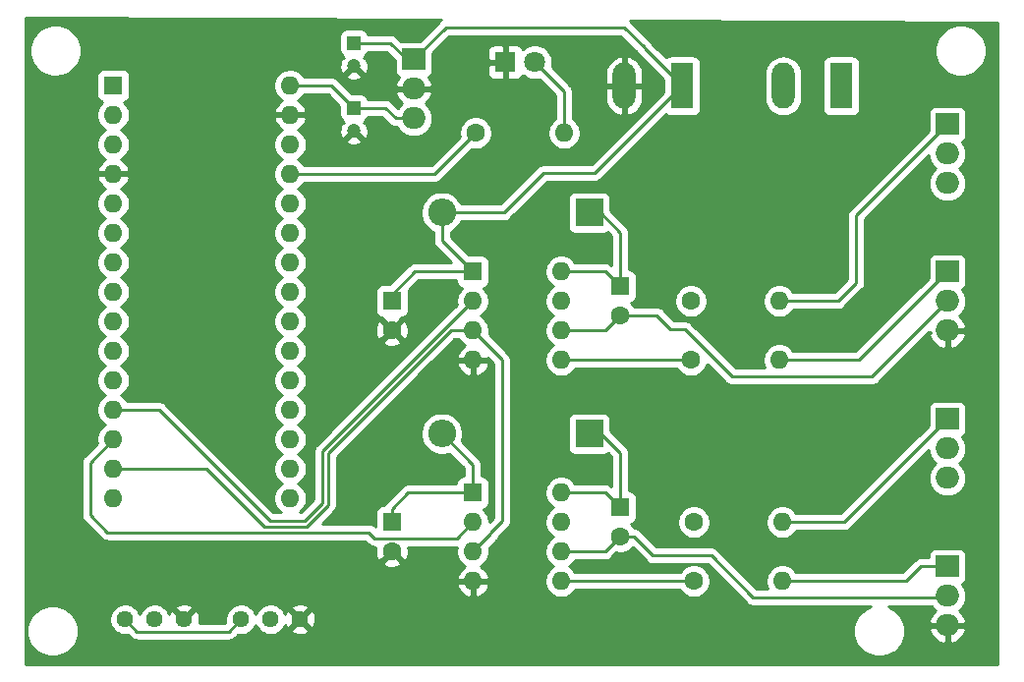
<source format=gbr>
%TF.GenerationSoftware,KiCad,Pcbnew,(5.1.12)-1*%
%TF.CreationDate,2021-11-30T23:14:44-08:00*%
%TF.ProjectId,inverter-stage,696e7665-7274-4657-922d-73746167652e,rev?*%
%TF.SameCoordinates,Original*%
%TF.FileFunction,Copper,L1,Top*%
%TF.FilePolarity,Positive*%
%FSLAX46Y46*%
G04 Gerber Fmt 4.6, Leading zero omitted, Abs format (unit mm)*
G04 Created by KiCad (PCBNEW (5.1.12)-1) date 2021-11-30 23:14:44*
%MOMM*%
%LPD*%
G01*
G04 APERTURE LIST*
%TA.AperFunction,ComponentPad*%
%ADD10O,1.600000X1.600000*%
%TD*%
%TA.AperFunction,ComponentPad*%
%ADD11R,1.600000X1.600000*%
%TD*%
%TA.AperFunction,ComponentPad*%
%ADD12O,2.000000X1.905000*%
%TD*%
%TA.AperFunction,ComponentPad*%
%ADD13R,2.000000X1.905000*%
%TD*%
%TA.AperFunction,ComponentPad*%
%ADD14O,1.980000X3.960000*%
%TD*%
%TA.AperFunction,ComponentPad*%
%ADD15R,1.980000X3.960000*%
%TD*%
%TA.AperFunction,ComponentPad*%
%ADD16C,1.600000*%
%TD*%
%TA.AperFunction,ComponentPad*%
%ADD17C,1.440000*%
%TD*%
%TA.AperFunction,ComponentPad*%
%ADD18O,2.400000X2.400000*%
%TD*%
%TA.AperFunction,ComponentPad*%
%ADD19R,2.400000X2.400000*%
%TD*%
%TA.AperFunction,ComponentPad*%
%ADD20R,1.800000X1.800000*%
%TD*%
%TA.AperFunction,ComponentPad*%
%ADD21C,1.800000*%
%TD*%
%TA.AperFunction,ComponentPad*%
%ADD22R,1.200000X1.200000*%
%TD*%
%TA.AperFunction,ComponentPad*%
%ADD23C,1.200000*%
%TD*%
%TA.AperFunction,Conductor*%
%ADD24C,0.250000*%
%TD*%
%TA.AperFunction,Conductor*%
%ADD25C,0.254000*%
%TD*%
%TA.AperFunction,Conductor*%
%ADD26C,0.100000*%
%TD*%
G04 APERTURE END LIST*
D10*
%TO.P,A1,16*%
%TO.N,Net-(A1-Pad16)*%
X125240000Y-69560000D03*
%TO.P,A1,15*%
%TO.N,Net-(A1-Pad15)*%
X110000000Y-69560000D03*
%TO.P,A1,30*%
%TO.N,+9V*%
X125240000Y-34000000D03*
%TO.P,A1,14*%
%TO.N,SHUTDOWN*%
X110000000Y-67020000D03*
%TO.P,A1,29*%
%TO.N,GND*%
X125240000Y-36540000D03*
%TO.P,A1,13*%
%TO.N,SIG_B*%
X110000000Y-64480000D03*
%TO.P,A1,28*%
%TO.N,Net-(A1-Pad28)*%
X125240000Y-39080000D03*
%TO.P,A1,12*%
%TO.N,SIG_A*%
X110000000Y-61940000D03*
%TO.P,A1,27*%
%TO.N,+5V*%
X125240000Y-41620000D03*
%TO.P,A1,11*%
%TO.N,Net-(A1-Pad11)*%
X110000000Y-59400000D03*
%TO.P,A1,26*%
%TO.N,Net-(A1-Pad26)*%
X125240000Y-44160000D03*
%TO.P,A1,10*%
%TO.N,Net-(A1-Pad10)*%
X110000000Y-56860000D03*
%TO.P,A1,25*%
%TO.N,Net-(A1-Pad25)*%
X125240000Y-46700000D03*
%TO.P,A1,9*%
%TO.N,Net-(A1-Pad9)*%
X110000000Y-54320000D03*
%TO.P,A1,24*%
%TO.N,Net-(A1-Pad24)*%
X125240000Y-49240000D03*
%TO.P,A1,8*%
%TO.N,Net-(A1-Pad8)*%
X110000000Y-51780000D03*
%TO.P,A1,23*%
%TO.N,Net-(A1-Pad23)*%
X125240000Y-51780000D03*
%TO.P,A1,7*%
%TO.N,Net-(A1-Pad7)*%
X110000000Y-49240000D03*
%TO.P,A1,22*%
%TO.N,Net-(A1-Pad22)*%
X125240000Y-54320000D03*
%TO.P,A1,6*%
%TO.N,Net-(A1-Pad6)*%
X110000000Y-46700000D03*
%TO.P,A1,21*%
%TO.N,Net-(A1-Pad21)*%
X125240000Y-56860000D03*
%TO.P,A1,5*%
%TO.N,Net-(A1-Pad5)*%
X110000000Y-44160000D03*
%TO.P,A1,20*%
%TO.N,MOD_INDEX*%
X125240000Y-59400000D03*
%TO.P,A1,4*%
%TO.N,GND*%
X110000000Y-41620000D03*
%TO.P,A1,19*%
%TO.N,SPEED*%
X125240000Y-61940000D03*
%TO.P,A1,3*%
%TO.N,Net-(A1-Pad3)*%
X110000000Y-39080000D03*
%TO.P,A1,18*%
%TO.N,Net-(A1-Pad18)*%
X125240000Y-64480000D03*
%TO.P,A1,2*%
%TO.N,Net-(A1-Pad2)*%
X110000000Y-36540000D03*
%TO.P,A1,17*%
%TO.N,Net-(A1-Pad17)*%
X125240000Y-67020000D03*
D11*
%TO.P,A1,1*%
%TO.N,Net-(A1-Pad1)*%
X110000000Y-34000000D03*
%TD*%
D10*
%TO.P,U2,8*%
%TO.N,Net-(C4-Pad1)*%
X148590000Y-69088000D03*
%TO.P,U2,4*%
%TO.N,GND*%
X140970000Y-76708000D03*
%TO.P,U2,7*%
%TO.N,HO_B*%
X148590000Y-71628000D03*
%TO.P,U2,3*%
%TO.N,SHUTDOWN*%
X140970000Y-74168000D03*
%TO.P,U2,6*%
%TO.N,B*%
X148590000Y-74168000D03*
%TO.P,U2,2*%
%TO.N,SIG_B*%
X140970000Y-71628000D03*
%TO.P,U2,5*%
%TO.N,LO_B*%
X148590000Y-76708000D03*
D11*
%TO.P,U2,1*%
%TO.N,VDD*%
X140970000Y-69088000D03*
%TD*%
D10*
%TO.P,U1,8*%
%TO.N,Net-(C2-Pad1)*%
X148590000Y-50038000D03*
%TO.P,U1,4*%
%TO.N,GND*%
X140970000Y-57658000D03*
%TO.P,U1,7*%
%TO.N,HO_A*%
X148590000Y-52578000D03*
%TO.P,U1,3*%
%TO.N,SHUTDOWN*%
X140970000Y-55118000D03*
%TO.P,U1,6*%
%TO.N,A*%
X148590000Y-55118000D03*
%TO.P,U1,2*%
%TO.N,SIG_A*%
X140970000Y-52578000D03*
%TO.P,U1,5*%
%TO.N,LO_A*%
X148590000Y-57658000D03*
D11*
%TO.P,U1,1*%
%TO.N,VDD*%
X140970000Y-50038000D03*
%TD*%
D12*
%TO.P,Q4,3*%
%TO.N,GND*%
X181864000Y-80518000D03*
%TO.P,Q4,2*%
%TO.N,B*%
X181864000Y-77978000D03*
D13*
%TO.P,Q4,1*%
%TO.N,Net-(Q4-Pad1)*%
X181864000Y-75438000D03*
%TD*%
D12*
%TO.P,Q3,3*%
%TO.N,B*%
X181864000Y-67818000D03*
%TO.P,Q3,2*%
%TO.N,VDD*%
X181864000Y-65278000D03*
D13*
%TO.P,Q3,1*%
%TO.N,Net-(Q3-Pad1)*%
X181864000Y-62738000D03*
%TD*%
D12*
%TO.P,Q2,3*%
%TO.N,GND*%
X181864000Y-55118000D03*
%TO.P,Q2,2*%
%TO.N,A*%
X181864000Y-52578000D03*
D13*
%TO.P,Q2,1*%
%TO.N,Net-(Q2-Pad1)*%
X181864000Y-50038000D03*
%TD*%
D12*
%TO.P,Q1,3*%
%TO.N,A*%
X181864000Y-42418000D03*
%TO.P,Q1,2*%
%TO.N,VDD*%
X181864000Y-39878000D03*
D13*
%TO.P,Q1,1*%
%TO.N,Net-(Q1-Pad1)*%
X181864000Y-37338000D03*
%TD*%
D14*
%TO.P,J2,2*%
%TO.N,B*%
X167720000Y-34036000D03*
D15*
%TO.P,J2,1*%
%TO.N,A*%
X172720000Y-34036000D03*
%TD*%
D16*
%TO.P,C4,2*%
%TO.N,B*%
X153670000Y-72858000D03*
D11*
%TO.P,C4,1*%
%TO.N,Net-(C4-Pad1)*%
X153670000Y-70358000D03*
%TD*%
D16*
%TO.P,C3,2*%
%TO.N,GND*%
X134000000Y-74128000D03*
D11*
%TO.P,C3,1*%
%TO.N,VDD*%
X134000000Y-71628000D03*
%TD*%
D16*
%TO.P,C2,2*%
%TO.N,A*%
X153670000Y-53808000D03*
D11*
%TO.P,C2,1*%
%TO.N,Net-(C2-Pad1)*%
X153670000Y-51308000D03*
%TD*%
D16*
%TO.P,C1,2*%
%TO.N,GND*%
X134000000Y-55078000D03*
D11*
%TO.P,C1,1*%
%TO.N,VDD*%
X134000000Y-52578000D03*
%TD*%
D15*
%TO.P,J1,1*%
%TO.N,VDD*%
X159004000Y-34036000D03*
D14*
%TO.P,J1,2*%
%TO.N,GND*%
X154004000Y-34036000D03*
%TD*%
D17*
%TO.P,RV1,3*%
%TO.N,GND*%
X126080000Y-80000000D03*
%TO.P,RV1,2*%
%TO.N,SPEED*%
X123540000Y-80000000D03*
%TO.P,RV1,1*%
%TO.N,+5V*%
X121000000Y-80000000D03*
%TD*%
%TO.P,RV2,1*%
%TO.N,+5V*%
X111000000Y-80000000D03*
%TO.P,RV2,2*%
%TO.N,MOD_INDEX*%
X113540000Y-80000000D03*
%TO.P,RV2,3*%
%TO.N,GND*%
X116080000Y-80000000D03*
%TD*%
D18*
%TO.P,D1,2*%
%TO.N,VDD*%
X138300000Y-44958000D03*
D19*
%TO.P,D1,1*%
%TO.N,Net-(C2-Pad1)*%
X151000000Y-44958000D03*
%TD*%
%TO.P,D2,1*%
%TO.N,Net-(C4-Pad1)*%
X151000000Y-64000000D03*
D18*
%TO.P,D2,2*%
%TO.N,VDD*%
X138300000Y-64000000D03*
%TD*%
D20*
%TO.P,D3,1*%
%TO.N,GND*%
X143764000Y-32004000D03*
D21*
%TO.P,D3,2*%
%TO.N,Net-(D3-Pad2)*%
X146304000Y-32004000D03*
%TD*%
D13*
%TO.P,U3,1*%
%TO.N,VDD*%
X135890000Y-31750000D03*
D12*
%TO.P,U3,2*%
%TO.N,GND*%
X135890000Y-34290000D03*
%TO.P,U3,3*%
%TO.N,+9V*%
X135890000Y-36830000D03*
%TD*%
D16*
%TO.P,R1,1*%
%TO.N,HO_A*%
X159766000Y-52578000D03*
D10*
%TO.P,R1,2*%
%TO.N,Net-(Q1-Pad1)*%
X167386000Y-52578000D03*
%TD*%
%TO.P,R2,2*%
%TO.N,Net-(Q2-Pad1)*%
X167386000Y-57658000D03*
D16*
%TO.P,R2,1*%
%TO.N,LO_A*%
X159766000Y-57658000D03*
%TD*%
D10*
%TO.P,R3,2*%
%TO.N,Net-(Q3-Pad1)*%
X167640000Y-71628000D03*
D16*
%TO.P,R3,1*%
%TO.N,HO_B*%
X160020000Y-71628000D03*
%TD*%
%TO.P,R4,1*%
%TO.N,LO_B*%
X160020000Y-76708000D03*
D10*
%TO.P,R4,2*%
%TO.N,Net-(Q4-Pad1)*%
X167640000Y-76708000D03*
%TD*%
D16*
%TO.P,R5,1*%
%TO.N,+5V*%
X141224000Y-38100000D03*
D10*
%TO.P,R5,2*%
%TO.N,Net-(D3-Pad2)*%
X148844000Y-38100000D03*
%TD*%
D22*
%TO.P,C5,1*%
%TO.N,VDD*%
X130724999Y-30329802D03*
D23*
%TO.P,C5,2*%
%TO.N,GND*%
X130724999Y-32329802D03*
%TD*%
%TO.P,C6,2*%
%TO.N,GND*%
X130724999Y-37929802D03*
D22*
%TO.P,C6,1*%
%TO.N,+9V*%
X130724999Y-35929802D03*
%TD*%
D24*
%TO.N,VDD*%
X135890000Y-31750000D02*
X135250000Y-31750000D01*
X133829802Y-30329802D02*
X130724999Y-30329802D01*
X135250000Y-31750000D02*
X133829802Y-30329802D01*
X134000000Y-52578000D02*
X134000000Y-52000000D01*
X135962000Y-50038000D02*
X140970000Y-50038000D01*
X134000000Y-52000000D02*
X135962000Y-50038000D01*
X134000000Y-71628000D02*
X134000000Y-70500000D01*
X135412000Y-69088000D02*
X140970000Y-69088000D01*
X134000000Y-70500000D02*
X135412000Y-69088000D01*
X155746999Y-30778999D02*
X155746999Y-30746999D01*
X159004000Y-34036000D02*
X155746999Y-30778999D01*
X155746999Y-30746999D02*
X154000000Y-29000000D01*
X138640000Y-29000000D02*
X135890000Y-31750000D01*
X154000000Y-29000000D02*
X138640000Y-29000000D01*
X140970000Y-66670000D02*
X138300000Y-64000000D01*
X140970000Y-69088000D02*
X140970000Y-66670000D01*
X138300000Y-47368000D02*
X140970000Y-50038000D01*
X138300000Y-44958000D02*
X138300000Y-47368000D01*
X151504000Y-41536000D02*
X159004000Y-34036000D01*
X147073002Y-41536000D02*
X151504000Y-41536000D01*
X143651002Y-44958000D02*
X147073002Y-41536000D01*
X138300000Y-44958000D02*
X143651002Y-44958000D01*
%TO.N,A*%
X152360000Y-55118000D02*
X153670000Y-53808000D01*
X148590000Y-55118000D02*
X152360000Y-55118000D01*
X163300003Y-59083001D02*
X175358999Y-59083001D01*
X159217002Y-55000000D02*
X163300003Y-59083001D01*
X175358999Y-59083001D02*
X181864000Y-52578000D01*
X158000000Y-55000000D02*
X159217002Y-55000000D01*
X156808000Y-53808000D02*
X158000000Y-55000000D01*
X153670000Y-53808000D02*
X156808000Y-53808000D01*
%TO.N,Net-(C2-Pad1)*%
X152400000Y-50038000D02*
X153670000Y-51308000D01*
X148590000Y-50038000D02*
X152400000Y-50038000D01*
X151000000Y-44958000D02*
X151958000Y-44958000D01*
X153670000Y-46670000D02*
X153670000Y-51308000D01*
X151958000Y-44958000D02*
X153670000Y-46670000D01*
%TO.N,Net-(C4-Pad1)*%
X152400000Y-69088000D02*
X153670000Y-70358000D01*
X148590000Y-69088000D02*
X152400000Y-69088000D01*
X151000000Y-64000000D02*
X152000000Y-64000000D01*
X153670000Y-65670000D02*
X153670000Y-70358000D01*
X152000000Y-64000000D02*
X153670000Y-65670000D01*
%TO.N,B*%
X152360000Y-74168000D02*
X153670000Y-72858000D01*
X148590000Y-74168000D02*
X152360000Y-74168000D01*
X153670000Y-72858000D02*
X154858000Y-72858000D01*
X154858000Y-72858000D02*
X156500000Y-74500000D01*
X156500000Y-74500000D02*
X161500000Y-74500000D01*
X181708999Y-78133001D02*
X181864000Y-77978000D01*
X165133001Y-78133001D02*
X181708999Y-78133001D01*
X161500000Y-74500000D02*
X165133001Y-78133001D01*
%TO.N,LO_A*%
X148590000Y-57658000D02*
X159766000Y-57658000D01*
%TO.N,SHUTDOWN*%
X140970000Y-74168000D02*
X142500000Y-72638000D01*
X142500000Y-72638000D02*
X142500000Y-72540000D01*
X142500000Y-72540000D02*
X143504000Y-71536000D01*
X143504000Y-57652000D02*
X140970000Y-55118000D01*
X143504000Y-71536000D02*
X143504000Y-57652000D01*
X138186401Y-55998009D02*
X139066410Y-55118000D01*
X139066410Y-55118000D02*
X140970000Y-55118000D01*
X138178400Y-55998010D02*
X138186401Y-55998009D01*
X128504000Y-65672410D02*
X138178400Y-55998010D01*
X128504000Y-70132410D02*
X128504000Y-65672410D01*
X126636410Y-72000000D02*
X128504000Y-70132410D01*
X123000000Y-72000000D02*
X126636410Y-72000000D01*
X118020000Y-67020000D02*
X123000000Y-72000000D01*
X110000000Y-67020000D02*
X118020000Y-67020000D01*
%TO.N,SIG_A*%
X123500000Y-71500000D02*
X126500000Y-71500000D01*
X113940000Y-61940000D02*
X123500000Y-71500000D01*
X138000000Y-55548000D02*
X140970000Y-52578000D01*
X110000000Y-61940000D02*
X113940000Y-61940000D01*
X138000000Y-55548000D02*
X137992000Y-55548000D01*
X137992000Y-55548000D02*
X128004000Y-65536000D01*
X128004000Y-69996000D02*
X126500000Y-71500000D01*
X128004000Y-65536000D02*
X128004000Y-69996000D01*
%TO.N,SIG_B*%
X139598000Y-73000000D02*
X140970000Y-71628000D01*
X132500000Y-73000000D02*
X139598000Y-73000000D01*
X132000000Y-72500000D02*
X132500000Y-73000000D01*
X109500000Y-72500000D02*
X132000000Y-72500000D01*
X108000000Y-71000000D02*
X109500000Y-72500000D01*
X108000000Y-66480000D02*
X108000000Y-71000000D01*
X110000000Y-64480000D02*
X108000000Y-66480000D01*
%TO.N,LO_B*%
X148590000Y-76708000D02*
X160020000Y-76708000D01*
%TO.N,+5V*%
X112045001Y-81045001D02*
X111000000Y-80000000D01*
X119954999Y-81045001D02*
X112045001Y-81045001D01*
X121000000Y-80000000D02*
X119954999Y-81045001D01*
X137704000Y-41620000D02*
X141224000Y-38100000D01*
X125240000Y-41620000D02*
X137704000Y-41620000D01*
%TO.N,Net-(D3-Pad2)*%
X148844000Y-34544000D02*
X146304000Y-32004000D01*
X148844000Y-38100000D02*
X148844000Y-34544000D01*
%TO.N,+9V*%
X128795197Y-34000000D02*
X130724999Y-35929802D01*
X125240000Y-34000000D02*
X128795197Y-34000000D01*
X135890000Y-36830000D02*
X134330000Y-36830000D01*
X133429802Y-35929802D02*
X130724999Y-35929802D01*
X134330000Y-36830000D02*
X133429802Y-35929802D01*
%TO.N,Net-(Q1-Pad1)*%
X174000000Y-45202000D02*
X181864000Y-37338000D01*
X174000000Y-51000000D02*
X174000000Y-45202000D01*
X172422000Y-52578000D02*
X174000000Y-51000000D01*
X167386000Y-52578000D02*
X172422000Y-52578000D01*
%TO.N,Net-(Q2-Pad1)*%
X174244000Y-57658000D02*
X181864000Y-50038000D01*
X167386000Y-57658000D02*
X174244000Y-57658000D01*
%TO.N,Net-(Q3-Pad1)*%
X172974000Y-71628000D02*
X181864000Y-62738000D01*
X167640000Y-71628000D02*
X172974000Y-71628000D01*
%TO.N,Net-(Q4-Pad1)*%
X167640000Y-76708000D02*
X178292000Y-76708000D01*
X179562000Y-75438000D02*
X181864000Y-75438000D01*
X178292000Y-76708000D02*
X179562000Y-75438000D01*
%TD*%
D25*
%TO.N,GND*%
X138261016Y-28340817D02*
X138215724Y-28365026D01*
X138099999Y-28459999D01*
X138076201Y-28488997D01*
X136405771Y-30159428D01*
X134890000Y-30159428D01*
X134765518Y-30171688D01*
X134750918Y-30176117D01*
X134393606Y-29818805D01*
X134369803Y-29789801D01*
X134254078Y-29694828D01*
X134122049Y-29624256D01*
X133978788Y-29580799D01*
X133867135Y-29569802D01*
X133867124Y-29569802D01*
X133829802Y-29566126D01*
X133792480Y-29569802D01*
X131940037Y-29569802D01*
X131914501Y-29485622D01*
X131855536Y-29375308D01*
X131776184Y-29278617D01*
X131679493Y-29199265D01*
X131569179Y-29140300D01*
X131449481Y-29103990D01*
X131324999Y-29091730D01*
X130124999Y-29091730D01*
X130000517Y-29103990D01*
X129880819Y-29140300D01*
X129770505Y-29199265D01*
X129673814Y-29278617D01*
X129594462Y-29375308D01*
X129535497Y-29485622D01*
X129499187Y-29605320D01*
X129486927Y-29729802D01*
X129486927Y-30929802D01*
X129499187Y-31054284D01*
X129535497Y-31173982D01*
X129594462Y-31284296D01*
X129673814Y-31380987D01*
X129770505Y-31460339D01*
X129816005Y-31484660D01*
X129758127Y-31542538D01*
X129875233Y-31659644D01*
X129651651Y-31706950D01*
X129550762Y-31928318D01*
X129494999Y-32165115D01*
X129486504Y-32408240D01*
X129525604Y-32648351D01*
X129610797Y-32876220D01*
X129651651Y-32952654D01*
X129875235Y-32999961D01*
X130545394Y-32329802D01*
X130531252Y-32315660D01*
X130710857Y-32136055D01*
X130724999Y-32150197D01*
X130739142Y-32136055D01*
X130918747Y-32315660D01*
X130904604Y-32329802D01*
X131574763Y-32999961D01*
X131798347Y-32952654D01*
X131899236Y-32731286D01*
X131954999Y-32494489D01*
X131963494Y-32251364D01*
X131924394Y-32011253D01*
X131839201Y-31783384D01*
X131798347Y-31706950D01*
X131574765Y-31659644D01*
X131691871Y-31542538D01*
X131633993Y-31484660D01*
X131679493Y-31460339D01*
X131776184Y-31380987D01*
X131855536Y-31284296D01*
X131914501Y-31173982D01*
X131940037Y-31089802D01*
X133515001Y-31089802D01*
X134251928Y-31826730D01*
X134251928Y-32702500D01*
X134264188Y-32826982D01*
X134300498Y-32946680D01*
X134359463Y-33056994D01*
X134438815Y-33153685D01*
X134535506Y-33233037D01*
X134627219Y-33282059D01*
X134514031Y-33423077D01*
X134370429Y-33698906D01*
X134299437Y-33917020D01*
X134419406Y-34163000D01*
X135763000Y-34163000D01*
X135763000Y-34143000D01*
X136017000Y-34143000D01*
X136017000Y-34163000D01*
X137360594Y-34163000D01*
X137480563Y-33917020D01*
X137409571Y-33698906D01*
X137265969Y-33423077D01*
X137152781Y-33282059D01*
X137244494Y-33233037D01*
X137341185Y-33153685D01*
X137420537Y-33056994D01*
X137479502Y-32946680D01*
X137492448Y-32904000D01*
X142225928Y-32904000D01*
X142238188Y-33028482D01*
X142274498Y-33148180D01*
X142333463Y-33258494D01*
X142412815Y-33355185D01*
X142509506Y-33434537D01*
X142619820Y-33493502D01*
X142739518Y-33529812D01*
X142864000Y-33542072D01*
X143478250Y-33539000D01*
X143637000Y-33380250D01*
X143637000Y-32131000D01*
X142387750Y-32131000D01*
X142229000Y-32289750D01*
X142225928Y-32904000D01*
X137492448Y-32904000D01*
X137515812Y-32826982D01*
X137528072Y-32702500D01*
X137528072Y-31186729D01*
X137610801Y-31104000D01*
X142225928Y-31104000D01*
X142229000Y-31718250D01*
X142387750Y-31877000D01*
X143637000Y-31877000D01*
X143637000Y-30627750D01*
X143891000Y-30627750D01*
X143891000Y-31877000D01*
X143911000Y-31877000D01*
X143911000Y-32131000D01*
X143891000Y-32131000D01*
X143891000Y-33380250D01*
X144049750Y-33539000D01*
X144664000Y-33542072D01*
X144788482Y-33529812D01*
X144908180Y-33493502D01*
X145018494Y-33434537D01*
X145115185Y-33355185D01*
X145194537Y-33258494D01*
X145253502Y-33148180D01*
X145259056Y-33129873D01*
X145325495Y-33196312D01*
X145576905Y-33364299D01*
X145856257Y-33480011D01*
X146152816Y-33539000D01*
X146455184Y-33539000D01*
X146712930Y-33487731D01*
X148084001Y-34858804D01*
X148084000Y-36881956D01*
X147929241Y-36985363D01*
X147729363Y-37185241D01*
X147572320Y-37420273D01*
X147464147Y-37681426D01*
X147409000Y-37958665D01*
X147409000Y-38241335D01*
X147464147Y-38518574D01*
X147572320Y-38779727D01*
X147729363Y-39014759D01*
X147929241Y-39214637D01*
X148164273Y-39371680D01*
X148425426Y-39479853D01*
X148702665Y-39535000D01*
X148985335Y-39535000D01*
X149262574Y-39479853D01*
X149523727Y-39371680D01*
X149758759Y-39214637D01*
X149958637Y-39014759D01*
X150115680Y-38779727D01*
X150223853Y-38518574D01*
X150279000Y-38241335D01*
X150279000Y-37958665D01*
X150223853Y-37681426D01*
X150115680Y-37420273D01*
X149958637Y-37185241D01*
X149758759Y-36985363D01*
X149604000Y-36881957D01*
X149604000Y-34581322D01*
X149607676Y-34543999D01*
X149604000Y-34506676D01*
X149604000Y-34506667D01*
X149593003Y-34395014D01*
X149549546Y-34251753D01*
X149502106Y-34163000D01*
X152379000Y-34163000D01*
X152379000Y-35153000D01*
X152435000Y-35467582D01*
X152551296Y-35765194D01*
X152723419Y-36034399D01*
X152944754Y-36264852D01*
X153206795Y-36447696D01*
X153499472Y-36575905D01*
X153625135Y-36606218D01*
X153877000Y-36486740D01*
X153877000Y-34163000D01*
X154131000Y-34163000D01*
X154131000Y-36486740D01*
X154382865Y-36606218D01*
X154508528Y-36575905D01*
X154801205Y-36447696D01*
X155063246Y-36264852D01*
X155284581Y-36034399D01*
X155456704Y-35765194D01*
X155573000Y-35467582D01*
X155629000Y-35153000D01*
X155629000Y-34163000D01*
X154131000Y-34163000D01*
X153877000Y-34163000D01*
X152379000Y-34163000D01*
X149502106Y-34163000D01*
X149478974Y-34119724D01*
X149410264Y-34036000D01*
X149407799Y-34032996D01*
X149407795Y-34032992D01*
X149384001Y-34003999D01*
X149355008Y-33980205D01*
X148293802Y-32919000D01*
X152379000Y-32919000D01*
X152379000Y-33909000D01*
X153877000Y-33909000D01*
X153877000Y-31585260D01*
X154131000Y-31585260D01*
X154131000Y-33909000D01*
X155629000Y-33909000D01*
X155629000Y-32919000D01*
X155573000Y-32604418D01*
X155456704Y-32306806D01*
X155284581Y-32037601D01*
X155063246Y-31807148D01*
X154801205Y-31624304D01*
X154508528Y-31496095D01*
X154382865Y-31465782D01*
X154131000Y-31585260D01*
X153877000Y-31585260D01*
X153625135Y-31465782D01*
X153499472Y-31496095D01*
X153206795Y-31624304D01*
X152944754Y-31807148D01*
X152723419Y-32037601D01*
X152551296Y-32306806D01*
X152435000Y-32604418D01*
X152379000Y-32919000D01*
X148293802Y-32919000D01*
X147787731Y-32412930D01*
X147839000Y-32155184D01*
X147839000Y-31852816D01*
X147780011Y-31556257D01*
X147664299Y-31276905D01*
X147496312Y-31025495D01*
X147282505Y-30811688D01*
X147031095Y-30643701D01*
X146751743Y-30527989D01*
X146455184Y-30469000D01*
X146152816Y-30469000D01*
X145856257Y-30527989D01*
X145576905Y-30643701D01*
X145325495Y-30811688D01*
X145259056Y-30878127D01*
X145253502Y-30859820D01*
X145194537Y-30749506D01*
X145115185Y-30652815D01*
X145018494Y-30573463D01*
X144908180Y-30514498D01*
X144788482Y-30478188D01*
X144664000Y-30465928D01*
X144049750Y-30469000D01*
X143891000Y-30627750D01*
X143637000Y-30627750D01*
X143478250Y-30469000D01*
X142864000Y-30465928D01*
X142739518Y-30478188D01*
X142619820Y-30514498D01*
X142509506Y-30573463D01*
X142412815Y-30652815D01*
X142333463Y-30749506D01*
X142274498Y-30859820D01*
X142238188Y-30979518D01*
X142225928Y-31104000D01*
X137610801Y-31104000D01*
X138954802Y-29760000D01*
X153685199Y-29760000D01*
X155093138Y-31167940D01*
X155112025Y-31203275D01*
X155142431Y-31240324D01*
X155206998Y-31319000D01*
X155236002Y-31342803D01*
X157375928Y-33482730D01*
X157375928Y-34589270D01*
X151189199Y-40776000D01*
X147110325Y-40776000D01*
X147073002Y-40772324D01*
X147035679Y-40776000D01*
X147035669Y-40776000D01*
X146924016Y-40786997D01*
X146780755Y-40830454D01*
X146648726Y-40901026D01*
X146533001Y-40995999D01*
X146509203Y-41024997D01*
X143336201Y-44198000D01*
X139971388Y-44198000D01*
X139926156Y-44088801D01*
X139725338Y-43788256D01*
X139469744Y-43532662D01*
X139169199Y-43331844D01*
X138835250Y-43193518D01*
X138480732Y-43123000D01*
X138119268Y-43123000D01*
X137764750Y-43193518D01*
X137430801Y-43331844D01*
X137130256Y-43532662D01*
X136874662Y-43788256D01*
X136673844Y-44088801D01*
X136535518Y-44422750D01*
X136465000Y-44777268D01*
X136465000Y-45138732D01*
X136535518Y-45493250D01*
X136673844Y-45827199D01*
X136874662Y-46127744D01*
X137130256Y-46383338D01*
X137430801Y-46584156D01*
X137540001Y-46629388D01*
X137540001Y-47330668D01*
X137536324Y-47368000D01*
X137550998Y-47516985D01*
X137594454Y-47660246D01*
X137665026Y-47792276D01*
X137720727Y-47860147D01*
X137760000Y-47908001D01*
X137788998Y-47931799D01*
X139135198Y-49278000D01*
X135999322Y-49278000D01*
X135961999Y-49274324D01*
X135924677Y-49278000D01*
X135924667Y-49278000D01*
X135813014Y-49288997D01*
X135669753Y-49332454D01*
X135537723Y-49403026D01*
X135454083Y-49471668D01*
X135421999Y-49497999D01*
X135398201Y-49526997D01*
X133785271Y-51139928D01*
X133200000Y-51139928D01*
X133075518Y-51152188D01*
X132955820Y-51188498D01*
X132845506Y-51247463D01*
X132748815Y-51326815D01*
X132669463Y-51423506D01*
X132610498Y-51533820D01*
X132574188Y-51653518D01*
X132561928Y-51778000D01*
X132561928Y-53378000D01*
X132574188Y-53502482D01*
X132610498Y-53622180D01*
X132669463Y-53732494D01*
X132748815Y-53829185D01*
X132845506Y-53908537D01*
X132955820Y-53967502D01*
X133075518Y-54003812D01*
X133200000Y-54016072D01*
X133207215Y-54016072D01*
X133186903Y-54085298D01*
X134000000Y-54898395D01*
X134813097Y-54085298D01*
X134792785Y-54016072D01*
X134800000Y-54016072D01*
X134924482Y-54003812D01*
X135044180Y-53967502D01*
X135154494Y-53908537D01*
X135251185Y-53829185D01*
X135330537Y-53732494D01*
X135389502Y-53622180D01*
X135425812Y-53502482D01*
X135438072Y-53378000D01*
X135438072Y-51778000D01*
X135425812Y-51653518D01*
X135424758Y-51650043D01*
X136276802Y-50798000D01*
X139531928Y-50798000D01*
X139531928Y-50838000D01*
X139544188Y-50962482D01*
X139580498Y-51082180D01*
X139639463Y-51192494D01*
X139718815Y-51289185D01*
X139815506Y-51368537D01*
X139925820Y-51427502D01*
X140045518Y-51463812D01*
X140053961Y-51464643D01*
X139855363Y-51663241D01*
X139698320Y-51898273D01*
X139590147Y-52159426D01*
X139535000Y-52436665D01*
X139535000Y-52719335D01*
X139571312Y-52901886D01*
X137525617Y-54947582D01*
X137499502Y-54969014D01*
X137451999Y-55007999D01*
X137428201Y-55036997D01*
X127493003Y-64972196D01*
X127463999Y-64995999D01*
X127431971Y-65035026D01*
X127369026Y-65111724D01*
X127321841Y-65200000D01*
X127298454Y-65243754D01*
X127254997Y-65387015D01*
X127244000Y-65498668D01*
X127244000Y-65498678D01*
X127240324Y-65536000D01*
X127244000Y-65573323D01*
X127244001Y-69681197D01*
X126185199Y-70740000D01*
X126056936Y-70740000D01*
X126154759Y-70674637D01*
X126354637Y-70474759D01*
X126511680Y-70239727D01*
X126619853Y-69978574D01*
X126675000Y-69701335D01*
X126675000Y-69418665D01*
X126619853Y-69141426D01*
X126511680Y-68880273D01*
X126354637Y-68645241D01*
X126154759Y-68445363D01*
X125922241Y-68290000D01*
X126154759Y-68134637D01*
X126354637Y-67934759D01*
X126511680Y-67699727D01*
X126619853Y-67438574D01*
X126675000Y-67161335D01*
X126675000Y-66878665D01*
X126619853Y-66601426D01*
X126511680Y-66340273D01*
X126354637Y-66105241D01*
X126154759Y-65905363D01*
X125922241Y-65750000D01*
X126154759Y-65594637D01*
X126354637Y-65394759D01*
X126511680Y-65159727D01*
X126619853Y-64898574D01*
X126675000Y-64621335D01*
X126675000Y-64338665D01*
X126619853Y-64061426D01*
X126511680Y-63800273D01*
X126354637Y-63565241D01*
X126154759Y-63365363D01*
X125922241Y-63210000D01*
X126154759Y-63054637D01*
X126354637Y-62854759D01*
X126511680Y-62619727D01*
X126619853Y-62358574D01*
X126675000Y-62081335D01*
X126675000Y-61798665D01*
X126619853Y-61521426D01*
X126511680Y-61260273D01*
X126354637Y-61025241D01*
X126154759Y-60825363D01*
X125922241Y-60670000D01*
X126154759Y-60514637D01*
X126354637Y-60314759D01*
X126511680Y-60079727D01*
X126619853Y-59818574D01*
X126675000Y-59541335D01*
X126675000Y-59258665D01*
X126619853Y-58981426D01*
X126511680Y-58720273D01*
X126354637Y-58485241D01*
X126154759Y-58285363D01*
X125922241Y-58130000D01*
X126154759Y-57974637D01*
X126354637Y-57774759D01*
X126511680Y-57539727D01*
X126619853Y-57278574D01*
X126675000Y-57001335D01*
X126675000Y-56718665D01*
X126619853Y-56441426D01*
X126511680Y-56180273D01*
X126438468Y-56070702D01*
X133186903Y-56070702D01*
X133258486Y-56314671D01*
X133513996Y-56435571D01*
X133788184Y-56504300D01*
X134070512Y-56518217D01*
X134350130Y-56476787D01*
X134616292Y-56381603D01*
X134741514Y-56314671D01*
X134813097Y-56070702D01*
X134000000Y-55257605D01*
X133186903Y-56070702D01*
X126438468Y-56070702D01*
X126354637Y-55945241D01*
X126154759Y-55745363D01*
X125922241Y-55590000D01*
X126154759Y-55434637D01*
X126354637Y-55234759D01*
X126412265Y-55148512D01*
X132559783Y-55148512D01*
X132601213Y-55428130D01*
X132696397Y-55694292D01*
X132763329Y-55819514D01*
X133007298Y-55891097D01*
X133820395Y-55078000D01*
X134179605Y-55078000D01*
X134992702Y-55891097D01*
X135236671Y-55819514D01*
X135357571Y-55564004D01*
X135426300Y-55289816D01*
X135440217Y-55007488D01*
X135398787Y-54727870D01*
X135303603Y-54461708D01*
X135236671Y-54336486D01*
X134992702Y-54264903D01*
X134179605Y-55078000D01*
X133820395Y-55078000D01*
X133007298Y-54264903D01*
X132763329Y-54336486D01*
X132642429Y-54591996D01*
X132573700Y-54866184D01*
X132559783Y-55148512D01*
X126412265Y-55148512D01*
X126511680Y-54999727D01*
X126619853Y-54738574D01*
X126675000Y-54461335D01*
X126675000Y-54178665D01*
X126619853Y-53901426D01*
X126511680Y-53640273D01*
X126354637Y-53405241D01*
X126154759Y-53205363D01*
X125922241Y-53050000D01*
X126154759Y-52894637D01*
X126354637Y-52694759D01*
X126511680Y-52459727D01*
X126619853Y-52198574D01*
X126675000Y-51921335D01*
X126675000Y-51638665D01*
X126619853Y-51361426D01*
X126511680Y-51100273D01*
X126354637Y-50865241D01*
X126154759Y-50665363D01*
X125922241Y-50510000D01*
X126154759Y-50354637D01*
X126354637Y-50154759D01*
X126511680Y-49919727D01*
X126619853Y-49658574D01*
X126675000Y-49381335D01*
X126675000Y-49098665D01*
X126619853Y-48821426D01*
X126511680Y-48560273D01*
X126354637Y-48325241D01*
X126154759Y-48125363D01*
X125922241Y-47970000D01*
X126154759Y-47814637D01*
X126354637Y-47614759D01*
X126511680Y-47379727D01*
X126619853Y-47118574D01*
X126675000Y-46841335D01*
X126675000Y-46558665D01*
X126619853Y-46281426D01*
X126511680Y-46020273D01*
X126354637Y-45785241D01*
X126154759Y-45585363D01*
X125922241Y-45430000D01*
X126154759Y-45274637D01*
X126354637Y-45074759D01*
X126511680Y-44839727D01*
X126619853Y-44578574D01*
X126675000Y-44301335D01*
X126675000Y-44018665D01*
X126619853Y-43741426D01*
X126511680Y-43480273D01*
X126354637Y-43245241D01*
X126154759Y-43045363D01*
X125922241Y-42890000D01*
X126154759Y-42734637D01*
X126354637Y-42534759D01*
X126458043Y-42380000D01*
X137666678Y-42380000D01*
X137704000Y-42383676D01*
X137741322Y-42380000D01*
X137741333Y-42380000D01*
X137852986Y-42369003D01*
X137996247Y-42325546D01*
X138128276Y-42254974D01*
X138244001Y-42160001D01*
X138267804Y-42130997D01*
X140900114Y-39498688D01*
X141082665Y-39535000D01*
X141365335Y-39535000D01*
X141642574Y-39479853D01*
X141903727Y-39371680D01*
X142138759Y-39214637D01*
X142338637Y-39014759D01*
X142495680Y-38779727D01*
X142603853Y-38518574D01*
X142659000Y-38241335D01*
X142659000Y-37958665D01*
X142603853Y-37681426D01*
X142495680Y-37420273D01*
X142338637Y-37185241D01*
X142138759Y-36985363D01*
X141903727Y-36828320D01*
X141642574Y-36720147D01*
X141365335Y-36665000D01*
X141082665Y-36665000D01*
X140805426Y-36720147D01*
X140544273Y-36828320D01*
X140309241Y-36985363D01*
X140109363Y-37185241D01*
X139952320Y-37420273D01*
X139844147Y-37681426D01*
X139789000Y-37958665D01*
X139789000Y-38241335D01*
X139825312Y-38423886D01*
X137389199Y-40860000D01*
X126458043Y-40860000D01*
X126354637Y-40705241D01*
X126154759Y-40505363D01*
X125922241Y-40350000D01*
X126154759Y-40194637D01*
X126354637Y-39994759D01*
X126511680Y-39759727D01*
X126619853Y-39498574D01*
X126675000Y-39221335D01*
X126675000Y-38938665D01*
X126643353Y-38779566D01*
X130054840Y-38779566D01*
X130102147Y-39003150D01*
X130323515Y-39104039D01*
X130560312Y-39159802D01*
X130803437Y-39168297D01*
X131043548Y-39129197D01*
X131271417Y-39044004D01*
X131347851Y-39003150D01*
X131395158Y-38779566D01*
X130724999Y-38109407D01*
X130054840Y-38779566D01*
X126643353Y-38779566D01*
X126619853Y-38661426D01*
X126511680Y-38400273D01*
X126354637Y-38165241D01*
X126154759Y-37965363D01*
X125919727Y-37808320D01*
X125909135Y-37803933D01*
X126095131Y-37692385D01*
X126303519Y-37503414D01*
X126471037Y-37277420D01*
X126591246Y-37023087D01*
X126631904Y-36889039D01*
X126509915Y-36667000D01*
X125367000Y-36667000D01*
X125367000Y-36687000D01*
X125113000Y-36687000D01*
X125113000Y-36667000D01*
X123970085Y-36667000D01*
X123848096Y-36889039D01*
X123888754Y-37023087D01*
X124008963Y-37277420D01*
X124176481Y-37503414D01*
X124384869Y-37692385D01*
X124570865Y-37803933D01*
X124560273Y-37808320D01*
X124325241Y-37965363D01*
X124125363Y-38165241D01*
X123968320Y-38400273D01*
X123860147Y-38661426D01*
X123805000Y-38938665D01*
X123805000Y-39221335D01*
X123860147Y-39498574D01*
X123968320Y-39759727D01*
X124125363Y-39994759D01*
X124325241Y-40194637D01*
X124557759Y-40350000D01*
X124325241Y-40505363D01*
X124125363Y-40705241D01*
X123968320Y-40940273D01*
X123860147Y-41201426D01*
X123805000Y-41478665D01*
X123805000Y-41761335D01*
X123860147Y-42038574D01*
X123968320Y-42299727D01*
X124125363Y-42534759D01*
X124325241Y-42734637D01*
X124557759Y-42890000D01*
X124325241Y-43045363D01*
X124125363Y-43245241D01*
X123968320Y-43480273D01*
X123860147Y-43741426D01*
X123805000Y-44018665D01*
X123805000Y-44301335D01*
X123860147Y-44578574D01*
X123968320Y-44839727D01*
X124125363Y-45074759D01*
X124325241Y-45274637D01*
X124557759Y-45430000D01*
X124325241Y-45585363D01*
X124125363Y-45785241D01*
X123968320Y-46020273D01*
X123860147Y-46281426D01*
X123805000Y-46558665D01*
X123805000Y-46841335D01*
X123860147Y-47118574D01*
X123968320Y-47379727D01*
X124125363Y-47614759D01*
X124325241Y-47814637D01*
X124557759Y-47970000D01*
X124325241Y-48125363D01*
X124125363Y-48325241D01*
X123968320Y-48560273D01*
X123860147Y-48821426D01*
X123805000Y-49098665D01*
X123805000Y-49381335D01*
X123860147Y-49658574D01*
X123968320Y-49919727D01*
X124125363Y-50154759D01*
X124325241Y-50354637D01*
X124557759Y-50510000D01*
X124325241Y-50665363D01*
X124125363Y-50865241D01*
X123968320Y-51100273D01*
X123860147Y-51361426D01*
X123805000Y-51638665D01*
X123805000Y-51921335D01*
X123860147Y-52198574D01*
X123968320Y-52459727D01*
X124125363Y-52694759D01*
X124325241Y-52894637D01*
X124557759Y-53050000D01*
X124325241Y-53205363D01*
X124125363Y-53405241D01*
X123968320Y-53640273D01*
X123860147Y-53901426D01*
X123805000Y-54178665D01*
X123805000Y-54461335D01*
X123860147Y-54738574D01*
X123968320Y-54999727D01*
X124125363Y-55234759D01*
X124325241Y-55434637D01*
X124557759Y-55590000D01*
X124325241Y-55745363D01*
X124125363Y-55945241D01*
X123968320Y-56180273D01*
X123860147Y-56441426D01*
X123805000Y-56718665D01*
X123805000Y-57001335D01*
X123860147Y-57278574D01*
X123968320Y-57539727D01*
X124125363Y-57774759D01*
X124325241Y-57974637D01*
X124557759Y-58130000D01*
X124325241Y-58285363D01*
X124125363Y-58485241D01*
X123968320Y-58720273D01*
X123860147Y-58981426D01*
X123805000Y-59258665D01*
X123805000Y-59541335D01*
X123860147Y-59818574D01*
X123968320Y-60079727D01*
X124125363Y-60314759D01*
X124325241Y-60514637D01*
X124557759Y-60670000D01*
X124325241Y-60825363D01*
X124125363Y-61025241D01*
X123968320Y-61260273D01*
X123860147Y-61521426D01*
X123805000Y-61798665D01*
X123805000Y-62081335D01*
X123860147Y-62358574D01*
X123968320Y-62619727D01*
X124125363Y-62854759D01*
X124325241Y-63054637D01*
X124557759Y-63210000D01*
X124325241Y-63365363D01*
X124125363Y-63565241D01*
X123968320Y-63800273D01*
X123860147Y-64061426D01*
X123805000Y-64338665D01*
X123805000Y-64621335D01*
X123860147Y-64898574D01*
X123968320Y-65159727D01*
X124125363Y-65394759D01*
X124325241Y-65594637D01*
X124557759Y-65750000D01*
X124325241Y-65905363D01*
X124125363Y-66105241D01*
X123968320Y-66340273D01*
X123860147Y-66601426D01*
X123805000Y-66878665D01*
X123805000Y-67161335D01*
X123860147Y-67438574D01*
X123968320Y-67699727D01*
X124125363Y-67934759D01*
X124325241Y-68134637D01*
X124557759Y-68290000D01*
X124325241Y-68445363D01*
X124125363Y-68645241D01*
X123968320Y-68880273D01*
X123860147Y-69141426D01*
X123805000Y-69418665D01*
X123805000Y-69701335D01*
X123860147Y-69978574D01*
X123968320Y-70239727D01*
X124125363Y-70474759D01*
X124325241Y-70674637D01*
X124423064Y-70740000D01*
X123814802Y-70740000D01*
X114503804Y-61429003D01*
X114480001Y-61399999D01*
X114364276Y-61305026D01*
X114232247Y-61234454D01*
X114088986Y-61190997D01*
X113977333Y-61180000D01*
X113977322Y-61180000D01*
X113940000Y-61176324D01*
X113902678Y-61180000D01*
X111218043Y-61180000D01*
X111114637Y-61025241D01*
X110914759Y-60825363D01*
X110682241Y-60670000D01*
X110914759Y-60514637D01*
X111114637Y-60314759D01*
X111271680Y-60079727D01*
X111379853Y-59818574D01*
X111435000Y-59541335D01*
X111435000Y-59258665D01*
X111379853Y-58981426D01*
X111271680Y-58720273D01*
X111114637Y-58485241D01*
X110914759Y-58285363D01*
X110682241Y-58130000D01*
X110914759Y-57974637D01*
X111114637Y-57774759D01*
X111271680Y-57539727D01*
X111379853Y-57278574D01*
X111435000Y-57001335D01*
X111435000Y-56718665D01*
X111379853Y-56441426D01*
X111271680Y-56180273D01*
X111114637Y-55945241D01*
X110914759Y-55745363D01*
X110682241Y-55590000D01*
X110914759Y-55434637D01*
X111114637Y-55234759D01*
X111271680Y-54999727D01*
X111379853Y-54738574D01*
X111435000Y-54461335D01*
X111435000Y-54178665D01*
X111379853Y-53901426D01*
X111271680Y-53640273D01*
X111114637Y-53405241D01*
X110914759Y-53205363D01*
X110682241Y-53050000D01*
X110914759Y-52894637D01*
X111114637Y-52694759D01*
X111271680Y-52459727D01*
X111379853Y-52198574D01*
X111435000Y-51921335D01*
X111435000Y-51638665D01*
X111379853Y-51361426D01*
X111271680Y-51100273D01*
X111114637Y-50865241D01*
X110914759Y-50665363D01*
X110682241Y-50510000D01*
X110914759Y-50354637D01*
X111114637Y-50154759D01*
X111271680Y-49919727D01*
X111379853Y-49658574D01*
X111435000Y-49381335D01*
X111435000Y-49098665D01*
X111379853Y-48821426D01*
X111271680Y-48560273D01*
X111114637Y-48325241D01*
X110914759Y-48125363D01*
X110682241Y-47970000D01*
X110914759Y-47814637D01*
X111114637Y-47614759D01*
X111271680Y-47379727D01*
X111379853Y-47118574D01*
X111435000Y-46841335D01*
X111435000Y-46558665D01*
X111379853Y-46281426D01*
X111271680Y-46020273D01*
X111114637Y-45785241D01*
X110914759Y-45585363D01*
X110682241Y-45430000D01*
X110914759Y-45274637D01*
X111114637Y-45074759D01*
X111271680Y-44839727D01*
X111379853Y-44578574D01*
X111435000Y-44301335D01*
X111435000Y-44018665D01*
X111379853Y-43741426D01*
X111271680Y-43480273D01*
X111114637Y-43245241D01*
X110914759Y-43045363D01*
X110679727Y-42888320D01*
X110669135Y-42883933D01*
X110855131Y-42772385D01*
X111063519Y-42583414D01*
X111231037Y-42357420D01*
X111351246Y-42103087D01*
X111391904Y-41969039D01*
X111269915Y-41747000D01*
X110127000Y-41747000D01*
X110127000Y-41767000D01*
X109873000Y-41767000D01*
X109873000Y-41747000D01*
X108730085Y-41747000D01*
X108608096Y-41969039D01*
X108648754Y-42103087D01*
X108768963Y-42357420D01*
X108936481Y-42583414D01*
X109144869Y-42772385D01*
X109330865Y-42883933D01*
X109320273Y-42888320D01*
X109085241Y-43045363D01*
X108885363Y-43245241D01*
X108728320Y-43480273D01*
X108620147Y-43741426D01*
X108565000Y-44018665D01*
X108565000Y-44301335D01*
X108620147Y-44578574D01*
X108728320Y-44839727D01*
X108885363Y-45074759D01*
X109085241Y-45274637D01*
X109317759Y-45430000D01*
X109085241Y-45585363D01*
X108885363Y-45785241D01*
X108728320Y-46020273D01*
X108620147Y-46281426D01*
X108565000Y-46558665D01*
X108565000Y-46841335D01*
X108620147Y-47118574D01*
X108728320Y-47379727D01*
X108885363Y-47614759D01*
X109085241Y-47814637D01*
X109317759Y-47970000D01*
X109085241Y-48125363D01*
X108885363Y-48325241D01*
X108728320Y-48560273D01*
X108620147Y-48821426D01*
X108565000Y-49098665D01*
X108565000Y-49381335D01*
X108620147Y-49658574D01*
X108728320Y-49919727D01*
X108885363Y-50154759D01*
X109085241Y-50354637D01*
X109317759Y-50510000D01*
X109085241Y-50665363D01*
X108885363Y-50865241D01*
X108728320Y-51100273D01*
X108620147Y-51361426D01*
X108565000Y-51638665D01*
X108565000Y-51921335D01*
X108620147Y-52198574D01*
X108728320Y-52459727D01*
X108885363Y-52694759D01*
X109085241Y-52894637D01*
X109317759Y-53050000D01*
X109085241Y-53205363D01*
X108885363Y-53405241D01*
X108728320Y-53640273D01*
X108620147Y-53901426D01*
X108565000Y-54178665D01*
X108565000Y-54461335D01*
X108620147Y-54738574D01*
X108728320Y-54999727D01*
X108885363Y-55234759D01*
X109085241Y-55434637D01*
X109317759Y-55590000D01*
X109085241Y-55745363D01*
X108885363Y-55945241D01*
X108728320Y-56180273D01*
X108620147Y-56441426D01*
X108565000Y-56718665D01*
X108565000Y-57001335D01*
X108620147Y-57278574D01*
X108728320Y-57539727D01*
X108885363Y-57774759D01*
X109085241Y-57974637D01*
X109317759Y-58130000D01*
X109085241Y-58285363D01*
X108885363Y-58485241D01*
X108728320Y-58720273D01*
X108620147Y-58981426D01*
X108565000Y-59258665D01*
X108565000Y-59541335D01*
X108620147Y-59818574D01*
X108728320Y-60079727D01*
X108885363Y-60314759D01*
X109085241Y-60514637D01*
X109317759Y-60670000D01*
X109085241Y-60825363D01*
X108885363Y-61025241D01*
X108728320Y-61260273D01*
X108620147Y-61521426D01*
X108565000Y-61798665D01*
X108565000Y-62081335D01*
X108620147Y-62358574D01*
X108728320Y-62619727D01*
X108885363Y-62854759D01*
X109085241Y-63054637D01*
X109317759Y-63210000D01*
X109085241Y-63365363D01*
X108885363Y-63565241D01*
X108728320Y-63800273D01*
X108620147Y-64061426D01*
X108565000Y-64338665D01*
X108565000Y-64621335D01*
X108601312Y-64803886D01*
X107489003Y-65916196D01*
X107459999Y-65939999D01*
X107404871Y-66007174D01*
X107365026Y-66055724D01*
X107325325Y-66129999D01*
X107294454Y-66187754D01*
X107250997Y-66331015D01*
X107240000Y-66442668D01*
X107240000Y-66442678D01*
X107236324Y-66480000D01*
X107240000Y-66517323D01*
X107240001Y-70962668D01*
X107236324Y-71000000D01*
X107240001Y-71037333D01*
X107250998Y-71148986D01*
X107264180Y-71192442D01*
X107294454Y-71292246D01*
X107365026Y-71424276D01*
X107409949Y-71479014D01*
X107460000Y-71540001D01*
X107488998Y-71563799D01*
X108936200Y-73011002D01*
X108959999Y-73040001D01*
X109075724Y-73134974D01*
X109207753Y-73205546D01*
X109351014Y-73249003D01*
X109462667Y-73260000D01*
X109462676Y-73260000D01*
X109499999Y-73263676D01*
X109537322Y-73260000D01*
X131685199Y-73260000D01*
X131936196Y-73510997D01*
X131959999Y-73540001D01*
X132075724Y-73634974D01*
X132207753Y-73705546D01*
X132351014Y-73749003D01*
X132462667Y-73760000D01*
X132462675Y-73760000D01*
X132500000Y-73763676D01*
X132537325Y-73760000D01*
X132612850Y-73760000D01*
X132573700Y-73916184D01*
X132559783Y-74198512D01*
X132601213Y-74478130D01*
X132696397Y-74744292D01*
X132763329Y-74869514D01*
X133007298Y-74941097D01*
X133820395Y-74128000D01*
X133806253Y-74113858D01*
X133985858Y-73934253D01*
X134000000Y-73948395D01*
X134014143Y-73934253D01*
X134193748Y-74113858D01*
X134179605Y-74128000D01*
X134992702Y-74941097D01*
X135236671Y-74869514D01*
X135357571Y-74614004D01*
X135426300Y-74339816D01*
X135440217Y-74057488D01*
X135398787Y-73777870D01*
X135392396Y-73760000D01*
X139560678Y-73760000D01*
X139587518Y-73762644D01*
X139535000Y-74026665D01*
X139535000Y-74309335D01*
X139590147Y-74586574D01*
X139698320Y-74847727D01*
X139855363Y-75082759D01*
X140055241Y-75282637D01*
X140290273Y-75439680D01*
X140300865Y-75444067D01*
X140114869Y-75555615D01*
X139906481Y-75744586D01*
X139738963Y-75970580D01*
X139618754Y-76224913D01*
X139578096Y-76358961D01*
X139700085Y-76581000D01*
X140843000Y-76581000D01*
X140843000Y-76561000D01*
X141097000Y-76561000D01*
X141097000Y-76581000D01*
X142239915Y-76581000D01*
X142361904Y-76358961D01*
X142321246Y-76224913D01*
X142201037Y-75970580D01*
X142033519Y-75744586D01*
X141825131Y-75555615D01*
X141639135Y-75444067D01*
X141649727Y-75439680D01*
X141884759Y-75282637D01*
X142084637Y-75082759D01*
X142241680Y-74847727D01*
X142349853Y-74586574D01*
X142405000Y-74309335D01*
X142405000Y-74026665D01*
X142368688Y-73844114D01*
X143011004Y-73201798D01*
X143040001Y-73178001D01*
X143134974Y-73062276D01*
X143205546Y-72930247D01*
X143214686Y-72900115D01*
X144015009Y-72099794D01*
X144044001Y-72076001D01*
X144067795Y-72047008D01*
X144067799Y-72047004D01*
X144138973Y-71960277D01*
X144138974Y-71960276D01*
X144209546Y-71828247D01*
X144253003Y-71684986D01*
X144264000Y-71573333D01*
X144264000Y-71573324D01*
X144267676Y-71536001D01*
X144264000Y-71498678D01*
X144264000Y-68946665D01*
X147155000Y-68946665D01*
X147155000Y-69229335D01*
X147210147Y-69506574D01*
X147318320Y-69767727D01*
X147475363Y-70002759D01*
X147675241Y-70202637D01*
X147907759Y-70358000D01*
X147675241Y-70513363D01*
X147475363Y-70713241D01*
X147318320Y-70948273D01*
X147210147Y-71209426D01*
X147155000Y-71486665D01*
X147155000Y-71769335D01*
X147210147Y-72046574D01*
X147318320Y-72307727D01*
X147475363Y-72542759D01*
X147675241Y-72742637D01*
X147907759Y-72898000D01*
X147675241Y-73053363D01*
X147475363Y-73253241D01*
X147318320Y-73488273D01*
X147210147Y-73749426D01*
X147155000Y-74026665D01*
X147155000Y-74309335D01*
X147210147Y-74586574D01*
X147318320Y-74847727D01*
X147475363Y-75082759D01*
X147675241Y-75282637D01*
X147907759Y-75438000D01*
X147675241Y-75593363D01*
X147475363Y-75793241D01*
X147318320Y-76028273D01*
X147210147Y-76289426D01*
X147155000Y-76566665D01*
X147155000Y-76849335D01*
X147210147Y-77126574D01*
X147318320Y-77387727D01*
X147475363Y-77622759D01*
X147675241Y-77822637D01*
X147910273Y-77979680D01*
X148171426Y-78087853D01*
X148448665Y-78143000D01*
X148731335Y-78143000D01*
X149008574Y-78087853D01*
X149269727Y-77979680D01*
X149504759Y-77822637D01*
X149704637Y-77622759D01*
X149808043Y-77468000D01*
X158801957Y-77468000D01*
X158905363Y-77622759D01*
X159105241Y-77822637D01*
X159340273Y-77979680D01*
X159601426Y-78087853D01*
X159878665Y-78143000D01*
X160161335Y-78143000D01*
X160438574Y-78087853D01*
X160699727Y-77979680D01*
X160934759Y-77822637D01*
X161134637Y-77622759D01*
X161291680Y-77387727D01*
X161399853Y-77126574D01*
X161455000Y-76849335D01*
X161455000Y-76566665D01*
X161399853Y-76289426D01*
X161291680Y-76028273D01*
X161134637Y-75793241D01*
X160934759Y-75593363D01*
X160699727Y-75436320D01*
X160438574Y-75328147D01*
X160161335Y-75273000D01*
X159878665Y-75273000D01*
X159601426Y-75328147D01*
X159340273Y-75436320D01*
X159105241Y-75593363D01*
X158905363Y-75793241D01*
X158801957Y-75948000D01*
X149808043Y-75948000D01*
X149704637Y-75793241D01*
X149504759Y-75593363D01*
X149272241Y-75438000D01*
X149504759Y-75282637D01*
X149704637Y-75082759D01*
X149808043Y-74928000D01*
X152322678Y-74928000D01*
X152360000Y-74931676D01*
X152397322Y-74928000D01*
X152397333Y-74928000D01*
X152508986Y-74917003D01*
X152652247Y-74873546D01*
X152784276Y-74802974D01*
X152900001Y-74708001D01*
X152923804Y-74678997D01*
X153346114Y-74256688D01*
X153528665Y-74293000D01*
X153811335Y-74293000D01*
X154088574Y-74237853D01*
X154349727Y-74129680D01*
X154584759Y-73972637D01*
X154741297Y-73816099D01*
X155936200Y-75011002D01*
X155959999Y-75040001D01*
X156075724Y-75134974D01*
X156207753Y-75205546D01*
X156351014Y-75249003D01*
X156462667Y-75260000D01*
X156462675Y-75260000D01*
X156500000Y-75263676D01*
X156537325Y-75260000D01*
X161185199Y-75260000D01*
X164569202Y-78644004D01*
X164593000Y-78673002D01*
X164708725Y-78767975D01*
X164840754Y-78838547D01*
X164984015Y-78882004D01*
X165095668Y-78893001D01*
X165095677Y-78893001D01*
X165133000Y-78896677D01*
X165170323Y-78893001D01*
X175246410Y-78893001D01*
X174941331Y-79019369D01*
X174575271Y-79263962D01*
X174263962Y-79575271D01*
X174019369Y-79941331D01*
X173850890Y-80348075D01*
X173765000Y-80779872D01*
X173765000Y-81220128D01*
X173850890Y-81651925D01*
X174019369Y-82058669D01*
X174263962Y-82424729D01*
X174575271Y-82736038D01*
X174941331Y-82980631D01*
X175348075Y-83149110D01*
X175779872Y-83235000D01*
X176220128Y-83235000D01*
X176651925Y-83149110D01*
X177058669Y-82980631D01*
X177424729Y-82736038D01*
X177736038Y-82424729D01*
X177980631Y-82058669D01*
X178149110Y-81651925D01*
X178235000Y-81220128D01*
X178235000Y-80890980D01*
X180273437Y-80890980D01*
X180344429Y-81109094D01*
X180488031Y-81384923D01*
X180682685Y-81627437D01*
X180920911Y-81827316D01*
X181193554Y-81976879D01*
X181490137Y-82070378D01*
X181737000Y-81943570D01*
X181737000Y-80645000D01*
X181991000Y-80645000D01*
X181991000Y-81943570D01*
X182237863Y-82070378D01*
X182534446Y-81976879D01*
X182807089Y-81827316D01*
X183045315Y-81627437D01*
X183239969Y-81384923D01*
X183383571Y-81109094D01*
X183454563Y-80890980D01*
X183334594Y-80645000D01*
X181991000Y-80645000D01*
X181737000Y-80645000D01*
X180393406Y-80645000D01*
X180273437Y-80890980D01*
X178235000Y-80890980D01*
X178235000Y-80779872D01*
X178149110Y-80348075D01*
X177980631Y-79941331D01*
X177736038Y-79575271D01*
X177424729Y-79263962D01*
X177058669Y-79019369D01*
X176753590Y-78893001D01*
X180513763Y-78893001D01*
X180688537Y-79105963D01*
X180867899Y-79253163D01*
X180682685Y-79408563D01*
X180488031Y-79651077D01*
X180344429Y-79926906D01*
X180273437Y-80145020D01*
X180393406Y-80391000D01*
X181737000Y-80391000D01*
X181737000Y-80371000D01*
X181991000Y-80371000D01*
X181991000Y-80391000D01*
X183334594Y-80391000D01*
X183454563Y-80145020D01*
X183383571Y-79926906D01*
X183239969Y-79651077D01*
X183045315Y-79408563D01*
X182860101Y-79253163D01*
X183039463Y-79105963D01*
X183237845Y-78864235D01*
X183385255Y-78588449D01*
X183476030Y-78289204D01*
X183506681Y-77978000D01*
X183476030Y-77666796D01*
X183385255Y-77367551D01*
X183237845Y-77091765D01*
X183134554Y-76965905D01*
X183218494Y-76921037D01*
X183315185Y-76841685D01*
X183394537Y-76744994D01*
X183453502Y-76634680D01*
X183489812Y-76514982D01*
X183502072Y-76390500D01*
X183502072Y-74485500D01*
X183489812Y-74361018D01*
X183453502Y-74241320D01*
X183394537Y-74131006D01*
X183315185Y-74034315D01*
X183218494Y-73954963D01*
X183108180Y-73895998D01*
X182988482Y-73859688D01*
X182864000Y-73847428D01*
X180864000Y-73847428D01*
X180739518Y-73859688D01*
X180619820Y-73895998D01*
X180509506Y-73954963D01*
X180412815Y-74034315D01*
X180333463Y-74131006D01*
X180274498Y-74241320D01*
X180238188Y-74361018D01*
X180225928Y-74485500D01*
X180225928Y-74678000D01*
X179599322Y-74678000D01*
X179561999Y-74674324D01*
X179524676Y-74678000D01*
X179524667Y-74678000D01*
X179413014Y-74688997D01*
X179269753Y-74732454D01*
X179137724Y-74803026D01*
X179021999Y-74897999D01*
X178998201Y-74926997D01*
X177977199Y-75948000D01*
X168858043Y-75948000D01*
X168754637Y-75793241D01*
X168554759Y-75593363D01*
X168319727Y-75436320D01*
X168058574Y-75328147D01*
X167781335Y-75273000D01*
X167498665Y-75273000D01*
X167221426Y-75328147D01*
X166960273Y-75436320D01*
X166725241Y-75593363D01*
X166525363Y-75793241D01*
X166368320Y-76028273D01*
X166260147Y-76289426D01*
X166205000Y-76566665D01*
X166205000Y-76849335D01*
X166260147Y-77126574D01*
X166362220Y-77373001D01*
X165447803Y-77373001D01*
X162063804Y-73989003D01*
X162040001Y-73959999D01*
X161924276Y-73865026D01*
X161792247Y-73794454D01*
X161648986Y-73750997D01*
X161537333Y-73740000D01*
X161537322Y-73740000D01*
X161500000Y-73736324D01*
X161462678Y-73740000D01*
X156814802Y-73740000D01*
X155421804Y-72347003D01*
X155398001Y-72317999D01*
X155282276Y-72223026D01*
X155150247Y-72152454D01*
X155006986Y-72108997D01*
X154895333Y-72098000D01*
X154895322Y-72098000D01*
X154887531Y-72097233D01*
X154784637Y-71943241D01*
X154618057Y-71776661D01*
X154714180Y-71747502D01*
X154824494Y-71688537D01*
X154921185Y-71609185D01*
X155000537Y-71512494D01*
X155014343Y-71486665D01*
X158585000Y-71486665D01*
X158585000Y-71769335D01*
X158640147Y-72046574D01*
X158748320Y-72307727D01*
X158905363Y-72542759D01*
X159105241Y-72742637D01*
X159340273Y-72899680D01*
X159601426Y-73007853D01*
X159878665Y-73063000D01*
X160161335Y-73063000D01*
X160438574Y-73007853D01*
X160699727Y-72899680D01*
X160934759Y-72742637D01*
X161134637Y-72542759D01*
X161291680Y-72307727D01*
X161399853Y-72046574D01*
X161455000Y-71769335D01*
X161455000Y-71486665D01*
X166205000Y-71486665D01*
X166205000Y-71769335D01*
X166260147Y-72046574D01*
X166368320Y-72307727D01*
X166525363Y-72542759D01*
X166725241Y-72742637D01*
X166960273Y-72899680D01*
X167221426Y-73007853D01*
X167498665Y-73063000D01*
X167781335Y-73063000D01*
X168058574Y-73007853D01*
X168319727Y-72899680D01*
X168554759Y-72742637D01*
X168754637Y-72542759D01*
X168858043Y-72388000D01*
X172936678Y-72388000D01*
X172974000Y-72391676D01*
X173011322Y-72388000D01*
X173011333Y-72388000D01*
X173122986Y-72377003D01*
X173266247Y-72333546D01*
X173398276Y-72262974D01*
X173514001Y-72168001D01*
X173537804Y-72138997D01*
X180237232Y-65439570D01*
X180251970Y-65589204D01*
X180342745Y-65888449D01*
X180490155Y-66164235D01*
X180688537Y-66405963D01*
X180861609Y-66548000D01*
X180688537Y-66690037D01*
X180490155Y-66931765D01*
X180342745Y-67207551D01*
X180251970Y-67506796D01*
X180221319Y-67818000D01*
X180251970Y-68129204D01*
X180342745Y-68428449D01*
X180490155Y-68704235D01*
X180688537Y-68945963D01*
X180930265Y-69144345D01*
X181206051Y-69291755D01*
X181505296Y-69382530D01*
X181738514Y-69405500D01*
X181989486Y-69405500D01*
X182222704Y-69382530D01*
X182521949Y-69291755D01*
X182797735Y-69144345D01*
X183039463Y-68945963D01*
X183237845Y-68704235D01*
X183385255Y-68428449D01*
X183476030Y-68129204D01*
X183506681Y-67818000D01*
X183476030Y-67506796D01*
X183385255Y-67207551D01*
X183237845Y-66931765D01*
X183039463Y-66690037D01*
X182866391Y-66548000D01*
X183039463Y-66405963D01*
X183237845Y-66164235D01*
X183385255Y-65888449D01*
X183476030Y-65589204D01*
X183506681Y-65278000D01*
X183476030Y-64966796D01*
X183385255Y-64667551D01*
X183237845Y-64391765D01*
X183134554Y-64265905D01*
X183218494Y-64221037D01*
X183315185Y-64141685D01*
X183394537Y-64044994D01*
X183453502Y-63934680D01*
X183489812Y-63814982D01*
X183502072Y-63690500D01*
X183502072Y-61785500D01*
X183489812Y-61661018D01*
X183453502Y-61541320D01*
X183394537Y-61431006D01*
X183315185Y-61334315D01*
X183218494Y-61254963D01*
X183108180Y-61195998D01*
X182988482Y-61159688D01*
X182864000Y-61147428D01*
X180864000Y-61147428D01*
X180739518Y-61159688D01*
X180619820Y-61195998D01*
X180509506Y-61254963D01*
X180412815Y-61334315D01*
X180333463Y-61431006D01*
X180274498Y-61541320D01*
X180238188Y-61661018D01*
X180225928Y-61785500D01*
X180225928Y-63301270D01*
X172659199Y-70868000D01*
X168858043Y-70868000D01*
X168754637Y-70713241D01*
X168554759Y-70513363D01*
X168319727Y-70356320D01*
X168058574Y-70248147D01*
X167781335Y-70193000D01*
X167498665Y-70193000D01*
X167221426Y-70248147D01*
X166960273Y-70356320D01*
X166725241Y-70513363D01*
X166525363Y-70713241D01*
X166368320Y-70948273D01*
X166260147Y-71209426D01*
X166205000Y-71486665D01*
X161455000Y-71486665D01*
X161399853Y-71209426D01*
X161291680Y-70948273D01*
X161134637Y-70713241D01*
X160934759Y-70513363D01*
X160699727Y-70356320D01*
X160438574Y-70248147D01*
X160161335Y-70193000D01*
X159878665Y-70193000D01*
X159601426Y-70248147D01*
X159340273Y-70356320D01*
X159105241Y-70513363D01*
X158905363Y-70713241D01*
X158748320Y-70948273D01*
X158640147Y-71209426D01*
X158585000Y-71486665D01*
X155014343Y-71486665D01*
X155059502Y-71402180D01*
X155095812Y-71282482D01*
X155108072Y-71158000D01*
X155108072Y-69558000D01*
X155095812Y-69433518D01*
X155059502Y-69313820D01*
X155000537Y-69203506D01*
X154921185Y-69106815D01*
X154824494Y-69027463D01*
X154714180Y-68968498D01*
X154594482Y-68932188D01*
X154470000Y-68919928D01*
X154430000Y-68919928D01*
X154430000Y-65707325D01*
X154433676Y-65670000D01*
X154430000Y-65632675D01*
X154430000Y-65632667D01*
X154419003Y-65521014D01*
X154375546Y-65377753D01*
X154304974Y-65245724D01*
X154210001Y-65129999D01*
X154181004Y-65106202D01*
X152838072Y-63763271D01*
X152838072Y-62800000D01*
X152825812Y-62675518D01*
X152789502Y-62555820D01*
X152730537Y-62445506D01*
X152651185Y-62348815D01*
X152554494Y-62269463D01*
X152444180Y-62210498D01*
X152324482Y-62174188D01*
X152200000Y-62161928D01*
X149800000Y-62161928D01*
X149675518Y-62174188D01*
X149555820Y-62210498D01*
X149445506Y-62269463D01*
X149348815Y-62348815D01*
X149269463Y-62445506D01*
X149210498Y-62555820D01*
X149174188Y-62675518D01*
X149161928Y-62800000D01*
X149161928Y-65200000D01*
X149174188Y-65324482D01*
X149210498Y-65444180D01*
X149269463Y-65554494D01*
X149348815Y-65651185D01*
X149445506Y-65730537D01*
X149555820Y-65789502D01*
X149675518Y-65825812D01*
X149800000Y-65838072D01*
X152200000Y-65838072D01*
X152324482Y-65825812D01*
X152444180Y-65789502D01*
X152554494Y-65730537D01*
X152610100Y-65684902D01*
X152910000Y-65984802D01*
X152910001Y-68523378D01*
X152824276Y-68453026D01*
X152692247Y-68382454D01*
X152548986Y-68338997D01*
X152437333Y-68328000D01*
X152437322Y-68328000D01*
X152400000Y-68324324D01*
X152362678Y-68328000D01*
X149808043Y-68328000D01*
X149704637Y-68173241D01*
X149504759Y-67973363D01*
X149269727Y-67816320D01*
X149008574Y-67708147D01*
X148731335Y-67653000D01*
X148448665Y-67653000D01*
X148171426Y-67708147D01*
X147910273Y-67816320D01*
X147675241Y-67973363D01*
X147475363Y-68173241D01*
X147318320Y-68408273D01*
X147210147Y-68669426D01*
X147155000Y-68946665D01*
X144264000Y-68946665D01*
X144264000Y-57689322D01*
X144267676Y-57651999D01*
X144264000Y-57614676D01*
X144264000Y-57614667D01*
X144253003Y-57503014D01*
X144209546Y-57359753D01*
X144138974Y-57227724D01*
X144044001Y-57111999D01*
X144015003Y-57088201D01*
X142368688Y-55441886D01*
X142405000Y-55259335D01*
X142405000Y-54976665D01*
X142349853Y-54699426D01*
X142241680Y-54438273D01*
X142084637Y-54203241D01*
X141884759Y-54003363D01*
X141652241Y-53848000D01*
X141884759Y-53692637D01*
X142084637Y-53492759D01*
X142241680Y-53257727D01*
X142349853Y-52996574D01*
X142405000Y-52719335D01*
X142405000Y-52436665D01*
X142349853Y-52159426D01*
X142241680Y-51898273D01*
X142084637Y-51663241D01*
X141886039Y-51464643D01*
X141894482Y-51463812D01*
X142014180Y-51427502D01*
X142124494Y-51368537D01*
X142221185Y-51289185D01*
X142300537Y-51192494D01*
X142359502Y-51082180D01*
X142395812Y-50962482D01*
X142408072Y-50838000D01*
X142408072Y-49896665D01*
X147155000Y-49896665D01*
X147155000Y-50179335D01*
X147210147Y-50456574D01*
X147318320Y-50717727D01*
X147475363Y-50952759D01*
X147675241Y-51152637D01*
X147907759Y-51308000D01*
X147675241Y-51463363D01*
X147475363Y-51663241D01*
X147318320Y-51898273D01*
X147210147Y-52159426D01*
X147155000Y-52436665D01*
X147155000Y-52719335D01*
X147210147Y-52996574D01*
X147318320Y-53257727D01*
X147475363Y-53492759D01*
X147675241Y-53692637D01*
X147907759Y-53848000D01*
X147675241Y-54003363D01*
X147475363Y-54203241D01*
X147318320Y-54438273D01*
X147210147Y-54699426D01*
X147155000Y-54976665D01*
X147155000Y-55259335D01*
X147210147Y-55536574D01*
X147318320Y-55797727D01*
X147475363Y-56032759D01*
X147675241Y-56232637D01*
X147907759Y-56388000D01*
X147675241Y-56543363D01*
X147475363Y-56743241D01*
X147318320Y-56978273D01*
X147210147Y-57239426D01*
X147155000Y-57516665D01*
X147155000Y-57799335D01*
X147210147Y-58076574D01*
X147318320Y-58337727D01*
X147475363Y-58572759D01*
X147675241Y-58772637D01*
X147910273Y-58929680D01*
X148171426Y-59037853D01*
X148448665Y-59093000D01*
X148731335Y-59093000D01*
X149008574Y-59037853D01*
X149269727Y-58929680D01*
X149504759Y-58772637D01*
X149704637Y-58572759D01*
X149808043Y-58418000D01*
X158547957Y-58418000D01*
X158651363Y-58572759D01*
X158851241Y-58772637D01*
X159086273Y-58929680D01*
X159347426Y-59037853D01*
X159624665Y-59093000D01*
X159907335Y-59093000D01*
X160184574Y-59037853D01*
X160445727Y-58929680D01*
X160680759Y-58772637D01*
X160880637Y-58572759D01*
X161037680Y-58337727D01*
X161145853Y-58076574D01*
X161157951Y-58015752D01*
X162736208Y-59594009D01*
X162760002Y-59623002D01*
X162788995Y-59646796D01*
X162788999Y-59646800D01*
X162859688Y-59704812D01*
X162875727Y-59717975D01*
X163007756Y-59788547D01*
X163151017Y-59832004D01*
X163262670Y-59843001D01*
X163262679Y-59843001D01*
X163300002Y-59846677D01*
X163337325Y-59843001D01*
X175321677Y-59843001D01*
X175358999Y-59846677D01*
X175396321Y-59843001D01*
X175396332Y-59843001D01*
X175507985Y-59832004D01*
X175651246Y-59788547D01*
X175783275Y-59717975D01*
X175899000Y-59623002D01*
X175922803Y-59593998D01*
X180271800Y-55245002D01*
X180393405Y-55245002D01*
X180273437Y-55490980D01*
X180344429Y-55709094D01*
X180488031Y-55984923D01*
X180682685Y-56227437D01*
X180920911Y-56427316D01*
X181193554Y-56576879D01*
X181490137Y-56670378D01*
X181737000Y-56543570D01*
X181737000Y-55245000D01*
X181991000Y-55245000D01*
X181991000Y-56543570D01*
X182237863Y-56670378D01*
X182534446Y-56576879D01*
X182807089Y-56427316D01*
X183045315Y-56227437D01*
X183239969Y-55984923D01*
X183383571Y-55709094D01*
X183454563Y-55490980D01*
X183334594Y-55245000D01*
X181991000Y-55245000D01*
X181737000Y-55245000D01*
X181717000Y-55245000D01*
X181717000Y-54991000D01*
X181737000Y-54991000D01*
X181737000Y-54971000D01*
X181991000Y-54971000D01*
X181991000Y-54991000D01*
X183334594Y-54991000D01*
X183454563Y-54745020D01*
X183383571Y-54526906D01*
X183239969Y-54251077D01*
X183045315Y-54008563D01*
X182860101Y-53853163D01*
X183039463Y-53705963D01*
X183237845Y-53464235D01*
X183385255Y-53188449D01*
X183476030Y-52889204D01*
X183506681Y-52578000D01*
X183476030Y-52266796D01*
X183385255Y-51967551D01*
X183237845Y-51691765D01*
X183134554Y-51565905D01*
X183218494Y-51521037D01*
X183315185Y-51441685D01*
X183394537Y-51344994D01*
X183453502Y-51234680D01*
X183489812Y-51114982D01*
X183502072Y-50990500D01*
X183502072Y-49085500D01*
X183489812Y-48961018D01*
X183453502Y-48841320D01*
X183394537Y-48731006D01*
X183315185Y-48634315D01*
X183218494Y-48554963D01*
X183108180Y-48495998D01*
X182988482Y-48459688D01*
X182864000Y-48447428D01*
X180864000Y-48447428D01*
X180739518Y-48459688D01*
X180619820Y-48495998D01*
X180509506Y-48554963D01*
X180412815Y-48634315D01*
X180333463Y-48731006D01*
X180274498Y-48841320D01*
X180238188Y-48961018D01*
X180225928Y-49085500D01*
X180225928Y-50601270D01*
X173929199Y-56898000D01*
X168604043Y-56898000D01*
X168500637Y-56743241D01*
X168300759Y-56543363D01*
X168065727Y-56386320D01*
X167804574Y-56278147D01*
X167527335Y-56223000D01*
X167244665Y-56223000D01*
X166967426Y-56278147D01*
X166706273Y-56386320D01*
X166471241Y-56543363D01*
X166271363Y-56743241D01*
X166114320Y-56978273D01*
X166006147Y-57239426D01*
X165951000Y-57516665D01*
X165951000Y-57799335D01*
X166006147Y-58076574D01*
X166108220Y-58323001D01*
X163614806Y-58323001D01*
X159780806Y-54489003D01*
X159757003Y-54459999D01*
X159641278Y-54365026D01*
X159509249Y-54294454D01*
X159365988Y-54250997D01*
X159254335Y-54240000D01*
X159254324Y-54240000D01*
X159217002Y-54236324D01*
X159179680Y-54240000D01*
X158314802Y-54240000D01*
X157371804Y-53297003D01*
X157348001Y-53267999D01*
X157232276Y-53173026D01*
X157100247Y-53102454D01*
X156956986Y-53058997D01*
X156845333Y-53048000D01*
X156845322Y-53048000D01*
X156808000Y-53044324D01*
X156770678Y-53048000D01*
X154888043Y-53048000D01*
X154784637Y-52893241D01*
X154618057Y-52726661D01*
X154714180Y-52697502D01*
X154824494Y-52638537D01*
X154921185Y-52559185D01*
X155000537Y-52462494D01*
X155014343Y-52436665D01*
X158331000Y-52436665D01*
X158331000Y-52719335D01*
X158386147Y-52996574D01*
X158494320Y-53257727D01*
X158651363Y-53492759D01*
X158851241Y-53692637D01*
X159086273Y-53849680D01*
X159347426Y-53957853D01*
X159624665Y-54013000D01*
X159907335Y-54013000D01*
X160184574Y-53957853D01*
X160445727Y-53849680D01*
X160680759Y-53692637D01*
X160880637Y-53492759D01*
X161037680Y-53257727D01*
X161145853Y-52996574D01*
X161201000Y-52719335D01*
X161201000Y-52436665D01*
X165951000Y-52436665D01*
X165951000Y-52719335D01*
X166006147Y-52996574D01*
X166114320Y-53257727D01*
X166271363Y-53492759D01*
X166471241Y-53692637D01*
X166706273Y-53849680D01*
X166967426Y-53957853D01*
X167244665Y-54013000D01*
X167527335Y-54013000D01*
X167804574Y-53957853D01*
X168065727Y-53849680D01*
X168300759Y-53692637D01*
X168500637Y-53492759D01*
X168604043Y-53338000D01*
X172384678Y-53338000D01*
X172422000Y-53341676D01*
X172459322Y-53338000D01*
X172459333Y-53338000D01*
X172570986Y-53327003D01*
X172714247Y-53283546D01*
X172846276Y-53212974D01*
X172962001Y-53118001D01*
X172985804Y-53088997D01*
X174511004Y-51563798D01*
X174540001Y-51540001D01*
X174592466Y-51476072D01*
X174634974Y-51424277D01*
X174705546Y-51292247D01*
X174737017Y-51188498D01*
X174749003Y-51148986D01*
X174760000Y-51037333D01*
X174760000Y-51037323D01*
X174763676Y-51000001D01*
X174760000Y-50962678D01*
X174760000Y-45516801D01*
X180237232Y-40039570D01*
X180251970Y-40189204D01*
X180342745Y-40488449D01*
X180490155Y-40764235D01*
X180688537Y-41005963D01*
X180861609Y-41148000D01*
X180688537Y-41290037D01*
X180490155Y-41531765D01*
X180342745Y-41807551D01*
X180251970Y-42106796D01*
X180221319Y-42418000D01*
X180251970Y-42729204D01*
X180342745Y-43028449D01*
X180490155Y-43304235D01*
X180688537Y-43545963D01*
X180930265Y-43744345D01*
X181206051Y-43891755D01*
X181505296Y-43982530D01*
X181738514Y-44005500D01*
X181989486Y-44005500D01*
X182222704Y-43982530D01*
X182521949Y-43891755D01*
X182797735Y-43744345D01*
X183039463Y-43545963D01*
X183237845Y-43304235D01*
X183385255Y-43028449D01*
X183476030Y-42729204D01*
X183506681Y-42418000D01*
X183476030Y-42106796D01*
X183385255Y-41807551D01*
X183237845Y-41531765D01*
X183039463Y-41290037D01*
X182866391Y-41148000D01*
X183039463Y-41005963D01*
X183237845Y-40764235D01*
X183385255Y-40488449D01*
X183476030Y-40189204D01*
X183506681Y-39878000D01*
X183476030Y-39566796D01*
X183385255Y-39267551D01*
X183237845Y-38991765D01*
X183134554Y-38865905D01*
X183218494Y-38821037D01*
X183315185Y-38741685D01*
X183394537Y-38644994D01*
X183453502Y-38534680D01*
X183489812Y-38414982D01*
X183502072Y-38290500D01*
X183502072Y-36385500D01*
X183489812Y-36261018D01*
X183453502Y-36141320D01*
X183394537Y-36031006D01*
X183315185Y-35934315D01*
X183218494Y-35854963D01*
X183108180Y-35795998D01*
X182988482Y-35759688D01*
X182864000Y-35747428D01*
X180864000Y-35747428D01*
X180739518Y-35759688D01*
X180619820Y-35795998D01*
X180509506Y-35854963D01*
X180412815Y-35934315D01*
X180333463Y-36031006D01*
X180274498Y-36141320D01*
X180238188Y-36261018D01*
X180225928Y-36385500D01*
X180225928Y-37901269D01*
X173488998Y-44638201D01*
X173460000Y-44661999D01*
X173436202Y-44690997D01*
X173436201Y-44690998D01*
X173365026Y-44777724D01*
X173294454Y-44909754D01*
X173250998Y-45053015D01*
X173236324Y-45202000D01*
X173240001Y-45239332D01*
X173240000Y-50685198D01*
X172107199Y-51818000D01*
X168604043Y-51818000D01*
X168500637Y-51663241D01*
X168300759Y-51463363D01*
X168065727Y-51306320D01*
X167804574Y-51198147D01*
X167527335Y-51143000D01*
X167244665Y-51143000D01*
X166967426Y-51198147D01*
X166706273Y-51306320D01*
X166471241Y-51463363D01*
X166271363Y-51663241D01*
X166114320Y-51898273D01*
X166006147Y-52159426D01*
X165951000Y-52436665D01*
X161201000Y-52436665D01*
X161145853Y-52159426D01*
X161037680Y-51898273D01*
X160880637Y-51663241D01*
X160680759Y-51463363D01*
X160445727Y-51306320D01*
X160184574Y-51198147D01*
X159907335Y-51143000D01*
X159624665Y-51143000D01*
X159347426Y-51198147D01*
X159086273Y-51306320D01*
X158851241Y-51463363D01*
X158651363Y-51663241D01*
X158494320Y-51898273D01*
X158386147Y-52159426D01*
X158331000Y-52436665D01*
X155014343Y-52436665D01*
X155059502Y-52352180D01*
X155095812Y-52232482D01*
X155108072Y-52108000D01*
X155108072Y-50508000D01*
X155095812Y-50383518D01*
X155059502Y-50263820D01*
X155000537Y-50153506D01*
X154921185Y-50056815D01*
X154824494Y-49977463D01*
X154714180Y-49918498D01*
X154594482Y-49882188D01*
X154470000Y-49869928D01*
X154430000Y-49869928D01*
X154430000Y-46707333D01*
X154433677Y-46670000D01*
X154419003Y-46521014D01*
X154375546Y-46377753D01*
X154304974Y-46245724D01*
X154233799Y-46158997D01*
X154210001Y-46129999D01*
X154181004Y-46106202D01*
X152838072Y-44763271D01*
X152838072Y-43758000D01*
X152825812Y-43633518D01*
X152789502Y-43513820D01*
X152730537Y-43403506D01*
X152651185Y-43306815D01*
X152554494Y-43227463D01*
X152444180Y-43168498D01*
X152324482Y-43132188D01*
X152200000Y-43119928D01*
X149800000Y-43119928D01*
X149675518Y-43132188D01*
X149555820Y-43168498D01*
X149445506Y-43227463D01*
X149348815Y-43306815D01*
X149269463Y-43403506D01*
X149210498Y-43513820D01*
X149174188Y-43633518D01*
X149161928Y-43758000D01*
X149161928Y-46158000D01*
X149174188Y-46282482D01*
X149210498Y-46402180D01*
X149269463Y-46512494D01*
X149348815Y-46609185D01*
X149445506Y-46688537D01*
X149555820Y-46747502D01*
X149675518Y-46783812D01*
X149800000Y-46796072D01*
X152200000Y-46796072D01*
X152324482Y-46783812D01*
X152444180Y-46747502D01*
X152554494Y-46688537D01*
X152587032Y-46661834D01*
X152910000Y-46984802D01*
X152910001Y-49473378D01*
X152824276Y-49403026D01*
X152692247Y-49332454D01*
X152548986Y-49288997D01*
X152437333Y-49278000D01*
X152437322Y-49278000D01*
X152400000Y-49274324D01*
X152362678Y-49278000D01*
X149808043Y-49278000D01*
X149704637Y-49123241D01*
X149504759Y-48923363D01*
X149269727Y-48766320D01*
X149008574Y-48658147D01*
X148731335Y-48603000D01*
X148448665Y-48603000D01*
X148171426Y-48658147D01*
X147910273Y-48766320D01*
X147675241Y-48923363D01*
X147475363Y-49123241D01*
X147318320Y-49358273D01*
X147210147Y-49619426D01*
X147155000Y-49896665D01*
X142408072Y-49896665D01*
X142408072Y-49238000D01*
X142395812Y-49113518D01*
X142359502Y-48993820D01*
X142300537Y-48883506D01*
X142221185Y-48786815D01*
X142124494Y-48707463D01*
X142014180Y-48648498D01*
X141894482Y-48612188D01*
X141770000Y-48599928D01*
X140606730Y-48599928D01*
X139060000Y-47053199D01*
X139060000Y-46629388D01*
X139169199Y-46584156D01*
X139469744Y-46383338D01*
X139725338Y-46127744D01*
X139926156Y-45827199D01*
X139971388Y-45718000D01*
X143613680Y-45718000D01*
X143651002Y-45721676D01*
X143688324Y-45718000D01*
X143688335Y-45718000D01*
X143799988Y-45707003D01*
X143943249Y-45663546D01*
X144075278Y-45592974D01*
X144191003Y-45498001D01*
X144214806Y-45468997D01*
X147387804Y-42296000D01*
X151466678Y-42296000D01*
X151504000Y-42299676D01*
X151541322Y-42296000D01*
X151541333Y-42296000D01*
X151652986Y-42285003D01*
X151796247Y-42241546D01*
X151928276Y-42170974D01*
X152044001Y-42076001D01*
X152067804Y-42046997D01*
X157609392Y-36505410D01*
X157659506Y-36546537D01*
X157769820Y-36605502D01*
X157889518Y-36641812D01*
X158014000Y-36654072D01*
X159994000Y-36654072D01*
X160118482Y-36641812D01*
X160238180Y-36605502D01*
X160348494Y-36546537D01*
X160445185Y-36467185D01*
X160524537Y-36370494D01*
X160583502Y-36260180D01*
X160619812Y-36140482D01*
X160632072Y-36016000D01*
X160632072Y-35105823D01*
X166095000Y-35105823D01*
X166118513Y-35344555D01*
X166211432Y-35650868D01*
X166362325Y-35933169D01*
X166565392Y-36180608D01*
X166812830Y-36383675D01*
X167095131Y-36534568D01*
X167401444Y-36627487D01*
X167720000Y-36658862D01*
X168038555Y-36627487D01*
X168344868Y-36534568D01*
X168627169Y-36383675D01*
X168874608Y-36180608D01*
X169077675Y-35933170D01*
X169228568Y-35650869D01*
X169321487Y-35344556D01*
X169345000Y-35105824D01*
X169345000Y-32966176D01*
X169321487Y-32727444D01*
X169228568Y-32421131D01*
X169077675Y-32138830D01*
X169009699Y-32056000D01*
X171091928Y-32056000D01*
X171091928Y-36016000D01*
X171104188Y-36140482D01*
X171140498Y-36260180D01*
X171199463Y-36370494D01*
X171278815Y-36467185D01*
X171375506Y-36546537D01*
X171485820Y-36605502D01*
X171605518Y-36641812D01*
X171730000Y-36654072D01*
X173710000Y-36654072D01*
X173834482Y-36641812D01*
X173954180Y-36605502D01*
X174064494Y-36546537D01*
X174161185Y-36467185D01*
X174240537Y-36370494D01*
X174299502Y-36260180D01*
X174335812Y-36140482D01*
X174348072Y-36016000D01*
X174348072Y-32056000D01*
X174335812Y-31931518D01*
X174299502Y-31811820D01*
X174240537Y-31701506D01*
X174161185Y-31604815D01*
X174064494Y-31525463D01*
X173954180Y-31466498D01*
X173834482Y-31430188D01*
X173710000Y-31417928D01*
X171730000Y-31417928D01*
X171605518Y-31430188D01*
X171485820Y-31466498D01*
X171375506Y-31525463D01*
X171278815Y-31604815D01*
X171199463Y-31701506D01*
X171140498Y-31811820D01*
X171104188Y-31931518D01*
X171091928Y-32056000D01*
X169009699Y-32056000D01*
X168874608Y-31891392D01*
X168627170Y-31688325D01*
X168344869Y-31537432D01*
X168038556Y-31444513D01*
X167720000Y-31413138D01*
X167401445Y-31444513D01*
X167095132Y-31537432D01*
X166812831Y-31688325D01*
X166565393Y-31891392D01*
X166362326Y-32138830D01*
X166211433Y-32421131D01*
X166118514Y-32727444D01*
X166095001Y-32966176D01*
X166095000Y-35105823D01*
X160632072Y-35105823D01*
X160632072Y-32056000D01*
X160619812Y-31931518D01*
X160583502Y-31811820D01*
X160524537Y-31701506D01*
X160445185Y-31604815D01*
X160348494Y-31525463D01*
X160238180Y-31466498D01*
X160118482Y-31430188D01*
X159994000Y-31417928D01*
X158014000Y-31417928D01*
X157889518Y-31430188D01*
X157769820Y-31466498D01*
X157659506Y-31525463D01*
X157609392Y-31566590D01*
X156822674Y-30779872D01*
X180765000Y-30779872D01*
X180765000Y-31220128D01*
X180850890Y-31651925D01*
X181019369Y-32058669D01*
X181263962Y-32424729D01*
X181575271Y-32736038D01*
X181941331Y-32980631D01*
X182348075Y-33149110D01*
X182779872Y-33235000D01*
X183220128Y-33235000D01*
X183651925Y-33149110D01*
X184058669Y-32980631D01*
X184424729Y-32736038D01*
X184736038Y-32424729D01*
X184980631Y-32058669D01*
X185149110Y-31651925D01*
X185235000Y-31220128D01*
X185235000Y-30779872D01*
X185149110Y-30348075D01*
X184980631Y-29941331D01*
X184736038Y-29575271D01*
X184424729Y-29263962D01*
X184058669Y-29019369D01*
X183651925Y-28850890D01*
X183220128Y-28765000D01*
X182779872Y-28765000D01*
X182348075Y-28850890D01*
X181941331Y-29019369D01*
X181575271Y-29263962D01*
X181263962Y-29575271D01*
X181019369Y-29941331D01*
X180850890Y-30348075D01*
X180765000Y-30779872D01*
X156822674Y-30779872D01*
X156400862Y-30358061D01*
X156381973Y-30322723D01*
X156310798Y-30235996D01*
X156310797Y-30235995D01*
X156287000Y-30206998D01*
X156258002Y-30183200D01*
X154563804Y-28489003D01*
X154540001Y-28459999D01*
X154512650Y-28437553D01*
X186213218Y-28626247D01*
X186213218Y-83873000D01*
X102467218Y-83873000D01*
X102467218Y-80779872D01*
X102540000Y-80779872D01*
X102540000Y-81220128D01*
X102625890Y-81651925D01*
X102794369Y-82058669D01*
X103038962Y-82424729D01*
X103350271Y-82736038D01*
X103716331Y-82980631D01*
X104123075Y-83149110D01*
X104554872Y-83235000D01*
X104995128Y-83235000D01*
X105426925Y-83149110D01*
X105833669Y-82980631D01*
X106199729Y-82736038D01*
X106511038Y-82424729D01*
X106755631Y-82058669D01*
X106924110Y-81651925D01*
X107010000Y-81220128D01*
X107010000Y-80779872D01*
X106924110Y-80348075D01*
X106755631Y-79941331D01*
X106705661Y-79866544D01*
X109645000Y-79866544D01*
X109645000Y-80133456D01*
X109697072Y-80395239D01*
X109799215Y-80641833D01*
X109947503Y-80863762D01*
X110136238Y-81052497D01*
X110358167Y-81200785D01*
X110604761Y-81302928D01*
X110866544Y-81355000D01*
X111133456Y-81355000D01*
X111255852Y-81330654D01*
X111481202Y-81556004D01*
X111505000Y-81585002D01*
X111533998Y-81608800D01*
X111620725Y-81679975D01*
X111752754Y-81750547D01*
X111896015Y-81794004D01*
X112045001Y-81808678D01*
X112082334Y-81805001D01*
X119917677Y-81805001D01*
X119954999Y-81808677D01*
X119992321Y-81805001D01*
X119992332Y-81805001D01*
X120103985Y-81794004D01*
X120247246Y-81750547D01*
X120379275Y-81679975D01*
X120495000Y-81585002D01*
X120518803Y-81555999D01*
X120744147Y-81330654D01*
X120866544Y-81355000D01*
X121133456Y-81355000D01*
X121395239Y-81302928D01*
X121641833Y-81200785D01*
X121863762Y-81052497D01*
X122052497Y-80863762D01*
X122200785Y-80641833D01*
X122270000Y-80474734D01*
X122339215Y-80641833D01*
X122487503Y-80863762D01*
X122676238Y-81052497D01*
X122898167Y-81200785D01*
X123144761Y-81302928D01*
X123406544Y-81355000D01*
X123673456Y-81355000D01*
X123935239Y-81302928D01*
X124181833Y-81200785D01*
X124403762Y-81052497D01*
X124520699Y-80935560D01*
X125324045Y-80935560D01*
X125385932Y-81171368D01*
X125627790Y-81284266D01*
X125887027Y-81347811D01*
X126153680Y-81359561D01*
X126417501Y-81319063D01*
X126668353Y-81227875D01*
X126774068Y-81171368D01*
X126835955Y-80935560D01*
X126080000Y-80179605D01*
X125324045Y-80935560D01*
X124520699Y-80935560D01*
X124592497Y-80863762D01*
X124740785Y-80641833D01*
X124810438Y-80473676D01*
X124852125Y-80588353D01*
X124908632Y-80694068D01*
X125144440Y-80755955D01*
X125900395Y-80000000D01*
X126259605Y-80000000D01*
X127015560Y-80755955D01*
X127251368Y-80694068D01*
X127364266Y-80452210D01*
X127427811Y-80192973D01*
X127439561Y-79926320D01*
X127399063Y-79662499D01*
X127307875Y-79411647D01*
X127251368Y-79305932D01*
X127015560Y-79244045D01*
X126259605Y-80000000D01*
X125900395Y-80000000D01*
X125144440Y-79244045D01*
X124908632Y-79305932D01*
X124808236Y-79521007D01*
X124740785Y-79358167D01*
X124592497Y-79136238D01*
X124520699Y-79064440D01*
X125324045Y-79064440D01*
X126080000Y-79820395D01*
X126835955Y-79064440D01*
X126774068Y-78828632D01*
X126532210Y-78715734D01*
X126272973Y-78652189D01*
X126006320Y-78640439D01*
X125742499Y-78680937D01*
X125491647Y-78772125D01*
X125385932Y-78828632D01*
X125324045Y-79064440D01*
X124520699Y-79064440D01*
X124403762Y-78947503D01*
X124181833Y-78799215D01*
X123935239Y-78697072D01*
X123673456Y-78645000D01*
X123406544Y-78645000D01*
X123144761Y-78697072D01*
X122898167Y-78799215D01*
X122676238Y-78947503D01*
X122487503Y-79136238D01*
X122339215Y-79358167D01*
X122270000Y-79525266D01*
X122200785Y-79358167D01*
X122052497Y-79136238D01*
X121863762Y-78947503D01*
X121641833Y-78799215D01*
X121395239Y-78697072D01*
X121133456Y-78645000D01*
X120866544Y-78645000D01*
X120604761Y-78697072D01*
X120358167Y-78799215D01*
X120136238Y-78947503D01*
X119947503Y-79136238D01*
X119799215Y-79358167D01*
X119697072Y-79604761D01*
X119645000Y-79866544D01*
X119645000Y-80133456D01*
X119669346Y-80255853D01*
X119640198Y-80285001D01*
X117405253Y-80285001D01*
X117427811Y-80192973D01*
X117439561Y-79926320D01*
X117399063Y-79662499D01*
X117307875Y-79411647D01*
X117251368Y-79305932D01*
X117015560Y-79244045D01*
X116259605Y-80000000D01*
X116273748Y-80014143D01*
X116094143Y-80193748D01*
X116080000Y-80179605D01*
X116065858Y-80193748D01*
X115886253Y-80014143D01*
X115900395Y-80000000D01*
X115144440Y-79244045D01*
X114908632Y-79305932D01*
X114808236Y-79521007D01*
X114740785Y-79358167D01*
X114592497Y-79136238D01*
X114520699Y-79064440D01*
X115324045Y-79064440D01*
X116080000Y-79820395D01*
X116835955Y-79064440D01*
X116774068Y-78828632D01*
X116532210Y-78715734D01*
X116272973Y-78652189D01*
X116006320Y-78640439D01*
X115742499Y-78680937D01*
X115491647Y-78772125D01*
X115385932Y-78828632D01*
X115324045Y-79064440D01*
X114520699Y-79064440D01*
X114403762Y-78947503D01*
X114181833Y-78799215D01*
X113935239Y-78697072D01*
X113673456Y-78645000D01*
X113406544Y-78645000D01*
X113144761Y-78697072D01*
X112898167Y-78799215D01*
X112676238Y-78947503D01*
X112487503Y-79136238D01*
X112339215Y-79358167D01*
X112270000Y-79525266D01*
X112200785Y-79358167D01*
X112052497Y-79136238D01*
X111863762Y-78947503D01*
X111641833Y-78799215D01*
X111395239Y-78697072D01*
X111133456Y-78645000D01*
X110866544Y-78645000D01*
X110604761Y-78697072D01*
X110358167Y-78799215D01*
X110136238Y-78947503D01*
X109947503Y-79136238D01*
X109799215Y-79358167D01*
X109697072Y-79604761D01*
X109645000Y-79866544D01*
X106705661Y-79866544D01*
X106511038Y-79575271D01*
X106199729Y-79263962D01*
X105833669Y-79019369D01*
X105426925Y-78850890D01*
X104995128Y-78765000D01*
X104554872Y-78765000D01*
X104123075Y-78850890D01*
X103716331Y-79019369D01*
X103350271Y-79263962D01*
X103038962Y-79575271D01*
X102794369Y-79941331D01*
X102625890Y-80348075D01*
X102540000Y-80779872D01*
X102467218Y-80779872D01*
X102467218Y-77057039D01*
X139578096Y-77057039D01*
X139618754Y-77191087D01*
X139738963Y-77445420D01*
X139906481Y-77671414D01*
X140114869Y-77860385D01*
X140356119Y-78005070D01*
X140620960Y-78099909D01*
X140843000Y-77978624D01*
X140843000Y-76835000D01*
X141097000Y-76835000D01*
X141097000Y-77978624D01*
X141319040Y-78099909D01*
X141583881Y-78005070D01*
X141825131Y-77860385D01*
X142033519Y-77671414D01*
X142201037Y-77445420D01*
X142321246Y-77191087D01*
X142361904Y-77057039D01*
X142239915Y-76835000D01*
X141097000Y-76835000D01*
X140843000Y-76835000D01*
X139700085Y-76835000D01*
X139578096Y-77057039D01*
X102467218Y-77057039D01*
X102467218Y-75120702D01*
X133186903Y-75120702D01*
X133258486Y-75364671D01*
X133513996Y-75485571D01*
X133788184Y-75554300D01*
X134070512Y-75568217D01*
X134350130Y-75526787D01*
X134616292Y-75431603D01*
X134741514Y-75364671D01*
X134813097Y-75120702D01*
X134000000Y-74307605D01*
X133186903Y-75120702D01*
X102467218Y-75120702D01*
X102467218Y-30779872D01*
X102765000Y-30779872D01*
X102765000Y-31220128D01*
X102850890Y-31651925D01*
X103019369Y-32058669D01*
X103263962Y-32424729D01*
X103575271Y-32736038D01*
X103941331Y-32980631D01*
X104348075Y-33149110D01*
X104779872Y-33235000D01*
X105220128Y-33235000D01*
X105396084Y-33200000D01*
X108561928Y-33200000D01*
X108561928Y-34800000D01*
X108574188Y-34924482D01*
X108610498Y-35044180D01*
X108669463Y-35154494D01*
X108748815Y-35251185D01*
X108845506Y-35330537D01*
X108955820Y-35389502D01*
X109075518Y-35425812D01*
X109083961Y-35426643D01*
X108885363Y-35625241D01*
X108728320Y-35860273D01*
X108620147Y-36121426D01*
X108565000Y-36398665D01*
X108565000Y-36681335D01*
X108620147Y-36958574D01*
X108728320Y-37219727D01*
X108885363Y-37454759D01*
X109085241Y-37654637D01*
X109317759Y-37810000D01*
X109085241Y-37965363D01*
X108885363Y-38165241D01*
X108728320Y-38400273D01*
X108620147Y-38661426D01*
X108565000Y-38938665D01*
X108565000Y-39221335D01*
X108620147Y-39498574D01*
X108728320Y-39759727D01*
X108885363Y-39994759D01*
X109085241Y-40194637D01*
X109320273Y-40351680D01*
X109330865Y-40356067D01*
X109144869Y-40467615D01*
X108936481Y-40656586D01*
X108768963Y-40882580D01*
X108648754Y-41136913D01*
X108608096Y-41270961D01*
X108730085Y-41493000D01*
X109873000Y-41493000D01*
X109873000Y-41473000D01*
X110127000Y-41473000D01*
X110127000Y-41493000D01*
X111269915Y-41493000D01*
X111391904Y-41270961D01*
X111351246Y-41136913D01*
X111231037Y-40882580D01*
X111063519Y-40656586D01*
X110855131Y-40467615D01*
X110669135Y-40356067D01*
X110679727Y-40351680D01*
X110914759Y-40194637D01*
X111114637Y-39994759D01*
X111271680Y-39759727D01*
X111379853Y-39498574D01*
X111435000Y-39221335D01*
X111435000Y-38938665D01*
X111379853Y-38661426D01*
X111271680Y-38400273D01*
X111114637Y-38165241D01*
X110914759Y-37965363D01*
X110682241Y-37810000D01*
X110914759Y-37654637D01*
X111114637Y-37454759D01*
X111271680Y-37219727D01*
X111379853Y-36958574D01*
X111435000Y-36681335D01*
X111435000Y-36398665D01*
X111379853Y-36121426D01*
X111271680Y-35860273D01*
X111114637Y-35625241D01*
X110916039Y-35426643D01*
X110924482Y-35425812D01*
X111044180Y-35389502D01*
X111154494Y-35330537D01*
X111251185Y-35251185D01*
X111330537Y-35154494D01*
X111389502Y-35044180D01*
X111425812Y-34924482D01*
X111438072Y-34800000D01*
X111438072Y-33858665D01*
X123805000Y-33858665D01*
X123805000Y-34141335D01*
X123860147Y-34418574D01*
X123968320Y-34679727D01*
X124125363Y-34914759D01*
X124325241Y-35114637D01*
X124560273Y-35271680D01*
X124570865Y-35276067D01*
X124384869Y-35387615D01*
X124176481Y-35576586D01*
X124008963Y-35802580D01*
X123888754Y-36056913D01*
X123848096Y-36190961D01*
X123970085Y-36413000D01*
X125113000Y-36413000D01*
X125113000Y-36393000D01*
X125367000Y-36393000D01*
X125367000Y-36413000D01*
X126509915Y-36413000D01*
X126631904Y-36190961D01*
X126591246Y-36056913D01*
X126471037Y-35802580D01*
X126303519Y-35576586D01*
X126095131Y-35387615D01*
X125909135Y-35276067D01*
X125919727Y-35271680D01*
X126154759Y-35114637D01*
X126354637Y-34914759D01*
X126458043Y-34760000D01*
X128480396Y-34760000D01*
X129486927Y-35766532D01*
X129486927Y-36529802D01*
X129499187Y-36654284D01*
X129535497Y-36773982D01*
X129594462Y-36884296D01*
X129673814Y-36980987D01*
X129770505Y-37060339D01*
X129816005Y-37084660D01*
X129758127Y-37142538D01*
X129875233Y-37259644D01*
X129651651Y-37306950D01*
X129550762Y-37528318D01*
X129494999Y-37765115D01*
X129486504Y-38008240D01*
X129525604Y-38248351D01*
X129610797Y-38476220D01*
X129651651Y-38552654D01*
X129875235Y-38599961D01*
X130545394Y-37929802D01*
X130531252Y-37915660D01*
X130710857Y-37736055D01*
X130724999Y-37750197D01*
X130739142Y-37736055D01*
X130918747Y-37915660D01*
X130904604Y-37929802D01*
X131574763Y-38599961D01*
X131798347Y-38552654D01*
X131899236Y-38331286D01*
X131954999Y-38094489D01*
X131963494Y-37851364D01*
X131924394Y-37611253D01*
X131839201Y-37383384D01*
X131798347Y-37306950D01*
X131574765Y-37259644D01*
X131691871Y-37142538D01*
X131633993Y-37084660D01*
X131679493Y-37060339D01*
X131776184Y-36980987D01*
X131855536Y-36884296D01*
X131914501Y-36773982D01*
X131940037Y-36689802D01*
X133115001Y-36689802D01*
X133766201Y-37341003D01*
X133789999Y-37370001D01*
X133905724Y-37464974D01*
X134037753Y-37535546D01*
X134181014Y-37579003D01*
X134292667Y-37590000D01*
X134292676Y-37590000D01*
X134329999Y-37593676D01*
X134367322Y-37590000D01*
X134448681Y-37590000D01*
X134516155Y-37716235D01*
X134714537Y-37957963D01*
X134956265Y-38156345D01*
X135232051Y-38303755D01*
X135531296Y-38394530D01*
X135764514Y-38417500D01*
X136015486Y-38417500D01*
X136248704Y-38394530D01*
X136547949Y-38303755D01*
X136823735Y-38156345D01*
X137065463Y-37957963D01*
X137263845Y-37716235D01*
X137411255Y-37440449D01*
X137502030Y-37141204D01*
X137532681Y-36830000D01*
X137502030Y-36518796D01*
X137411255Y-36219551D01*
X137263845Y-35943765D01*
X137065463Y-35702037D01*
X136886101Y-35554837D01*
X137071315Y-35399437D01*
X137265969Y-35156923D01*
X137409571Y-34881094D01*
X137480563Y-34662980D01*
X137360594Y-34417000D01*
X136017000Y-34417000D01*
X136017000Y-34437000D01*
X135763000Y-34437000D01*
X135763000Y-34417000D01*
X134419406Y-34417000D01*
X134299437Y-34662980D01*
X134370429Y-34881094D01*
X134514031Y-35156923D01*
X134708685Y-35399437D01*
X134893899Y-35554837D01*
X134714537Y-35702037D01*
X134517242Y-35942440D01*
X133993605Y-35418804D01*
X133969803Y-35389801D01*
X133854078Y-35294828D01*
X133722049Y-35224256D01*
X133578788Y-35180799D01*
X133467135Y-35169802D01*
X133467124Y-35169802D01*
X133429802Y-35166126D01*
X133392480Y-35169802D01*
X131940037Y-35169802D01*
X131914501Y-35085622D01*
X131855536Y-34975308D01*
X131776184Y-34878617D01*
X131679493Y-34799265D01*
X131569179Y-34740300D01*
X131449481Y-34703990D01*
X131324999Y-34691730D01*
X130561729Y-34691730D01*
X129359001Y-33489003D01*
X129335198Y-33459999D01*
X129219473Y-33365026D01*
X129087444Y-33294454D01*
X128944183Y-33250997D01*
X128832530Y-33240000D01*
X128832519Y-33240000D01*
X128795197Y-33236324D01*
X128757875Y-33240000D01*
X126458043Y-33240000D01*
X126417663Y-33179566D01*
X130054840Y-33179566D01*
X130102147Y-33403150D01*
X130323515Y-33504039D01*
X130560312Y-33559802D01*
X130803437Y-33568297D01*
X131043548Y-33529197D01*
X131271417Y-33444004D01*
X131347851Y-33403150D01*
X131395158Y-33179566D01*
X130724999Y-32509407D01*
X130054840Y-33179566D01*
X126417663Y-33179566D01*
X126354637Y-33085241D01*
X126154759Y-32885363D01*
X125919727Y-32728320D01*
X125658574Y-32620147D01*
X125381335Y-32565000D01*
X125098665Y-32565000D01*
X124821426Y-32620147D01*
X124560273Y-32728320D01*
X124325241Y-32885363D01*
X124125363Y-33085241D01*
X123968320Y-33320273D01*
X123860147Y-33581426D01*
X123805000Y-33858665D01*
X111438072Y-33858665D01*
X111438072Y-33200000D01*
X111425812Y-33075518D01*
X111389502Y-32955820D01*
X111330537Y-32845506D01*
X111251185Y-32748815D01*
X111154494Y-32669463D01*
X111044180Y-32610498D01*
X110924482Y-32574188D01*
X110800000Y-32561928D01*
X109200000Y-32561928D01*
X109075518Y-32574188D01*
X108955820Y-32610498D01*
X108845506Y-32669463D01*
X108748815Y-32748815D01*
X108669463Y-32845506D01*
X108610498Y-32955820D01*
X108574188Y-33075518D01*
X108561928Y-33200000D01*
X105396084Y-33200000D01*
X105651925Y-33149110D01*
X106058669Y-32980631D01*
X106424729Y-32736038D01*
X106736038Y-32424729D01*
X106980631Y-32058669D01*
X107149110Y-31651925D01*
X107235000Y-31220128D01*
X107235000Y-30779872D01*
X107149110Y-30348075D01*
X106980631Y-29941331D01*
X106736038Y-29575271D01*
X106424729Y-29263962D01*
X106058669Y-29019369D01*
X105651925Y-28850890D01*
X105220128Y-28765000D01*
X104779872Y-28765000D01*
X104348075Y-28850890D01*
X103941331Y-29019369D01*
X103575271Y-29263962D01*
X103263962Y-29575271D01*
X103019369Y-29941331D01*
X102850890Y-30348075D01*
X102765000Y-30779872D01*
X102467218Y-30779872D01*
X102467218Y-28127758D01*
X138261016Y-28340817D01*
%TA.AperFunction,Conductor*%
D26*
G36*
X138261016Y-28340817D02*
G01*
X138215724Y-28365026D01*
X138099999Y-28459999D01*
X138076201Y-28488997D01*
X136405771Y-30159428D01*
X134890000Y-30159428D01*
X134765518Y-30171688D01*
X134750918Y-30176117D01*
X134393606Y-29818805D01*
X134369803Y-29789801D01*
X134254078Y-29694828D01*
X134122049Y-29624256D01*
X133978788Y-29580799D01*
X133867135Y-29569802D01*
X133867124Y-29569802D01*
X133829802Y-29566126D01*
X133792480Y-29569802D01*
X131940037Y-29569802D01*
X131914501Y-29485622D01*
X131855536Y-29375308D01*
X131776184Y-29278617D01*
X131679493Y-29199265D01*
X131569179Y-29140300D01*
X131449481Y-29103990D01*
X131324999Y-29091730D01*
X130124999Y-29091730D01*
X130000517Y-29103990D01*
X129880819Y-29140300D01*
X129770505Y-29199265D01*
X129673814Y-29278617D01*
X129594462Y-29375308D01*
X129535497Y-29485622D01*
X129499187Y-29605320D01*
X129486927Y-29729802D01*
X129486927Y-30929802D01*
X129499187Y-31054284D01*
X129535497Y-31173982D01*
X129594462Y-31284296D01*
X129673814Y-31380987D01*
X129770505Y-31460339D01*
X129816005Y-31484660D01*
X129758127Y-31542538D01*
X129875233Y-31659644D01*
X129651651Y-31706950D01*
X129550762Y-31928318D01*
X129494999Y-32165115D01*
X129486504Y-32408240D01*
X129525604Y-32648351D01*
X129610797Y-32876220D01*
X129651651Y-32952654D01*
X129875235Y-32999961D01*
X130545394Y-32329802D01*
X130531252Y-32315660D01*
X130710857Y-32136055D01*
X130724999Y-32150197D01*
X130739142Y-32136055D01*
X130918747Y-32315660D01*
X130904604Y-32329802D01*
X131574763Y-32999961D01*
X131798347Y-32952654D01*
X131899236Y-32731286D01*
X131954999Y-32494489D01*
X131963494Y-32251364D01*
X131924394Y-32011253D01*
X131839201Y-31783384D01*
X131798347Y-31706950D01*
X131574765Y-31659644D01*
X131691871Y-31542538D01*
X131633993Y-31484660D01*
X131679493Y-31460339D01*
X131776184Y-31380987D01*
X131855536Y-31284296D01*
X131914501Y-31173982D01*
X131940037Y-31089802D01*
X133515001Y-31089802D01*
X134251928Y-31826730D01*
X134251928Y-32702500D01*
X134264188Y-32826982D01*
X134300498Y-32946680D01*
X134359463Y-33056994D01*
X134438815Y-33153685D01*
X134535506Y-33233037D01*
X134627219Y-33282059D01*
X134514031Y-33423077D01*
X134370429Y-33698906D01*
X134299437Y-33917020D01*
X134419406Y-34163000D01*
X135763000Y-34163000D01*
X135763000Y-34143000D01*
X136017000Y-34143000D01*
X136017000Y-34163000D01*
X137360594Y-34163000D01*
X137480563Y-33917020D01*
X137409571Y-33698906D01*
X137265969Y-33423077D01*
X137152781Y-33282059D01*
X137244494Y-33233037D01*
X137341185Y-33153685D01*
X137420537Y-33056994D01*
X137479502Y-32946680D01*
X137492448Y-32904000D01*
X142225928Y-32904000D01*
X142238188Y-33028482D01*
X142274498Y-33148180D01*
X142333463Y-33258494D01*
X142412815Y-33355185D01*
X142509506Y-33434537D01*
X142619820Y-33493502D01*
X142739518Y-33529812D01*
X142864000Y-33542072D01*
X143478250Y-33539000D01*
X143637000Y-33380250D01*
X143637000Y-32131000D01*
X142387750Y-32131000D01*
X142229000Y-32289750D01*
X142225928Y-32904000D01*
X137492448Y-32904000D01*
X137515812Y-32826982D01*
X137528072Y-32702500D01*
X137528072Y-31186729D01*
X137610801Y-31104000D01*
X142225928Y-31104000D01*
X142229000Y-31718250D01*
X142387750Y-31877000D01*
X143637000Y-31877000D01*
X143637000Y-30627750D01*
X143891000Y-30627750D01*
X143891000Y-31877000D01*
X143911000Y-31877000D01*
X143911000Y-32131000D01*
X143891000Y-32131000D01*
X143891000Y-33380250D01*
X144049750Y-33539000D01*
X144664000Y-33542072D01*
X144788482Y-33529812D01*
X144908180Y-33493502D01*
X145018494Y-33434537D01*
X145115185Y-33355185D01*
X145194537Y-33258494D01*
X145253502Y-33148180D01*
X145259056Y-33129873D01*
X145325495Y-33196312D01*
X145576905Y-33364299D01*
X145856257Y-33480011D01*
X146152816Y-33539000D01*
X146455184Y-33539000D01*
X146712930Y-33487731D01*
X148084001Y-34858804D01*
X148084000Y-36881956D01*
X147929241Y-36985363D01*
X147729363Y-37185241D01*
X147572320Y-37420273D01*
X147464147Y-37681426D01*
X147409000Y-37958665D01*
X147409000Y-38241335D01*
X147464147Y-38518574D01*
X147572320Y-38779727D01*
X147729363Y-39014759D01*
X147929241Y-39214637D01*
X148164273Y-39371680D01*
X148425426Y-39479853D01*
X148702665Y-39535000D01*
X148985335Y-39535000D01*
X149262574Y-39479853D01*
X149523727Y-39371680D01*
X149758759Y-39214637D01*
X149958637Y-39014759D01*
X150115680Y-38779727D01*
X150223853Y-38518574D01*
X150279000Y-38241335D01*
X150279000Y-37958665D01*
X150223853Y-37681426D01*
X150115680Y-37420273D01*
X149958637Y-37185241D01*
X149758759Y-36985363D01*
X149604000Y-36881957D01*
X149604000Y-34581322D01*
X149607676Y-34543999D01*
X149604000Y-34506676D01*
X149604000Y-34506667D01*
X149593003Y-34395014D01*
X149549546Y-34251753D01*
X149502106Y-34163000D01*
X152379000Y-34163000D01*
X152379000Y-35153000D01*
X152435000Y-35467582D01*
X152551296Y-35765194D01*
X152723419Y-36034399D01*
X152944754Y-36264852D01*
X153206795Y-36447696D01*
X153499472Y-36575905D01*
X153625135Y-36606218D01*
X153877000Y-36486740D01*
X153877000Y-34163000D01*
X154131000Y-34163000D01*
X154131000Y-36486740D01*
X154382865Y-36606218D01*
X154508528Y-36575905D01*
X154801205Y-36447696D01*
X155063246Y-36264852D01*
X155284581Y-36034399D01*
X155456704Y-35765194D01*
X155573000Y-35467582D01*
X155629000Y-35153000D01*
X155629000Y-34163000D01*
X154131000Y-34163000D01*
X153877000Y-34163000D01*
X152379000Y-34163000D01*
X149502106Y-34163000D01*
X149478974Y-34119724D01*
X149410264Y-34036000D01*
X149407799Y-34032996D01*
X149407795Y-34032992D01*
X149384001Y-34003999D01*
X149355008Y-33980205D01*
X148293802Y-32919000D01*
X152379000Y-32919000D01*
X152379000Y-33909000D01*
X153877000Y-33909000D01*
X153877000Y-31585260D01*
X154131000Y-31585260D01*
X154131000Y-33909000D01*
X155629000Y-33909000D01*
X155629000Y-32919000D01*
X155573000Y-32604418D01*
X155456704Y-32306806D01*
X155284581Y-32037601D01*
X155063246Y-31807148D01*
X154801205Y-31624304D01*
X154508528Y-31496095D01*
X154382865Y-31465782D01*
X154131000Y-31585260D01*
X153877000Y-31585260D01*
X153625135Y-31465782D01*
X153499472Y-31496095D01*
X153206795Y-31624304D01*
X152944754Y-31807148D01*
X152723419Y-32037601D01*
X152551296Y-32306806D01*
X152435000Y-32604418D01*
X152379000Y-32919000D01*
X148293802Y-32919000D01*
X147787731Y-32412930D01*
X147839000Y-32155184D01*
X147839000Y-31852816D01*
X147780011Y-31556257D01*
X147664299Y-31276905D01*
X147496312Y-31025495D01*
X147282505Y-30811688D01*
X147031095Y-30643701D01*
X146751743Y-30527989D01*
X146455184Y-30469000D01*
X146152816Y-30469000D01*
X145856257Y-30527989D01*
X145576905Y-30643701D01*
X145325495Y-30811688D01*
X145259056Y-30878127D01*
X145253502Y-30859820D01*
X145194537Y-30749506D01*
X145115185Y-30652815D01*
X145018494Y-30573463D01*
X144908180Y-30514498D01*
X144788482Y-30478188D01*
X144664000Y-30465928D01*
X144049750Y-30469000D01*
X143891000Y-30627750D01*
X143637000Y-30627750D01*
X143478250Y-30469000D01*
X142864000Y-30465928D01*
X142739518Y-30478188D01*
X142619820Y-30514498D01*
X142509506Y-30573463D01*
X142412815Y-30652815D01*
X142333463Y-30749506D01*
X142274498Y-30859820D01*
X142238188Y-30979518D01*
X142225928Y-31104000D01*
X137610801Y-31104000D01*
X138954802Y-29760000D01*
X153685199Y-29760000D01*
X155093138Y-31167940D01*
X155112025Y-31203275D01*
X155142431Y-31240324D01*
X155206998Y-31319000D01*
X155236002Y-31342803D01*
X157375928Y-33482730D01*
X157375928Y-34589270D01*
X151189199Y-40776000D01*
X147110325Y-40776000D01*
X147073002Y-40772324D01*
X147035679Y-40776000D01*
X147035669Y-40776000D01*
X146924016Y-40786997D01*
X146780755Y-40830454D01*
X146648726Y-40901026D01*
X146533001Y-40995999D01*
X146509203Y-41024997D01*
X143336201Y-44198000D01*
X139971388Y-44198000D01*
X139926156Y-44088801D01*
X139725338Y-43788256D01*
X139469744Y-43532662D01*
X139169199Y-43331844D01*
X138835250Y-43193518D01*
X138480732Y-43123000D01*
X138119268Y-43123000D01*
X137764750Y-43193518D01*
X137430801Y-43331844D01*
X137130256Y-43532662D01*
X136874662Y-43788256D01*
X136673844Y-44088801D01*
X136535518Y-44422750D01*
X136465000Y-44777268D01*
X136465000Y-45138732D01*
X136535518Y-45493250D01*
X136673844Y-45827199D01*
X136874662Y-46127744D01*
X137130256Y-46383338D01*
X137430801Y-46584156D01*
X137540001Y-46629388D01*
X137540001Y-47330668D01*
X137536324Y-47368000D01*
X137550998Y-47516985D01*
X137594454Y-47660246D01*
X137665026Y-47792276D01*
X137720727Y-47860147D01*
X137760000Y-47908001D01*
X137788998Y-47931799D01*
X139135198Y-49278000D01*
X135999322Y-49278000D01*
X135961999Y-49274324D01*
X135924677Y-49278000D01*
X135924667Y-49278000D01*
X135813014Y-49288997D01*
X135669753Y-49332454D01*
X135537723Y-49403026D01*
X135454083Y-49471668D01*
X135421999Y-49497999D01*
X135398201Y-49526997D01*
X133785271Y-51139928D01*
X133200000Y-51139928D01*
X133075518Y-51152188D01*
X132955820Y-51188498D01*
X132845506Y-51247463D01*
X132748815Y-51326815D01*
X132669463Y-51423506D01*
X132610498Y-51533820D01*
X132574188Y-51653518D01*
X132561928Y-51778000D01*
X132561928Y-53378000D01*
X132574188Y-53502482D01*
X132610498Y-53622180D01*
X132669463Y-53732494D01*
X132748815Y-53829185D01*
X132845506Y-53908537D01*
X132955820Y-53967502D01*
X133075518Y-54003812D01*
X133200000Y-54016072D01*
X133207215Y-54016072D01*
X133186903Y-54085298D01*
X134000000Y-54898395D01*
X134813097Y-54085298D01*
X134792785Y-54016072D01*
X134800000Y-54016072D01*
X134924482Y-54003812D01*
X135044180Y-53967502D01*
X135154494Y-53908537D01*
X135251185Y-53829185D01*
X135330537Y-53732494D01*
X135389502Y-53622180D01*
X135425812Y-53502482D01*
X135438072Y-53378000D01*
X135438072Y-51778000D01*
X135425812Y-51653518D01*
X135424758Y-51650043D01*
X136276802Y-50798000D01*
X139531928Y-50798000D01*
X139531928Y-50838000D01*
X139544188Y-50962482D01*
X139580498Y-51082180D01*
X139639463Y-51192494D01*
X139718815Y-51289185D01*
X139815506Y-51368537D01*
X139925820Y-51427502D01*
X140045518Y-51463812D01*
X140053961Y-51464643D01*
X139855363Y-51663241D01*
X139698320Y-51898273D01*
X139590147Y-52159426D01*
X139535000Y-52436665D01*
X139535000Y-52719335D01*
X139571312Y-52901886D01*
X137525617Y-54947582D01*
X137499502Y-54969014D01*
X137451999Y-55007999D01*
X137428201Y-55036997D01*
X127493003Y-64972196D01*
X127463999Y-64995999D01*
X127431971Y-65035026D01*
X127369026Y-65111724D01*
X127321841Y-65200000D01*
X127298454Y-65243754D01*
X127254997Y-65387015D01*
X127244000Y-65498668D01*
X127244000Y-65498678D01*
X127240324Y-65536000D01*
X127244000Y-65573323D01*
X127244001Y-69681197D01*
X126185199Y-70740000D01*
X126056936Y-70740000D01*
X126154759Y-70674637D01*
X126354637Y-70474759D01*
X126511680Y-70239727D01*
X126619853Y-69978574D01*
X126675000Y-69701335D01*
X126675000Y-69418665D01*
X126619853Y-69141426D01*
X126511680Y-68880273D01*
X126354637Y-68645241D01*
X126154759Y-68445363D01*
X125922241Y-68290000D01*
X126154759Y-68134637D01*
X126354637Y-67934759D01*
X126511680Y-67699727D01*
X126619853Y-67438574D01*
X126675000Y-67161335D01*
X126675000Y-66878665D01*
X126619853Y-66601426D01*
X126511680Y-66340273D01*
X126354637Y-66105241D01*
X126154759Y-65905363D01*
X125922241Y-65750000D01*
X126154759Y-65594637D01*
X126354637Y-65394759D01*
X126511680Y-65159727D01*
X126619853Y-64898574D01*
X126675000Y-64621335D01*
X126675000Y-64338665D01*
X126619853Y-64061426D01*
X126511680Y-63800273D01*
X126354637Y-63565241D01*
X126154759Y-63365363D01*
X125922241Y-63210000D01*
X126154759Y-63054637D01*
X126354637Y-62854759D01*
X126511680Y-62619727D01*
X126619853Y-62358574D01*
X126675000Y-62081335D01*
X126675000Y-61798665D01*
X126619853Y-61521426D01*
X126511680Y-61260273D01*
X126354637Y-61025241D01*
X126154759Y-60825363D01*
X125922241Y-60670000D01*
X126154759Y-60514637D01*
X126354637Y-60314759D01*
X126511680Y-60079727D01*
X126619853Y-59818574D01*
X126675000Y-59541335D01*
X126675000Y-59258665D01*
X126619853Y-58981426D01*
X126511680Y-58720273D01*
X126354637Y-58485241D01*
X126154759Y-58285363D01*
X125922241Y-58130000D01*
X126154759Y-57974637D01*
X126354637Y-57774759D01*
X126511680Y-57539727D01*
X126619853Y-57278574D01*
X126675000Y-57001335D01*
X126675000Y-56718665D01*
X126619853Y-56441426D01*
X126511680Y-56180273D01*
X126438468Y-56070702D01*
X133186903Y-56070702D01*
X133258486Y-56314671D01*
X133513996Y-56435571D01*
X133788184Y-56504300D01*
X134070512Y-56518217D01*
X134350130Y-56476787D01*
X134616292Y-56381603D01*
X134741514Y-56314671D01*
X134813097Y-56070702D01*
X134000000Y-55257605D01*
X133186903Y-56070702D01*
X126438468Y-56070702D01*
X126354637Y-55945241D01*
X126154759Y-55745363D01*
X125922241Y-55590000D01*
X126154759Y-55434637D01*
X126354637Y-55234759D01*
X126412265Y-55148512D01*
X132559783Y-55148512D01*
X132601213Y-55428130D01*
X132696397Y-55694292D01*
X132763329Y-55819514D01*
X133007298Y-55891097D01*
X133820395Y-55078000D01*
X134179605Y-55078000D01*
X134992702Y-55891097D01*
X135236671Y-55819514D01*
X135357571Y-55564004D01*
X135426300Y-55289816D01*
X135440217Y-55007488D01*
X135398787Y-54727870D01*
X135303603Y-54461708D01*
X135236671Y-54336486D01*
X134992702Y-54264903D01*
X134179605Y-55078000D01*
X133820395Y-55078000D01*
X133007298Y-54264903D01*
X132763329Y-54336486D01*
X132642429Y-54591996D01*
X132573700Y-54866184D01*
X132559783Y-55148512D01*
X126412265Y-55148512D01*
X126511680Y-54999727D01*
X126619853Y-54738574D01*
X126675000Y-54461335D01*
X126675000Y-54178665D01*
X126619853Y-53901426D01*
X126511680Y-53640273D01*
X126354637Y-53405241D01*
X126154759Y-53205363D01*
X125922241Y-53050000D01*
X126154759Y-52894637D01*
X126354637Y-52694759D01*
X126511680Y-52459727D01*
X126619853Y-52198574D01*
X126675000Y-51921335D01*
X126675000Y-51638665D01*
X126619853Y-51361426D01*
X126511680Y-51100273D01*
X126354637Y-50865241D01*
X126154759Y-50665363D01*
X125922241Y-50510000D01*
X126154759Y-50354637D01*
X126354637Y-50154759D01*
X126511680Y-49919727D01*
X126619853Y-49658574D01*
X126675000Y-49381335D01*
X126675000Y-49098665D01*
X126619853Y-48821426D01*
X126511680Y-48560273D01*
X126354637Y-48325241D01*
X126154759Y-48125363D01*
X125922241Y-47970000D01*
X126154759Y-47814637D01*
X126354637Y-47614759D01*
X126511680Y-47379727D01*
X126619853Y-47118574D01*
X126675000Y-46841335D01*
X126675000Y-46558665D01*
X126619853Y-46281426D01*
X126511680Y-46020273D01*
X126354637Y-45785241D01*
X126154759Y-45585363D01*
X125922241Y-45430000D01*
X126154759Y-45274637D01*
X126354637Y-45074759D01*
X126511680Y-44839727D01*
X126619853Y-44578574D01*
X126675000Y-44301335D01*
X126675000Y-44018665D01*
X126619853Y-43741426D01*
X126511680Y-43480273D01*
X126354637Y-43245241D01*
X126154759Y-43045363D01*
X125922241Y-42890000D01*
X126154759Y-42734637D01*
X126354637Y-42534759D01*
X126458043Y-42380000D01*
X137666678Y-42380000D01*
X137704000Y-42383676D01*
X137741322Y-42380000D01*
X137741333Y-42380000D01*
X137852986Y-42369003D01*
X137996247Y-42325546D01*
X138128276Y-42254974D01*
X138244001Y-42160001D01*
X138267804Y-42130997D01*
X140900114Y-39498688D01*
X141082665Y-39535000D01*
X141365335Y-39535000D01*
X141642574Y-39479853D01*
X141903727Y-39371680D01*
X142138759Y-39214637D01*
X142338637Y-39014759D01*
X142495680Y-38779727D01*
X142603853Y-38518574D01*
X142659000Y-38241335D01*
X142659000Y-37958665D01*
X142603853Y-37681426D01*
X142495680Y-37420273D01*
X142338637Y-37185241D01*
X142138759Y-36985363D01*
X141903727Y-36828320D01*
X141642574Y-36720147D01*
X141365335Y-36665000D01*
X141082665Y-36665000D01*
X140805426Y-36720147D01*
X140544273Y-36828320D01*
X140309241Y-36985363D01*
X140109363Y-37185241D01*
X139952320Y-37420273D01*
X139844147Y-37681426D01*
X139789000Y-37958665D01*
X139789000Y-38241335D01*
X139825312Y-38423886D01*
X137389199Y-40860000D01*
X126458043Y-40860000D01*
X126354637Y-40705241D01*
X126154759Y-40505363D01*
X125922241Y-40350000D01*
X126154759Y-40194637D01*
X126354637Y-39994759D01*
X126511680Y-39759727D01*
X126619853Y-39498574D01*
X126675000Y-39221335D01*
X126675000Y-38938665D01*
X126643353Y-38779566D01*
X130054840Y-38779566D01*
X130102147Y-39003150D01*
X130323515Y-39104039D01*
X130560312Y-39159802D01*
X130803437Y-39168297D01*
X131043548Y-39129197D01*
X131271417Y-39044004D01*
X131347851Y-39003150D01*
X131395158Y-38779566D01*
X130724999Y-38109407D01*
X130054840Y-38779566D01*
X126643353Y-38779566D01*
X126619853Y-38661426D01*
X126511680Y-38400273D01*
X126354637Y-38165241D01*
X126154759Y-37965363D01*
X125919727Y-37808320D01*
X125909135Y-37803933D01*
X126095131Y-37692385D01*
X126303519Y-37503414D01*
X126471037Y-37277420D01*
X126591246Y-37023087D01*
X126631904Y-36889039D01*
X126509915Y-36667000D01*
X125367000Y-36667000D01*
X125367000Y-36687000D01*
X125113000Y-36687000D01*
X125113000Y-36667000D01*
X123970085Y-36667000D01*
X123848096Y-36889039D01*
X123888754Y-37023087D01*
X124008963Y-37277420D01*
X124176481Y-37503414D01*
X124384869Y-37692385D01*
X124570865Y-37803933D01*
X124560273Y-37808320D01*
X124325241Y-37965363D01*
X124125363Y-38165241D01*
X123968320Y-38400273D01*
X123860147Y-38661426D01*
X123805000Y-38938665D01*
X123805000Y-39221335D01*
X123860147Y-39498574D01*
X123968320Y-39759727D01*
X124125363Y-39994759D01*
X124325241Y-40194637D01*
X124557759Y-40350000D01*
X124325241Y-40505363D01*
X124125363Y-40705241D01*
X123968320Y-40940273D01*
X123860147Y-41201426D01*
X123805000Y-41478665D01*
X123805000Y-41761335D01*
X123860147Y-42038574D01*
X123968320Y-42299727D01*
X124125363Y-42534759D01*
X124325241Y-42734637D01*
X124557759Y-42890000D01*
X124325241Y-43045363D01*
X124125363Y-43245241D01*
X123968320Y-43480273D01*
X123860147Y-43741426D01*
X123805000Y-44018665D01*
X123805000Y-44301335D01*
X123860147Y-44578574D01*
X123968320Y-44839727D01*
X124125363Y-45074759D01*
X124325241Y-45274637D01*
X124557759Y-45430000D01*
X124325241Y-45585363D01*
X124125363Y-45785241D01*
X123968320Y-46020273D01*
X123860147Y-46281426D01*
X123805000Y-46558665D01*
X123805000Y-46841335D01*
X123860147Y-47118574D01*
X123968320Y-47379727D01*
X124125363Y-47614759D01*
X124325241Y-47814637D01*
X124557759Y-47970000D01*
X124325241Y-48125363D01*
X124125363Y-48325241D01*
X123968320Y-48560273D01*
X123860147Y-48821426D01*
X123805000Y-49098665D01*
X123805000Y-49381335D01*
X123860147Y-49658574D01*
X123968320Y-49919727D01*
X124125363Y-50154759D01*
X124325241Y-50354637D01*
X124557759Y-50510000D01*
X124325241Y-50665363D01*
X124125363Y-50865241D01*
X123968320Y-51100273D01*
X123860147Y-51361426D01*
X123805000Y-51638665D01*
X123805000Y-51921335D01*
X123860147Y-52198574D01*
X123968320Y-52459727D01*
X124125363Y-52694759D01*
X124325241Y-52894637D01*
X124557759Y-53050000D01*
X124325241Y-53205363D01*
X124125363Y-53405241D01*
X123968320Y-53640273D01*
X123860147Y-53901426D01*
X123805000Y-54178665D01*
X123805000Y-54461335D01*
X123860147Y-54738574D01*
X123968320Y-54999727D01*
X124125363Y-55234759D01*
X124325241Y-55434637D01*
X124557759Y-55590000D01*
X124325241Y-55745363D01*
X124125363Y-55945241D01*
X123968320Y-56180273D01*
X123860147Y-56441426D01*
X123805000Y-56718665D01*
X123805000Y-57001335D01*
X123860147Y-57278574D01*
X123968320Y-57539727D01*
X124125363Y-57774759D01*
X124325241Y-57974637D01*
X124557759Y-58130000D01*
X124325241Y-58285363D01*
X124125363Y-58485241D01*
X123968320Y-58720273D01*
X123860147Y-58981426D01*
X123805000Y-59258665D01*
X123805000Y-59541335D01*
X123860147Y-59818574D01*
X123968320Y-60079727D01*
X124125363Y-60314759D01*
X124325241Y-60514637D01*
X124557759Y-60670000D01*
X124325241Y-60825363D01*
X124125363Y-61025241D01*
X123968320Y-61260273D01*
X123860147Y-61521426D01*
X123805000Y-61798665D01*
X123805000Y-62081335D01*
X123860147Y-62358574D01*
X123968320Y-62619727D01*
X124125363Y-62854759D01*
X124325241Y-63054637D01*
X124557759Y-63210000D01*
X124325241Y-63365363D01*
X124125363Y-63565241D01*
X123968320Y-63800273D01*
X123860147Y-64061426D01*
X123805000Y-64338665D01*
X123805000Y-64621335D01*
X123860147Y-64898574D01*
X123968320Y-65159727D01*
X124125363Y-65394759D01*
X124325241Y-65594637D01*
X124557759Y-65750000D01*
X124325241Y-65905363D01*
X124125363Y-66105241D01*
X123968320Y-66340273D01*
X123860147Y-66601426D01*
X123805000Y-66878665D01*
X123805000Y-67161335D01*
X123860147Y-67438574D01*
X123968320Y-67699727D01*
X124125363Y-67934759D01*
X124325241Y-68134637D01*
X124557759Y-68290000D01*
X124325241Y-68445363D01*
X124125363Y-68645241D01*
X123968320Y-68880273D01*
X123860147Y-69141426D01*
X123805000Y-69418665D01*
X123805000Y-69701335D01*
X123860147Y-69978574D01*
X123968320Y-70239727D01*
X124125363Y-70474759D01*
X124325241Y-70674637D01*
X124423064Y-70740000D01*
X123814802Y-70740000D01*
X114503804Y-61429003D01*
X114480001Y-61399999D01*
X114364276Y-61305026D01*
X114232247Y-61234454D01*
X114088986Y-61190997D01*
X113977333Y-61180000D01*
X113977322Y-61180000D01*
X113940000Y-61176324D01*
X113902678Y-61180000D01*
X111218043Y-61180000D01*
X111114637Y-61025241D01*
X110914759Y-60825363D01*
X110682241Y-60670000D01*
X110914759Y-60514637D01*
X111114637Y-60314759D01*
X111271680Y-60079727D01*
X111379853Y-59818574D01*
X111435000Y-59541335D01*
X111435000Y-59258665D01*
X111379853Y-58981426D01*
X111271680Y-58720273D01*
X111114637Y-58485241D01*
X110914759Y-58285363D01*
X110682241Y-58130000D01*
X110914759Y-57974637D01*
X111114637Y-57774759D01*
X111271680Y-57539727D01*
X111379853Y-57278574D01*
X111435000Y-57001335D01*
X111435000Y-56718665D01*
X111379853Y-56441426D01*
X111271680Y-56180273D01*
X111114637Y-55945241D01*
X110914759Y-55745363D01*
X110682241Y-55590000D01*
X110914759Y-55434637D01*
X111114637Y-55234759D01*
X111271680Y-54999727D01*
X111379853Y-54738574D01*
X111435000Y-54461335D01*
X111435000Y-54178665D01*
X111379853Y-53901426D01*
X111271680Y-53640273D01*
X111114637Y-53405241D01*
X110914759Y-53205363D01*
X110682241Y-53050000D01*
X110914759Y-52894637D01*
X111114637Y-52694759D01*
X111271680Y-52459727D01*
X111379853Y-52198574D01*
X111435000Y-51921335D01*
X111435000Y-51638665D01*
X111379853Y-51361426D01*
X111271680Y-51100273D01*
X111114637Y-50865241D01*
X110914759Y-50665363D01*
X110682241Y-50510000D01*
X110914759Y-50354637D01*
X111114637Y-50154759D01*
X111271680Y-49919727D01*
X111379853Y-49658574D01*
X111435000Y-49381335D01*
X111435000Y-49098665D01*
X111379853Y-48821426D01*
X111271680Y-48560273D01*
X111114637Y-48325241D01*
X110914759Y-48125363D01*
X110682241Y-47970000D01*
X110914759Y-47814637D01*
X111114637Y-47614759D01*
X111271680Y-47379727D01*
X111379853Y-47118574D01*
X111435000Y-46841335D01*
X111435000Y-46558665D01*
X111379853Y-46281426D01*
X111271680Y-46020273D01*
X111114637Y-45785241D01*
X110914759Y-45585363D01*
X110682241Y-45430000D01*
X110914759Y-45274637D01*
X111114637Y-45074759D01*
X111271680Y-44839727D01*
X111379853Y-44578574D01*
X111435000Y-44301335D01*
X111435000Y-44018665D01*
X111379853Y-43741426D01*
X111271680Y-43480273D01*
X111114637Y-43245241D01*
X110914759Y-43045363D01*
X110679727Y-42888320D01*
X110669135Y-42883933D01*
X110855131Y-42772385D01*
X111063519Y-42583414D01*
X111231037Y-42357420D01*
X111351246Y-42103087D01*
X111391904Y-41969039D01*
X111269915Y-41747000D01*
X110127000Y-41747000D01*
X110127000Y-41767000D01*
X109873000Y-41767000D01*
X109873000Y-41747000D01*
X108730085Y-41747000D01*
X108608096Y-41969039D01*
X108648754Y-42103087D01*
X108768963Y-42357420D01*
X108936481Y-42583414D01*
X109144869Y-42772385D01*
X109330865Y-42883933D01*
X109320273Y-42888320D01*
X109085241Y-43045363D01*
X108885363Y-43245241D01*
X108728320Y-43480273D01*
X108620147Y-43741426D01*
X108565000Y-44018665D01*
X108565000Y-44301335D01*
X108620147Y-44578574D01*
X108728320Y-44839727D01*
X108885363Y-45074759D01*
X109085241Y-45274637D01*
X109317759Y-45430000D01*
X109085241Y-45585363D01*
X108885363Y-45785241D01*
X108728320Y-46020273D01*
X108620147Y-46281426D01*
X108565000Y-46558665D01*
X108565000Y-46841335D01*
X108620147Y-47118574D01*
X108728320Y-47379727D01*
X108885363Y-47614759D01*
X109085241Y-47814637D01*
X109317759Y-47970000D01*
X109085241Y-48125363D01*
X108885363Y-48325241D01*
X108728320Y-48560273D01*
X108620147Y-48821426D01*
X108565000Y-49098665D01*
X108565000Y-49381335D01*
X108620147Y-49658574D01*
X108728320Y-49919727D01*
X108885363Y-50154759D01*
X109085241Y-50354637D01*
X109317759Y-50510000D01*
X109085241Y-50665363D01*
X108885363Y-50865241D01*
X108728320Y-51100273D01*
X108620147Y-51361426D01*
X108565000Y-51638665D01*
X108565000Y-51921335D01*
X108620147Y-52198574D01*
X108728320Y-52459727D01*
X108885363Y-52694759D01*
X109085241Y-52894637D01*
X109317759Y-53050000D01*
X109085241Y-53205363D01*
X108885363Y-53405241D01*
X108728320Y-53640273D01*
X108620147Y-53901426D01*
X108565000Y-54178665D01*
X108565000Y-54461335D01*
X108620147Y-54738574D01*
X108728320Y-54999727D01*
X108885363Y-55234759D01*
X109085241Y-55434637D01*
X109317759Y-55590000D01*
X109085241Y-55745363D01*
X108885363Y-55945241D01*
X108728320Y-56180273D01*
X108620147Y-56441426D01*
X108565000Y-56718665D01*
X108565000Y-57001335D01*
X108620147Y-57278574D01*
X108728320Y-57539727D01*
X108885363Y-57774759D01*
X109085241Y-57974637D01*
X109317759Y-58130000D01*
X109085241Y-58285363D01*
X108885363Y-58485241D01*
X108728320Y-58720273D01*
X108620147Y-58981426D01*
X108565000Y-59258665D01*
X108565000Y-59541335D01*
X108620147Y-59818574D01*
X108728320Y-60079727D01*
X108885363Y-60314759D01*
X109085241Y-60514637D01*
X109317759Y-60670000D01*
X109085241Y-60825363D01*
X108885363Y-61025241D01*
X108728320Y-61260273D01*
X108620147Y-61521426D01*
X108565000Y-61798665D01*
X108565000Y-62081335D01*
X108620147Y-62358574D01*
X108728320Y-62619727D01*
X108885363Y-62854759D01*
X109085241Y-63054637D01*
X109317759Y-63210000D01*
X109085241Y-63365363D01*
X108885363Y-63565241D01*
X108728320Y-63800273D01*
X108620147Y-64061426D01*
X108565000Y-64338665D01*
X108565000Y-64621335D01*
X108601312Y-64803886D01*
X107489003Y-65916196D01*
X107459999Y-65939999D01*
X107404871Y-66007174D01*
X107365026Y-66055724D01*
X107325325Y-66129999D01*
X107294454Y-66187754D01*
X107250997Y-66331015D01*
X107240000Y-66442668D01*
X107240000Y-66442678D01*
X107236324Y-66480000D01*
X107240000Y-66517323D01*
X107240001Y-70962668D01*
X107236324Y-71000000D01*
X107240001Y-71037333D01*
X107250998Y-71148986D01*
X107264180Y-71192442D01*
X107294454Y-71292246D01*
X107365026Y-71424276D01*
X107409949Y-71479014D01*
X107460000Y-71540001D01*
X107488998Y-71563799D01*
X108936200Y-73011002D01*
X108959999Y-73040001D01*
X109075724Y-73134974D01*
X109207753Y-73205546D01*
X109351014Y-73249003D01*
X109462667Y-73260000D01*
X109462676Y-73260000D01*
X109499999Y-73263676D01*
X109537322Y-73260000D01*
X131685199Y-73260000D01*
X131936196Y-73510997D01*
X131959999Y-73540001D01*
X132075724Y-73634974D01*
X132207753Y-73705546D01*
X132351014Y-73749003D01*
X132462667Y-73760000D01*
X132462675Y-73760000D01*
X132500000Y-73763676D01*
X132537325Y-73760000D01*
X132612850Y-73760000D01*
X132573700Y-73916184D01*
X132559783Y-74198512D01*
X132601213Y-74478130D01*
X132696397Y-74744292D01*
X132763329Y-74869514D01*
X133007298Y-74941097D01*
X133820395Y-74128000D01*
X133806253Y-74113858D01*
X133985858Y-73934253D01*
X134000000Y-73948395D01*
X134014143Y-73934253D01*
X134193748Y-74113858D01*
X134179605Y-74128000D01*
X134992702Y-74941097D01*
X135236671Y-74869514D01*
X135357571Y-74614004D01*
X135426300Y-74339816D01*
X135440217Y-74057488D01*
X135398787Y-73777870D01*
X135392396Y-73760000D01*
X139560678Y-73760000D01*
X139587518Y-73762644D01*
X139535000Y-74026665D01*
X139535000Y-74309335D01*
X139590147Y-74586574D01*
X139698320Y-74847727D01*
X139855363Y-75082759D01*
X140055241Y-75282637D01*
X140290273Y-75439680D01*
X140300865Y-75444067D01*
X140114869Y-75555615D01*
X139906481Y-75744586D01*
X139738963Y-75970580D01*
X139618754Y-76224913D01*
X139578096Y-76358961D01*
X139700085Y-76581000D01*
X140843000Y-76581000D01*
X140843000Y-76561000D01*
X141097000Y-76561000D01*
X141097000Y-76581000D01*
X142239915Y-76581000D01*
X142361904Y-76358961D01*
X142321246Y-76224913D01*
X142201037Y-75970580D01*
X142033519Y-75744586D01*
X141825131Y-75555615D01*
X141639135Y-75444067D01*
X141649727Y-75439680D01*
X141884759Y-75282637D01*
X142084637Y-75082759D01*
X142241680Y-74847727D01*
X142349853Y-74586574D01*
X142405000Y-74309335D01*
X142405000Y-74026665D01*
X142368688Y-73844114D01*
X143011004Y-73201798D01*
X143040001Y-73178001D01*
X143134974Y-73062276D01*
X143205546Y-72930247D01*
X143214686Y-72900115D01*
X144015009Y-72099794D01*
X144044001Y-72076001D01*
X144067795Y-72047008D01*
X144067799Y-72047004D01*
X144138973Y-71960277D01*
X144138974Y-71960276D01*
X144209546Y-71828247D01*
X144253003Y-71684986D01*
X144264000Y-71573333D01*
X144264000Y-71573324D01*
X144267676Y-71536001D01*
X144264000Y-71498678D01*
X144264000Y-68946665D01*
X147155000Y-68946665D01*
X147155000Y-69229335D01*
X147210147Y-69506574D01*
X147318320Y-69767727D01*
X147475363Y-70002759D01*
X147675241Y-70202637D01*
X147907759Y-70358000D01*
X147675241Y-70513363D01*
X147475363Y-70713241D01*
X147318320Y-70948273D01*
X147210147Y-71209426D01*
X147155000Y-71486665D01*
X147155000Y-71769335D01*
X147210147Y-72046574D01*
X147318320Y-72307727D01*
X147475363Y-72542759D01*
X147675241Y-72742637D01*
X147907759Y-72898000D01*
X147675241Y-73053363D01*
X147475363Y-73253241D01*
X147318320Y-73488273D01*
X147210147Y-73749426D01*
X147155000Y-74026665D01*
X147155000Y-74309335D01*
X147210147Y-74586574D01*
X147318320Y-74847727D01*
X147475363Y-75082759D01*
X147675241Y-75282637D01*
X147907759Y-75438000D01*
X147675241Y-75593363D01*
X147475363Y-75793241D01*
X147318320Y-76028273D01*
X147210147Y-76289426D01*
X147155000Y-76566665D01*
X147155000Y-76849335D01*
X147210147Y-77126574D01*
X147318320Y-77387727D01*
X147475363Y-77622759D01*
X147675241Y-77822637D01*
X147910273Y-77979680D01*
X148171426Y-78087853D01*
X148448665Y-78143000D01*
X148731335Y-78143000D01*
X149008574Y-78087853D01*
X149269727Y-77979680D01*
X149504759Y-77822637D01*
X149704637Y-77622759D01*
X149808043Y-77468000D01*
X158801957Y-77468000D01*
X158905363Y-77622759D01*
X159105241Y-77822637D01*
X159340273Y-77979680D01*
X159601426Y-78087853D01*
X159878665Y-78143000D01*
X160161335Y-78143000D01*
X160438574Y-78087853D01*
X160699727Y-77979680D01*
X160934759Y-77822637D01*
X161134637Y-77622759D01*
X161291680Y-77387727D01*
X161399853Y-77126574D01*
X161455000Y-76849335D01*
X161455000Y-76566665D01*
X161399853Y-76289426D01*
X161291680Y-76028273D01*
X161134637Y-75793241D01*
X160934759Y-75593363D01*
X160699727Y-75436320D01*
X160438574Y-75328147D01*
X160161335Y-75273000D01*
X159878665Y-75273000D01*
X159601426Y-75328147D01*
X159340273Y-75436320D01*
X159105241Y-75593363D01*
X158905363Y-75793241D01*
X158801957Y-75948000D01*
X149808043Y-75948000D01*
X149704637Y-75793241D01*
X149504759Y-75593363D01*
X149272241Y-75438000D01*
X149504759Y-75282637D01*
X149704637Y-75082759D01*
X149808043Y-74928000D01*
X152322678Y-74928000D01*
X152360000Y-74931676D01*
X152397322Y-74928000D01*
X152397333Y-74928000D01*
X152508986Y-74917003D01*
X152652247Y-74873546D01*
X152784276Y-74802974D01*
X152900001Y-74708001D01*
X152923804Y-74678997D01*
X153346114Y-74256688D01*
X153528665Y-74293000D01*
X153811335Y-74293000D01*
X154088574Y-74237853D01*
X154349727Y-74129680D01*
X154584759Y-73972637D01*
X154741297Y-73816099D01*
X155936200Y-75011002D01*
X155959999Y-75040001D01*
X156075724Y-75134974D01*
X156207753Y-75205546D01*
X156351014Y-75249003D01*
X156462667Y-75260000D01*
X156462675Y-75260000D01*
X156500000Y-75263676D01*
X156537325Y-75260000D01*
X161185199Y-75260000D01*
X164569202Y-78644004D01*
X164593000Y-78673002D01*
X164708725Y-78767975D01*
X164840754Y-78838547D01*
X164984015Y-78882004D01*
X165095668Y-78893001D01*
X165095677Y-78893001D01*
X165133000Y-78896677D01*
X165170323Y-78893001D01*
X175246410Y-78893001D01*
X174941331Y-79019369D01*
X174575271Y-79263962D01*
X174263962Y-79575271D01*
X174019369Y-79941331D01*
X173850890Y-80348075D01*
X173765000Y-80779872D01*
X173765000Y-81220128D01*
X173850890Y-81651925D01*
X174019369Y-82058669D01*
X174263962Y-82424729D01*
X174575271Y-82736038D01*
X174941331Y-82980631D01*
X175348075Y-83149110D01*
X175779872Y-83235000D01*
X176220128Y-83235000D01*
X176651925Y-83149110D01*
X177058669Y-82980631D01*
X177424729Y-82736038D01*
X177736038Y-82424729D01*
X177980631Y-82058669D01*
X178149110Y-81651925D01*
X178235000Y-81220128D01*
X178235000Y-80890980D01*
X180273437Y-80890980D01*
X180344429Y-81109094D01*
X180488031Y-81384923D01*
X180682685Y-81627437D01*
X180920911Y-81827316D01*
X181193554Y-81976879D01*
X181490137Y-82070378D01*
X181737000Y-81943570D01*
X181737000Y-80645000D01*
X181991000Y-80645000D01*
X181991000Y-81943570D01*
X182237863Y-82070378D01*
X182534446Y-81976879D01*
X182807089Y-81827316D01*
X183045315Y-81627437D01*
X183239969Y-81384923D01*
X183383571Y-81109094D01*
X183454563Y-80890980D01*
X183334594Y-80645000D01*
X181991000Y-80645000D01*
X181737000Y-80645000D01*
X180393406Y-80645000D01*
X180273437Y-80890980D01*
X178235000Y-80890980D01*
X178235000Y-80779872D01*
X178149110Y-80348075D01*
X177980631Y-79941331D01*
X177736038Y-79575271D01*
X177424729Y-79263962D01*
X177058669Y-79019369D01*
X176753590Y-78893001D01*
X180513763Y-78893001D01*
X180688537Y-79105963D01*
X180867899Y-79253163D01*
X180682685Y-79408563D01*
X180488031Y-79651077D01*
X180344429Y-79926906D01*
X180273437Y-80145020D01*
X180393406Y-80391000D01*
X181737000Y-80391000D01*
X181737000Y-80371000D01*
X181991000Y-80371000D01*
X181991000Y-80391000D01*
X183334594Y-80391000D01*
X183454563Y-80145020D01*
X183383571Y-79926906D01*
X183239969Y-79651077D01*
X183045315Y-79408563D01*
X182860101Y-79253163D01*
X183039463Y-79105963D01*
X183237845Y-78864235D01*
X183385255Y-78588449D01*
X183476030Y-78289204D01*
X183506681Y-77978000D01*
X183476030Y-77666796D01*
X183385255Y-77367551D01*
X183237845Y-77091765D01*
X183134554Y-76965905D01*
X183218494Y-76921037D01*
X183315185Y-76841685D01*
X183394537Y-76744994D01*
X183453502Y-76634680D01*
X183489812Y-76514982D01*
X183502072Y-76390500D01*
X183502072Y-74485500D01*
X183489812Y-74361018D01*
X183453502Y-74241320D01*
X183394537Y-74131006D01*
X183315185Y-74034315D01*
X183218494Y-73954963D01*
X183108180Y-73895998D01*
X182988482Y-73859688D01*
X182864000Y-73847428D01*
X180864000Y-73847428D01*
X180739518Y-73859688D01*
X180619820Y-73895998D01*
X180509506Y-73954963D01*
X180412815Y-74034315D01*
X180333463Y-74131006D01*
X180274498Y-74241320D01*
X180238188Y-74361018D01*
X180225928Y-74485500D01*
X180225928Y-74678000D01*
X179599322Y-74678000D01*
X179561999Y-74674324D01*
X179524676Y-74678000D01*
X179524667Y-74678000D01*
X179413014Y-74688997D01*
X179269753Y-74732454D01*
X179137724Y-74803026D01*
X179021999Y-74897999D01*
X178998201Y-74926997D01*
X177977199Y-75948000D01*
X168858043Y-75948000D01*
X168754637Y-75793241D01*
X168554759Y-75593363D01*
X168319727Y-75436320D01*
X168058574Y-75328147D01*
X167781335Y-75273000D01*
X167498665Y-75273000D01*
X167221426Y-75328147D01*
X166960273Y-75436320D01*
X166725241Y-75593363D01*
X166525363Y-75793241D01*
X166368320Y-76028273D01*
X166260147Y-76289426D01*
X166205000Y-76566665D01*
X166205000Y-76849335D01*
X166260147Y-77126574D01*
X166362220Y-77373001D01*
X165447803Y-77373001D01*
X162063804Y-73989003D01*
X162040001Y-73959999D01*
X161924276Y-73865026D01*
X161792247Y-73794454D01*
X161648986Y-73750997D01*
X161537333Y-73740000D01*
X161537322Y-73740000D01*
X161500000Y-73736324D01*
X161462678Y-73740000D01*
X156814802Y-73740000D01*
X155421804Y-72347003D01*
X155398001Y-72317999D01*
X155282276Y-72223026D01*
X155150247Y-72152454D01*
X155006986Y-72108997D01*
X154895333Y-72098000D01*
X154895322Y-72098000D01*
X154887531Y-72097233D01*
X154784637Y-71943241D01*
X154618057Y-71776661D01*
X154714180Y-71747502D01*
X154824494Y-71688537D01*
X154921185Y-71609185D01*
X155000537Y-71512494D01*
X155014343Y-71486665D01*
X158585000Y-71486665D01*
X158585000Y-71769335D01*
X158640147Y-72046574D01*
X158748320Y-72307727D01*
X158905363Y-72542759D01*
X159105241Y-72742637D01*
X159340273Y-72899680D01*
X159601426Y-73007853D01*
X159878665Y-73063000D01*
X160161335Y-73063000D01*
X160438574Y-73007853D01*
X160699727Y-72899680D01*
X160934759Y-72742637D01*
X161134637Y-72542759D01*
X161291680Y-72307727D01*
X161399853Y-72046574D01*
X161455000Y-71769335D01*
X161455000Y-71486665D01*
X166205000Y-71486665D01*
X166205000Y-71769335D01*
X166260147Y-72046574D01*
X166368320Y-72307727D01*
X166525363Y-72542759D01*
X166725241Y-72742637D01*
X166960273Y-72899680D01*
X167221426Y-73007853D01*
X167498665Y-73063000D01*
X167781335Y-73063000D01*
X168058574Y-73007853D01*
X168319727Y-72899680D01*
X168554759Y-72742637D01*
X168754637Y-72542759D01*
X168858043Y-72388000D01*
X172936678Y-72388000D01*
X172974000Y-72391676D01*
X173011322Y-72388000D01*
X173011333Y-72388000D01*
X173122986Y-72377003D01*
X173266247Y-72333546D01*
X173398276Y-72262974D01*
X173514001Y-72168001D01*
X173537804Y-72138997D01*
X180237232Y-65439570D01*
X180251970Y-65589204D01*
X180342745Y-65888449D01*
X180490155Y-66164235D01*
X180688537Y-66405963D01*
X180861609Y-66548000D01*
X180688537Y-66690037D01*
X180490155Y-66931765D01*
X180342745Y-67207551D01*
X180251970Y-67506796D01*
X180221319Y-67818000D01*
X180251970Y-68129204D01*
X180342745Y-68428449D01*
X180490155Y-68704235D01*
X180688537Y-68945963D01*
X180930265Y-69144345D01*
X181206051Y-69291755D01*
X181505296Y-69382530D01*
X181738514Y-69405500D01*
X181989486Y-69405500D01*
X182222704Y-69382530D01*
X182521949Y-69291755D01*
X182797735Y-69144345D01*
X183039463Y-68945963D01*
X183237845Y-68704235D01*
X183385255Y-68428449D01*
X183476030Y-68129204D01*
X183506681Y-67818000D01*
X183476030Y-67506796D01*
X183385255Y-67207551D01*
X183237845Y-66931765D01*
X183039463Y-66690037D01*
X182866391Y-66548000D01*
X183039463Y-66405963D01*
X183237845Y-66164235D01*
X183385255Y-65888449D01*
X183476030Y-65589204D01*
X183506681Y-65278000D01*
X183476030Y-64966796D01*
X183385255Y-64667551D01*
X183237845Y-64391765D01*
X183134554Y-64265905D01*
X183218494Y-64221037D01*
X183315185Y-64141685D01*
X183394537Y-64044994D01*
X183453502Y-63934680D01*
X183489812Y-63814982D01*
X183502072Y-63690500D01*
X183502072Y-61785500D01*
X183489812Y-61661018D01*
X183453502Y-61541320D01*
X183394537Y-61431006D01*
X183315185Y-61334315D01*
X183218494Y-61254963D01*
X183108180Y-61195998D01*
X182988482Y-61159688D01*
X182864000Y-61147428D01*
X180864000Y-61147428D01*
X180739518Y-61159688D01*
X180619820Y-61195998D01*
X180509506Y-61254963D01*
X180412815Y-61334315D01*
X180333463Y-61431006D01*
X180274498Y-61541320D01*
X180238188Y-61661018D01*
X180225928Y-61785500D01*
X180225928Y-63301270D01*
X172659199Y-70868000D01*
X168858043Y-70868000D01*
X168754637Y-70713241D01*
X168554759Y-70513363D01*
X168319727Y-70356320D01*
X168058574Y-70248147D01*
X167781335Y-70193000D01*
X167498665Y-70193000D01*
X167221426Y-70248147D01*
X166960273Y-70356320D01*
X166725241Y-70513363D01*
X166525363Y-70713241D01*
X166368320Y-70948273D01*
X166260147Y-71209426D01*
X166205000Y-71486665D01*
X161455000Y-71486665D01*
X161399853Y-71209426D01*
X161291680Y-70948273D01*
X161134637Y-70713241D01*
X160934759Y-70513363D01*
X160699727Y-70356320D01*
X160438574Y-70248147D01*
X160161335Y-70193000D01*
X159878665Y-70193000D01*
X159601426Y-70248147D01*
X159340273Y-70356320D01*
X159105241Y-70513363D01*
X158905363Y-70713241D01*
X158748320Y-70948273D01*
X158640147Y-71209426D01*
X158585000Y-71486665D01*
X155014343Y-71486665D01*
X155059502Y-71402180D01*
X155095812Y-71282482D01*
X155108072Y-71158000D01*
X155108072Y-69558000D01*
X155095812Y-69433518D01*
X155059502Y-69313820D01*
X155000537Y-69203506D01*
X154921185Y-69106815D01*
X154824494Y-69027463D01*
X154714180Y-68968498D01*
X154594482Y-68932188D01*
X154470000Y-68919928D01*
X154430000Y-68919928D01*
X154430000Y-65707325D01*
X154433676Y-65670000D01*
X154430000Y-65632675D01*
X154430000Y-65632667D01*
X154419003Y-65521014D01*
X154375546Y-65377753D01*
X154304974Y-65245724D01*
X154210001Y-65129999D01*
X154181004Y-65106202D01*
X152838072Y-63763271D01*
X152838072Y-62800000D01*
X152825812Y-62675518D01*
X152789502Y-62555820D01*
X152730537Y-62445506D01*
X152651185Y-62348815D01*
X152554494Y-62269463D01*
X152444180Y-62210498D01*
X152324482Y-62174188D01*
X152200000Y-62161928D01*
X149800000Y-62161928D01*
X149675518Y-62174188D01*
X149555820Y-62210498D01*
X149445506Y-62269463D01*
X149348815Y-62348815D01*
X149269463Y-62445506D01*
X149210498Y-62555820D01*
X149174188Y-62675518D01*
X149161928Y-62800000D01*
X149161928Y-65200000D01*
X149174188Y-65324482D01*
X149210498Y-65444180D01*
X149269463Y-65554494D01*
X149348815Y-65651185D01*
X149445506Y-65730537D01*
X149555820Y-65789502D01*
X149675518Y-65825812D01*
X149800000Y-65838072D01*
X152200000Y-65838072D01*
X152324482Y-65825812D01*
X152444180Y-65789502D01*
X152554494Y-65730537D01*
X152610100Y-65684902D01*
X152910000Y-65984802D01*
X152910001Y-68523378D01*
X152824276Y-68453026D01*
X152692247Y-68382454D01*
X152548986Y-68338997D01*
X152437333Y-68328000D01*
X152437322Y-68328000D01*
X152400000Y-68324324D01*
X152362678Y-68328000D01*
X149808043Y-68328000D01*
X149704637Y-68173241D01*
X149504759Y-67973363D01*
X149269727Y-67816320D01*
X149008574Y-67708147D01*
X148731335Y-67653000D01*
X148448665Y-67653000D01*
X148171426Y-67708147D01*
X147910273Y-67816320D01*
X147675241Y-67973363D01*
X147475363Y-68173241D01*
X147318320Y-68408273D01*
X147210147Y-68669426D01*
X147155000Y-68946665D01*
X144264000Y-68946665D01*
X144264000Y-57689322D01*
X144267676Y-57651999D01*
X144264000Y-57614676D01*
X144264000Y-57614667D01*
X144253003Y-57503014D01*
X144209546Y-57359753D01*
X144138974Y-57227724D01*
X144044001Y-57111999D01*
X144015003Y-57088201D01*
X142368688Y-55441886D01*
X142405000Y-55259335D01*
X142405000Y-54976665D01*
X142349853Y-54699426D01*
X142241680Y-54438273D01*
X142084637Y-54203241D01*
X141884759Y-54003363D01*
X141652241Y-53848000D01*
X141884759Y-53692637D01*
X142084637Y-53492759D01*
X142241680Y-53257727D01*
X142349853Y-52996574D01*
X142405000Y-52719335D01*
X142405000Y-52436665D01*
X142349853Y-52159426D01*
X142241680Y-51898273D01*
X142084637Y-51663241D01*
X141886039Y-51464643D01*
X141894482Y-51463812D01*
X142014180Y-51427502D01*
X142124494Y-51368537D01*
X142221185Y-51289185D01*
X142300537Y-51192494D01*
X142359502Y-51082180D01*
X142395812Y-50962482D01*
X142408072Y-50838000D01*
X142408072Y-49896665D01*
X147155000Y-49896665D01*
X147155000Y-50179335D01*
X147210147Y-50456574D01*
X147318320Y-50717727D01*
X147475363Y-50952759D01*
X147675241Y-51152637D01*
X147907759Y-51308000D01*
X147675241Y-51463363D01*
X147475363Y-51663241D01*
X147318320Y-51898273D01*
X147210147Y-52159426D01*
X147155000Y-52436665D01*
X147155000Y-52719335D01*
X147210147Y-52996574D01*
X147318320Y-53257727D01*
X147475363Y-53492759D01*
X147675241Y-53692637D01*
X147907759Y-53848000D01*
X147675241Y-54003363D01*
X147475363Y-54203241D01*
X147318320Y-54438273D01*
X147210147Y-54699426D01*
X147155000Y-54976665D01*
X147155000Y-55259335D01*
X147210147Y-55536574D01*
X147318320Y-55797727D01*
X147475363Y-56032759D01*
X147675241Y-56232637D01*
X147907759Y-56388000D01*
X147675241Y-56543363D01*
X147475363Y-56743241D01*
X147318320Y-56978273D01*
X147210147Y-57239426D01*
X147155000Y-57516665D01*
X147155000Y-57799335D01*
X147210147Y-58076574D01*
X147318320Y-58337727D01*
X147475363Y-58572759D01*
X147675241Y-58772637D01*
X147910273Y-58929680D01*
X148171426Y-59037853D01*
X148448665Y-59093000D01*
X148731335Y-59093000D01*
X149008574Y-59037853D01*
X149269727Y-58929680D01*
X149504759Y-58772637D01*
X149704637Y-58572759D01*
X149808043Y-58418000D01*
X158547957Y-58418000D01*
X158651363Y-58572759D01*
X158851241Y-58772637D01*
X159086273Y-58929680D01*
X159347426Y-59037853D01*
X159624665Y-59093000D01*
X159907335Y-59093000D01*
X160184574Y-59037853D01*
X160445727Y-58929680D01*
X160680759Y-58772637D01*
X160880637Y-58572759D01*
X161037680Y-58337727D01*
X161145853Y-58076574D01*
X161157951Y-58015752D01*
X162736208Y-59594009D01*
X162760002Y-59623002D01*
X162788995Y-59646796D01*
X162788999Y-59646800D01*
X162859688Y-59704812D01*
X162875727Y-59717975D01*
X163007756Y-59788547D01*
X163151017Y-59832004D01*
X163262670Y-59843001D01*
X163262679Y-59843001D01*
X163300002Y-59846677D01*
X163337325Y-59843001D01*
X175321677Y-59843001D01*
X175358999Y-59846677D01*
X175396321Y-59843001D01*
X175396332Y-59843001D01*
X175507985Y-59832004D01*
X175651246Y-59788547D01*
X175783275Y-59717975D01*
X175899000Y-59623002D01*
X175922803Y-59593998D01*
X180271800Y-55245002D01*
X180393405Y-55245002D01*
X180273437Y-55490980D01*
X180344429Y-55709094D01*
X180488031Y-55984923D01*
X180682685Y-56227437D01*
X180920911Y-56427316D01*
X181193554Y-56576879D01*
X181490137Y-56670378D01*
X181737000Y-56543570D01*
X181737000Y-55245000D01*
X181991000Y-55245000D01*
X181991000Y-56543570D01*
X182237863Y-56670378D01*
X182534446Y-56576879D01*
X182807089Y-56427316D01*
X183045315Y-56227437D01*
X183239969Y-55984923D01*
X183383571Y-55709094D01*
X183454563Y-55490980D01*
X183334594Y-55245000D01*
X181991000Y-55245000D01*
X181737000Y-55245000D01*
X181717000Y-55245000D01*
X181717000Y-54991000D01*
X181737000Y-54991000D01*
X181737000Y-54971000D01*
X181991000Y-54971000D01*
X181991000Y-54991000D01*
X183334594Y-54991000D01*
X183454563Y-54745020D01*
X183383571Y-54526906D01*
X183239969Y-54251077D01*
X183045315Y-54008563D01*
X182860101Y-53853163D01*
X183039463Y-53705963D01*
X183237845Y-53464235D01*
X183385255Y-53188449D01*
X183476030Y-52889204D01*
X183506681Y-52578000D01*
X183476030Y-52266796D01*
X183385255Y-51967551D01*
X183237845Y-51691765D01*
X183134554Y-51565905D01*
X183218494Y-51521037D01*
X183315185Y-51441685D01*
X183394537Y-51344994D01*
X183453502Y-51234680D01*
X183489812Y-51114982D01*
X183502072Y-50990500D01*
X183502072Y-49085500D01*
X183489812Y-48961018D01*
X183453502Y-48841320D01*
X183394537Y-48731006D01*
X183315185Y-48634315D01*
X183218494Y-48554963D01*
X183108180Y-48495998D01*
X182988482Y-48459688D01*
X182864000Y-48447428D01*
X180864000Y-48447428D01*
X180739518Y-48459688D01*
X180619820Y-48495998D01*
X180509506Y-48554963D01*
X180412815Y-48634315D01*
X180333463Y-48731006D01*
X180274498Y-48841320D01*
X180238188Y-48961018D01*
X180225928Y-49085500D01*
X180225928Y-50601270D01*
X173929199Y-56898000D01*
X168604043Y-56898000D01*
X168500637Y-56743241D01*
X168300759Y-56543363D01*
X168065727Y-56386320D01*
X167804574Y-56278147D01*
X167527335Y-56223000D01*
X167244665Y-56223000D01*
X166967426Y-56278147D01*
X166706273Y-56386320D01*
X166471241Y-56543363D01*
X166271363Y-56743241D01*
X166114320Y-56978273D01*
X166006147Y-57239426D01*
X165951000Y-57516665D01*
X165951000Y-57799335D01*
X166006147Y-58076574D01*
X166108220Y-58323001D01*
X163614806Y-58323001D01*
X159780806Y-54489003D01*
X159757003Y-54459999D01*
X159641278Y-54365026D01*
X159509249Y-54294454D01*
X159365988Y-54250997D01*
X159254335Y-54240000D01*
X159254324Y-54240000D01*
X159217002Y-54236324D01*
X159179680Y-54240000D01*
X158314802Y-54240000D01*
X157371804Y-53297003D01*
X157348001Y-53267999D01*
X157232276Y-53173026D01*
X157100247Y-53102454D01*
X156956986Y-53058997D01*
X156845333Y-53048000D01*
X156845322Y-53048000D01*
X156808000Y-53044324D01*
X156770678Y-53048000D01*
X154888043Y-53048000D01*
X154784637Y-52893241D01*
X154618057Y-52726661D01*
X154714180Y-52697502D01*
X154824494Y-52638537D01*
X154921185Y-52559185D01*
X155000537Y-52462494D01*
X155014343Y-52436665D01*
X158331000Y-52436665D01*
X158331000Y-52719335D01*
X158386147Y-52996574D01*
X158494320Y-53257727D01*
X158651363Y-53492759D01*
X158851241Y-53692637D01*
X159086273Y-53849680D01*
X159347426Y-53957853D01*
X159624665Y-54013000D01*
X159907335Y-54013000D01*
X160184574Y-53957853D01*
X160445727Y-53849680D01*
X160680759Y-53692637D01*
X160880637Y-53492759D01*
X161037680Y-53257727D01*
X161145853Y-52996574D01*
X161201000Y-52719335D01*
X161201000Y-52436665D01*
X165951000Y-52436665D01*
X165951000Y-52719335D01*
X166006147Y-52996574D01*
X166114320Y-53257727D01*
X166271363Y-53492759D01*
X166471241Y-53692637D01*
X166706273Y-53849680D01*
X166967426Y-53957853D01*
X167244665Y-54013000D01*
X167527335Y-54013000D01*
X167804574Y-53957853D01*
X168065727Y-53849680D01*
X168300759Y-53692637D01*
X168500637Y-53492759D01*
X168604043Y-53338000D01*
X172384678Y-53338000D01*
X172422000Y-53341676D01*
X172459322Y-53338000D01*
X172459333Y-53338000D01*
X172570986Y-53327003D01*
X172714247Y-53283546D01*
X172846276Y-53212974D01*
X172962001Y-53118001D01*
X172985804Y-53088997D01*
X174511004Y-51563798D01*
X174540001Y-51540001D01*
X174592466Y-51476072D01*
X174634974Y-51424277D01*
X174705546Y-51292247D01*
X174737017Y-51188498D01*
X174749003Y-51148986D01*
X174760000Y-51037333D01*
X174760000Y-51037323D01*
X174763676Y-51000001D01*
X174760000Y-50962678D01*
X174760000Y-45516801D01*
X180237232Y-40039570D01*
X180251970Y-40189204D01*
X180342745Y-40488449D01*
X180490155Y-40764235D01*
X180688537Y-41005963D01*
X180861609Y-41148000D01*
X180688537Y-41290037D01*
X180490155Y-41531765D01*
X180342745Y-41807551D01*
X180251970Y-42106796D01*
X180221319Y-42418000D01*
X180251970Y-42729204D01*
X180342745Y-43028449D01*
X180490155Y-43304235D01*
X180688537Y-43545963D01*
X180930265Y-43744345D01*
X181206051Y-43891755D01*
X181505296Y-43982530D01*
X181738514Y-44005500D01*
X181989486Y-44005500D01*
X182222704Y-43982530D01*
X182521949Y-43891755D01*
X182797735Y-43744345D01*
X183039463Y-43545963D01*
X183237845Y-43304235D01*
X183385255Y-43028449D01*
X183476030Y-42729204D01*
X183506681Y-42418000D01*
X183476030Y-42106796D01*
X183385255Y-41807551D01*
X183237845Y-41531765D01*
X183039463Y-41290037D01*
X182866391Y-41148000D01*
X183039463Y-41005963D01*
X183237845Y-40764235D01*
X183385255Y-40488449D01*
X183476030Y-40189204D01*
X183506681Y-39878000D01*
X183476030Y-39566796D01*
X183385255Y-39267551D01*
X183237845Y-38991765D01*
X183134554Y-38865905D01*
X183218494Y-38821037D01*
X183315185Y-38741685D01*
X183394537Y-38644994D01*
X183453502Y-38534680D01*
X183489812Y-38414982D01*
X183502072Y-38290500D01*
X183502072Y-36385500D01*
X183489812Y-36261018D01*
X183453502Y-36141320D01*
X183394537Y-36031006D01*
X183315185Y-35934315D01*
X183218494Y-35854963D01*
X183108180Y-35795998D01*
X182988482Y-35759688D01*
X182864000Y-35747428D01*
X180864000Y-35747428D01*
X180739518Y-35759688D01*
X180619820Y-35795998D01*
X180509506Y-35854963D01*
X180412815Y-35934315D01*
X180333463Y-36031006D01*
X180274498Y-36141320D01*
X180238188Y-36261018D01*
X180225928Y-36385500D01*
X180225928Y-37901269D01*
X173488998Y-44638201D01*
X173460000Y-44661999D01*
X173436202Y-44690997D01*
X173436201Y-44690998D01*
X173365026Y-44777724D01*
X173294454Y-44909754D01*
X173250998Y-45053015D01*
X173236324Y-45202000D01*
X173240001Y-45239332D01*
X173240000Y-50685198D01*
X172107199Y-51818000D01*
X168604043Y-51818000D01*
X168500637Y-51663241D01*
X168300759Y-51463363D01*
X168065727Y-51306320D01*
X167804574Y-51198147D01*
X167527335Y-51143000D01*
X167244665Y-51143000D01*
X166967426Y-51198147D01*
X166706273Y-51306320D01*
X166471241Y-51463363D01*
X166271363Y-51663241D01*
X166114320Y-51898273D01*
X166006147Y-52159426D01*
X165951000Y-52436665D01*
X161201000Y-52436665D01*
X161145853Y-52159426D01*
X161037680Y-51898273D01*
X160880637Y-51663241D01*
X160680759Y-51463363D01*
X160445727Y-51306320D01*
X160184574Y-51198147D01*
X159907335Y-51143000D01*
X159624665Y-51143000D01*
X159347426Y-51198147D01*
X159086273Y-51306320D01*
X158851241Y-51463363D01*
X158651363Y-51663241D01*
X158494320Y-51898273D01*
X158386147Y-52159426D01*
X158331000Y-52436665D01*
X155014343Y-52436665D01*
X155059502Y-52352180D01*
X155095812Y-52232482D01*
X155108072Y-52108000D01*
X155108072Y-50508000D01*
X155095812Y-50383518D01*
X155059502Y-50263820D01*
X155000537Y-50153506D01*
X154921185Y-50056815D01*
X154824494Y-49977463D01*
X154714180Y-49918498D01*
X154594482Y-49882188D01*
X154470000Y-49869928D01*
X154430000Y-49869928D01*
X154430000Y-46707333D01*
X154433677Y-46670000D01*
X154419003Y-46521014D01*
X154375546Y-46377753D01*
X154304974Y-46245724D01*
X154233799Y-46158997D01*
X154210001Y-46129999D01*
X154181004Y-46106202D01*
X152838072Y-44763271D01*
X152838072Y-43758000D01*
X152825812Y-43633518D01*
X152789502Y-43513820D01*
X152730537Y-43403506D01*
X152651185Y-43306815D01*
X152554494Y-43227463D01*
X152444180Y-43168498D01*
X152324482Y-43132188D01*
X152200000Y-43119928D01*
X149800000Y-43119928D01*
X149675518Y-43132188D01*
X149555820Y-43168498D01*
X149445506Y-43227463D01*
X149348815Y-43306815D01*
X149269463Y-43403506D01*
X149210498Y-43513820D01*
X149174188Y-43633518D01*
X149161928Y-43758000D01*
X149161928Y-46158000D01*
X149174188Y-46282482D01*
X149210498Y-46402180D01*
X149269463Y-46512494D01*
X149348815Y-46609185D01*
X149445506Y-46688537D01*
X149555820Y-46747502D01*
X149675518Y-46783812D01*
X149800000Y-46796072D01*
X152200000Y-46796072D01*
X152324482Y-46783812D01*
X152444180Y-46747502D01*
X152554494Y-46688537D01*
X152587032Y-46661834D01*
X152910000Y-46984802D01*
X152910001Y-49473378D01*
X152824276Y-49403026D01*
X152692247Y-49332454D01*
X152548986Y-49288997D01*
X152437333Y-49278000D01*
X152437322Y-49278000D01*
X152400000Y-49274324D01*
X152362678Y-49278000D01*
X149808043Y-49278000D01*
X149704637Y-49123241D01*
X149504759Y-48923363D01*
X149269727Y-48766320D01*
X149008574Y-48658147D01*
X148731335Y-48603000D01*
X148448665Y-48603000D01*
X148171426Y-48658147D01*
X147910273Y-48766320D01*
X147675241Y-48923363D01*
X147475363Y-49123241D01*
X147318320Y-49358273D01*
X147210147Y-49619426D01*
X147155000Y-49896665D01*
X142408072Y-49896665D01*
X142408072Y-49238000D01*
X142395812Y-49113518D01*
X142359502Y-48993820D01*
X142300537Y-48883506D01*
X142221185Y-48786815D01*
X142124494Y-48707463D01*
X142014180Y-48648498D01*
X141894482Y-48612188D01*
X141770000Y-48599928D01*
X140606730Y-48599928D01*
X139060000Y-47053199D01*
X139060000Y-46629388D01*
X139169199Y-46584156D01*
X139469744Y-46383338D01*
X139725338Y-46127744D01*
X139926156Y-45827199D01*
X139971388Y-45718000D01*
X143613680Y-45718000D01*
X143651002Y-45721676D01*
X143688324Y-45718000D01*
X143688335Y-45718000D01*
X143799988Y-45707003D01*
X143943249Y-45663546D01*
X144075278Y-45592974D01*
X144191003Y-45498001D01*
X144214806Y-45468997D01*
X147387804Y-42296000D01*
X151466678Y-42296000D01*
X151504000Y-42299676D01*
X151541322Y-42296000D01*
X151541333Y-42296000D01*
X151652986Y-42285003D01*
X151796247Y-42241546D01*
X151928276Y-42170974D01*
X152044001Y-42076001D01*
X152067804Y-42046997D01*
X157609392Y-36505410D01*
X157659506Y-36546537D01*
X157769820Y-36605502D01*
X157889518Y-36641812D01*
X158014000Y-36654072D01*
X159994000Y-36654072D01*
X160118482Y-36641812D01*
X160238180Y-36605502D01*
X160348494Y-36546537D01*
X160445185Y-36467185D01*
X160524537Y-36370494D01*
X160583502Y-36260180D01*
X160619812Y-36140482D01*
X160632072Y-36016000D01*
X160632072Y-35105823D01*
X166095000Y-35105823D01*
X166118513Y-35344555D01*
X166211432Y-35650868D01*
X166362325Y-35933169D01*
X166565392Y-36180608D01*
X166812830Y-36383675D01*
X167095131Y-36534568D01*
X167401444Y-36627487D01*
X167720000Y-36658862D01*
X168038555Y-36627487D01*
X168344868Y-36534568D01*
X168627169Y-36383675D01*
X168874608Y-36180608D01*
X169077675Y-35933170D01*
X169228568Y-35650869D01*
X169321487Y-35344556D01*
X169345000Y-35105824D01*
X169345000Y-32966176D01*
X169321487Y-32727444D01*
X169228568Y-32421131D01*
X169077675Y-32138830D01*
X169009699Y-32056000D01*
X171091928Y-32056000D01*
X171091928Y-36016000D01*
X171104188Y-36140482D01*
X171140498Y-36260180D01*
X171199463Y-36370494D01*
X171278815Y-36467185D01*
X171375506Y-36546537D01*
X171485820Y-36605502D01*
X171605518Y-36641812D01*
X171730000Y-36654072D01*
X173710000Y-36654072D01*
X173834482Y-36641812D01*
X173954180Y-36605502D01*
X174064494Y-36546537D01*
X174161185Y-36467185D01*
X174240537Y-36370494D01*
X174299502Y-36260180D01*
X174335812Y-36140482D01*
X174348072Y-36016000D01*
X174348072Y-32056000D01*
X174335812Y-31931518D01*
X174299502Y-31811820D01*
X174240537Y-31701506D01*
X174161185Y-31604815D01*
X174064494Y-31525463D01*
X173954180Y-31466498D01*
X173834482Y-31430188D01*
X173710000Y-31417928D01*
X171730000Y-31417928D01*
X171605518Y-31430188D01*
X171485820Y-31466498D01*
X171375506Y-31525463D01*
X171278815Y-31604815D01*
X171199463Y-31701506D01*
X171140498Y-31811820D01*
X171104188Y-31931518D01*
X171091928Y-32056000D01*
X169009699Y-32056000D01*
X168874608Y-31891392D01*
X168627170Y-31688325D01*
X168344869Y-31537432D01*
X168038556Y-31444513D01*
X167720000Y-31413138D01*
X167401445Y-31444513D01*
X167095132Y-31537432D01*
X166812831Y-31688325D01*
X166565393Y-31891392D01*
X166362326Y-32138830D01*
X166211433Y-32421131D01*
X166118514Y-32727444D01*
X166095001Y-32966176D01*
X166095000Y-35105823D01*
X160632072Y-35105823D01*
X160632072Y-32056000D01*
X160619812Y-31931518D01*
X160583502Y-31811820D01*
X160524537Y-31701506D01*
X160445185Y-31604815D01*
X160348494Y-31525463D01*
X160238180Y-31466498D01*
X160118482Y-31430188D01*
X159994000Y-31417928D01*
X158014000Y-31417928D01*
X157889518Y-31430188D01*
X157769820Y-31466498D01*
X157659506Y-31525463D01*
X157609392Y-31566590D01*
X156822674Y-30779872D01*
X180765000Y-30779872D01*
X180765000Y-31220128D01*
X180850890Y-31651925D01*
X181019369Y-32058669D01*
X181263962Y-32424729D01*
X181575271Y-32736038D01*
X181941331Y-32980631D01*
X182348075Y-33149110D01*
X182779872Y-33235000D01*
X183220128Y-33235000D01*
X183651925Y-33149110D01*
X184058669Y-32980631D01*
X184424729Y-32736038D01*
X184736038Y-32424729D01*
X184980631Y-32058669D01*
X185149110Y-31651925D01*
X185235000Y-31220128D01*
X185235000Y-30779872D01*
X185149110Y-30348075D01*
X184980631Y-29941331D01*
X184736038Y-29575271D01*
X184424729Y-29263962D01*
X184058669Y-29019369D01*
X183651925Y-28850890D01*
X183220128Y-28765000D01*
X182779872Y-28765000D01*
X182348075Y-28850890D01*
X181941331Y-29019369D01*
X181575271Y-29263962D01*
X181263962Y-29575271D01*
X181019369Y-29941331D01*
X180850890Y-30348075D01*
X180765000Y-30779872D01*
X156822674Y-30779872D01*
X156400862Y-30358061D01*
X156381973Y-30322723D01*
X156310798Y-30235996D01*
X156310797Y-30235995D01*
X156287000Y-30206998D01*
X156258002Y-30183200D01*
X154563804Y-28489003D01*
X154540001Y-28459999D01*
X154512650Y-28437553D01*
X186213218Y-28626247D01*
X186213218Y-83873000D01*
X102467218Y-83873000D01*
X102467218Y-80779872D01*
X102540000Y-80779872D01*
X102540000Y-81220128D01*
X102625890Y-81651925D01*
X102794369Y-82058669D01*
X103038962Y-82424729D01*
X103350271Y-82736038D01*
X103716331Y-82980631D01*
X104123075Y-83149110D01*
X104554872Y-83235000D01*
X104995128Y-83235000D01*
X105426925Y-83149110D01*
X105833669Y-82980631D01*
X106199729Y-82736038D01*
X106511038Y-82424729D01*
X106755631Y-82058669D01*
X106924110Y-81651925D01*
X107010000Y-81220128D01*
X107010000Y-80779872D01*
X106924110Y-80348075D01*
X106755631Y-79941331D01*
X106705661Y-79866544D01*
X109645000Y-79866544D01*
X109645000Y-80133456D01*
X109697072Y-80395239D01*
X109799215Y-80641833D01*
X109947503Y-80863762D01*
X110136238Y-81052497D01*
X110358167Y-81200785D01*
X110604761Y-81302928D01*
X110866544Y-81355000D01*
X111133456Y-81355000D01*
X111255852Y-81330654D01*
X111481202Y-81556004D01*
X111505000Y-81585002D01*
X111533998Y-81608800D01*
X111620725Y-81679975D01*
X111752754Y-81750547D01*
X111896015Y-81794004D01*
X112045001Y-81808678D01*
X112082334Y-81805001D01*
X119917677Y-81805001D01*
X119954999Y-81808677D01*
X119992321Y-81805001D01*
X119992332Y-81805001D01*
X120103985Y-81794004D01*
X120247246Y-81750547D01*
X120379275Y-81679975D01*
X120495000Y-81585002D01*
X120518803Y-81555999D01*
X120744147Y-81330654D01*
X120866544Y-81355000D01*
X121133456Y-81355000D01*
X121395239Y-81302928D01*
X121641833Y-81200785D01*
X121863762Y-81052497D01*
X122052497Y-80863762D01*
X122200785Y-80641833D01*
X122270000Y-80474734D01*
X122339215Y-80641833D01*
X122487503Y-80863762D01*
X122676238Y-81052497D01*
X122898167Y-81200785D01*
X123144761Y-81302928D01*
X123406544Y-81355000D01*
X123673456Y-81355000D01*
X123935239Y-81302928D01*
X124181833Y-81200785D01*
X124403762Y-81052497D01*
X124520699Y-80935560D01*
X125324045Y-80935560D01*
X125385932Y-81171368D01*
X125627790Y-81284266D01*
X125887027Y-81347811D01*
X126153680Y-81359561D01*
X126417501Y-81319063D01*
X126668353Y-81227875D01*
X126774068Y-81171368D01*
X126835955Y-80935560D01*
X126080000Y-80179605D01*
X125324045Y-80935560D01*
X124520699Y-80935560D01*
X124592497Y-80863762D01*
X124740785Y-80641833D01*
X124810438Y-80473676D01*
X124852125Y-80588353D01*
X124908632Y-80694068D01*
X125144440Y-80755955D01*
X125900395Y-80000000D01*
X126259605Y-80000000D01*
X127015560Y-80755955D01*
X127251368Y-80694068D01*
X127364266Y-80452210D01*
X127427811Y-80192973D01*
X127439561Y-79926320D01*
X127399063Y-79662499D01*
X127307875Y-79411647D01*
X127251368Y-79305932D01*
X127015560Y-79244045D01*
X126259605Y-80000000D01*
X125900395Y-80000000D01*
X125144440Y-79244045D01*
X124908632Y-79305932D01*
X124808236Y-79521007D01*
X124740785Y-79358167D01*
X124592497Y-79136238D01*
X124520699Y-79064440D01*
X125324045Y-79064440D01*
X126080000Y-79820395D01*
X126835955Y-79064440D01*
X126774068Y-78828632D01*
X126532210Y-78715734D01*
X126272973Y-78652189D01*
X126006320Y-78640439D01*
X125742499Y-78680937D01*
X125491647Y-78772125D01*
X125385932Y-78828632D01*
X125324045Y-79064440D01*
X124520699Y-79064440D01*
X124403762Y-78947503D01*
X124181833Y-78799215D01*
X123935239Y-78697072D01*
X123673456Y-78645000D01*
X123406544Y-78645000D01*
X123144761Y-78697072D01*
X122898167Y-78799215D01*
X122676238Y-78947503D01*
X122487503Y-79136238D01*
X122339215Y-79358167D01*
X122270000Y-79525266D01*
X122200785Y-79358167D01*
X122052497Y-79136238D01*
X121863762Y-78947503D01*
X121641833Y-78799215D01*
X121395239Y-78697072D01*
X121133456Y-78645000D01*
X120866544Y-78645000D01*
X120604761Y-78697072D01*
X120358167Y-78799215D01*
X120136238Y-78947503D01*
X119947503Y-79136238D01*
X119799215Y-79358167D01*
X119697072Y-79604761D01*
X119645000Y-79866544D01*
X119645000Y-80133456D01*
X119669346Y-80255853D01*
X119640198Y-80285001D01*
X117405253Y-80285001D01*
X117427811Y-80192973D01*
X117439561Y-79926320D01*
X117399063Y-79662499D01*
X117307875Y-79411647D01*
X117251368Y-79305932D01*
X117015560Y-79244045D01*
X116259605Y-80000000D01*
X116273748Y-80014143D01*
X116094143Y-80193748D01*
X116080000Y-80179605D01*
X116065858Y-80193748D01*
X115886253Y-80014143D01*
X115900395Y-80000000D01*
X115144440Y-79244045D01*
X114908632Y-79305932D01*
X114808236Y-79521007D01*
X114740785Y-79358167D01*
X114592497Y-79136238D01*
X114520699Y-79064440D01*
X115324045Y-79064440D01*
X116080000Y-79820395D01*
X116835955Y-79064440D01*
X116774068Y-78828632D01*
X116532210Y-78715734D01*
X116272973Y-78652189D01*
X116006320Y-78640439D01*
X115742499Y-78680937D01*
X115491647Y-78772125D01*
X115385932Y-78828632D01*
X115324045Y-79064440D01*
X114520699Y-79064440D01*
X114403762Y-78947503D01*
X114181833Y-78799215D01*
X113935239Y-78697072D01*
X113673456Y-78645000D01*
X113406544Y-78645000D01*
X113144761Y-78697072D01*
X112898167Y-78799215D01*
X112676238Y-78947503D01*
X112487503Y-79136238D01*
X112339215Y-79358167D01*
X112270000Y-79525266D01*
X112200785Y-79358167D01*
X112052497Y-79136238D01*
X111863762Y-78947503D01*
X111641833Y-78799215D01*
X111395239Y-78697072D01*
X111133456Y-78645000D01*
X110866544Y-78645000D01*
X110604761Y-78697072D01*
X110358167Y-78799215D01*
X110136238Y-78947503D01*
X109947503Y-79136238D01*
X109799215Y-79358167D01*
X109697072Y-79604761D01*
X109645000Y-79866544D01*
X106705661Y-79866544D01*
X106511038Y-79575271D01*
X106199729Y-79263962D01*
X105833669Y-79019369D01*
X105426925Y-78850890D01*
X104995128Y-78765000D01*
X104554872Y-78765000D01*
X104123075Y-78850890D01*
X103716331Y-79019369D01*
X103350271Y-79263962D01*
X103038962Y-79575271D01*
X102794369Y-79941331D01*
X102625890Y-80348075D01*
X102540000Y-80779872D01*
X102467218Y-80779872D01*
X102467218Y-77057039D01*
X139578096Y-77057039D01*
X139618754Y-77191087D01*
X139738963Y-77445420D01*
X139906481Y-77671414D01*
X140114869Y-77860385D01*
X140356119Y-78005070D01*
X140620960Y-78099909D01*
X140843000Y-77978624D01*
X140843000Y-76835000D01*
X141097000Y-76835000D01*
X141097000Y-77978624D01*
X141319040Y-78099909D01*
X141583881Y-78005070D01*
X141825131Y-77860385D01*
X142033519Y-77671414D01*
X142201037Y-77445420D01*
X142321246Y-77191087D01*
X142361904Y-77057039D01*
X142239915Y-76835000D01*
X141097000Y-76835000D01*
X140843000Y-76835000D01*
X139700085Y-76835000D01*
X139578096Y-77057039D01*
X102467218Y-77057039D01*
X102467218Y-75120702D01*
X133186903Y-75120702D01*
X133258486Y-75364671D01*
X133513996Y-75485571D01*
X133788184Y-75554300D01*
X134070512Y-75568217D01*
X134350130Y-75526787D01*
X134616292Y-75431603D01*
X134741514Y-75364671D01*
X134813097Y-75120702D01*
X134000000Y-74307605D01*
X133186903Y-75120702D01*
X102467218Y-75120702D01*
X102467218Y-30779872D01*
X102765000Y-30779872D01*
X102765000Y-31220128D01*
X102850890Y-31651925D01*
X103019369Y-32058669D01*
X103263962Y-32424729D01*
X103575271Y-32736038D01*
X103941331Y-32980631D01*
X104348075Y-33149110D01*
X104779872Y-33235000D01*
X105220128Y-33235000D01*
X105396084Y-33200000D01*
X108561928Y-33200000D01*
X108561928Y-34800000D01*
X108574188Y-34924482D01*
X108610498Y-35044180D01*
X108669463Y-35154494D01*
X108748815Y-35251185D01*
X108845506Y-35330537D01*
X108955820Y-35389502D01*
X109075518Y-35425812D01*
X109083961Y-35426643D01*
X108885363Y-35625241D01*
X108728320Y-35860273D01*
X108620147Y-36121426D01*
X108565000Y-36398665D01*
X108565000Y-36681335D01*
X108620147Y-36958574D01*
X108728320Y-37219727D01*
X108885363Y-37454759D01*
X109085241Y-37654637D01*
X109317759Y-37810000D01*
X109085241Y-37965363D01*
X108885363Y-38165241D01*
X108728320Y-38400273D01*
X108620147Y-38661426D01*
X108565000Y-38938665D01*
X108565000Y-39221335D01*
X108620147Y-39498574D01*
X108728320Y-39759727D01*
X108885363Y-39994759D01*
X109085241Y-40194637D01*
X109320273Y-40351680D01*
X109330865Y-40356067D01*
X109144869Y-40467615D01*
X108936481Y-40656586D01*
X108768963Y-40882580D01*
X108648754Y-41136913D01*
X108608096Y-41270961D01*
X108730085Y-41493000D01*
X109873000Y-41493000D01*
X109873000Y-41473000D01*
X110127000Y-41473000D01*
X110127000Y-41493000D01*
X111269915Y-41493000D01*
X111391904Y-41270961D01*
X111351246Y-41136913D01*
X111231037Y-40882580D01*
X111063519Y-40656586D01*
X110855131Y-40467615D01*
X110669135Y-40356067D01*
X110679727Y-40351680D01*
X110914759Y-40194637D01*
X111114637Y-39994759D01*
X111271680Y-39759727D01*
X111379853Y-39498574D01*
X111435000Y-39221335D01*
X111435000Y-38938665D01*
X111379853Y-38661426D01*
X111271680Y-38400273D01*
X111114637Y-38165241D01*
X110914759Y-37965363D01*
X110682241Y-37810000D01*
X110914759Y-37654637D01*
X111114637Y-37454759D01*
X111271680Y-37219727D01*
X111379853Y-36958574D01*
X111435000Y-36681335D01*
X111435000Y-36398665D01*
X111379853Y-36121426D01*
X111271680Y-35860273D01*
X111114637Y-35625241D01*
X110916039Y-35426643D01*
X110924482Y-35425812D01*
X111044180Y-35389502D01*
X111154494Y-35330537D01*
X111251185Y-35251185D01*
X111330537Y-35154494D01*
X111389502Y-35044180D01*
X111425812Y-34924482D01*
X111438072Y-34800000D01*
X111438072Y-33858665D01*
X123805000Y-33858665D01*
X123805000Y-34141335D01*
X123860147Y-34418574D01*
X123968320Y-34679727D01*
X124125363Y-34914759D01*
X124325241Y-35114637D01*
X124560273Y-35271680D01*
X124570865Y-35276067D01*
X124384869Y-35387615D01*
X124176481Y-35576586D01*
X124008963Y-35802580D01*
X123888754Y-36056913D01*
X123848096Y-36190961D01*
X123970085Y-36413000D01*
X125113000Y-36413000D01*
X125113000Y-36393000D01*
X125367000Y-36393000D01*
X125367000Y-36413000D01*
X126509915Y-36413000D01*
X126631904Y-36190961D01*
X126591246Y-36056913D01*
X126471037Y-35802580D01*
X126303519Y-35576586D01*
X126095131Y-35387615D01*
X125909135Y-35276067D01*
X125919727Y-35271680D01*
X126154759Y-35114637D01*
X126354637Y-34914759D01*
X126458043Y-34760000D01*
X128480396Y-34760000D01*
X129486927Y-35766532D01*
X129486927Y-36529802D01*
X129499187Y-36654284D01*
X129535497Y-36773982D01*
X129594462Y-36884296D01*
X129673814Y-36980987D01*
X129770505Y-37060339D01*
X129816005Y-37084660D01*
X129758127Y-37142538D01*
X129875233Y-37259644D01*
X129651651Y-37306950D01*
X129550762Y-37528318D01*
X129494999Y-37765115D01*
X129486504Y-38008240D01*
X129525604Y-38248351D01*
X129610797Y-38476220D01*
X129651651Y-38552654D01*
X129875235Y-38599961D01*
X130545394Y-37929802D01*
X130531252Y-37915660D01*
X130710857Y-37736055D01*
X130724999Y-37750197D01*
X130739142Y-37736055D01*
X130918747Y-37915660D01*
X130904604Y-37929802D01*
X131574763Y-38599961D01*
X131798347Y-38552654D01*
X131899236Y-38331286D01*
X131954999Y-38094489D01*
X131963494Y-37851364D01*
X131924394Y-37611253D01*
X131839201Y-37383384D01*
X131798347Y-37306950D01*
X131574765Y-37259644D01*
X131691871Y-37142538D01*
X131633993Y-37084660D01*
X131679493Y-37060339D01*
X131776184Y-36980987D01*
X131855536Y-36884296D01*
X131914501Y-36773982D01*
X131940037Y-36689802D01*
X133115001Y-36689802D01*
X133766201Y-37341003D01*
X133789999Y-37370001D01*
X133905724Y-37464974D01*
X134037753Y-37535546D01*
X134181014Y-37579003D01*
X134292667Y-37590000D01*
X134292676Y-37590000D01*
X134329999Y-37593676D01*
X134367322Y-37590000D01*
X134448681Y-37590000D01*
X134516155Y-37716235D01*
X134714537Y-37957963D01*
X134956265Y-38156345D01*
X135232051Y-38303755D01*
X135531296Y-38394530D01*
X135764514Y-38417500D01*
X136015486Y-38417500D01*
X136248704Y-38394530D01*
X136547949Y-38303755D01*
X136823735Y-38156345D01*
X137065463Y-37957963D01*
X137263845Y-37716235D01*
X137411255Y-37440449D01*
X137502030Y-37141204D01*
X137532681Y-36830000D01*
X137502030Y-36518796D01*
X137411255Y-36219551D01*
X137263845Y-35943765D01*
X137065463Y-35702037D01*
X136886101Y-35554837D01*
X137071315Y-35399437D01*
X137265969Y-35156923D01*
X137409571Y-34881094D01*
X137480563Y-34662980D01*
X137360594Y-34417000D01*
X136017000Y-34417000D01*
X136017000Y-34437000D01*
X135763000Y-34437000D01*
X135763000Y-34417000D01*
X134419406Y-34417000D01*
X134299437Y-34662980D01*
X134370429Y-34881094D01*
X134514031Y-35156923D01*
X134708685Y-35399437D01*
X134893899Y-35554837D01*
X134714537Y-35702037D01*
X134517242Y-35942440D01*
X133993605Y-35418804D01*
X133969803Y-35389801D01*
X133854078Y-35294828D01*
X133722049Y-35224256D01*
X133578788Y-35180799D01*
X133467135Y-35169802D01*
X133467124Y-35169802D01*
X133429802Y-35166126D01*
X133392480Y-35169802D01*
X131940037Y-35169802D01*
X131914501Y-35085622D01*
X131855536Y-34975308D01*
X131776184Y-34878617D01*
X131679493Y-34799265D01*
X131569179Y-34740300D01*
X131449481Y-34703990D01*
X131324999Y-34691730D01*
X130561729Y-34691730D01*
X129359001Y-33489003D01*
X129335198Y-33459999D01*
X129219473Y-33365026D01*
X129087444Y-33294454D01*
X128944183Y-33250997D01*
X128832530Y-33240000D01*
X128832519Y-33240000D01*
X128795197Y-33236324D01*
X128757875Y-33240000D01*
X126458043Y-33240000D01*
X126417663Y-33179566D01*
X130054840Y-33179566D01*
X130102147Y-33403150D01*
X130323515Y-33504039D01*
X130560312Y-33559802D01*
X130803437Y-33568297D01*
X131043548Y-33529197D01*
X131271417Y-33444004D01*
X131347851Y-33403150D01*
X131395158Y-33179566D01*
X130724999Y-32509407D01*
X130054840Y-33179566D01*
X126417663Y-33179566D01*
X126354637Y-33085241D01*
X126154759Y-32885363D01*
X125919727Y-32728320D01*
X125658574Y-32620147D01*
X125381335Y-32565000D01*
X125098665Y-32565000D01*
X124821426Y-32620147D01*
X124560273Y-32728320D01*
X124325241Y-32885363D01*
X124125363Y-33085241D01*
X123968320Y-33320273D01*
X123860147Y-33581426D01*
X123805000Y-33858665D01*
X111438072Y-33858665D01*
X111438072Y-33200000D01*
X111425812Y-33075518D01*
X111389502Y-32955820D01*
X111330537Y-32845506D01*
X111251185Y-32748815D01*
X111154494Y-32669463D01*
X111044180Y-32610498D01*
X110924482Y-32574188D01*
X110800000Y-32561928D01*
X109200000Y-32561928D01*
X109075518Y-32574188D01*
X108955820Y-32610498D01*
X108845506Y-32669463D01*
X108748815Y-32748815D01*
X108669463Y-32845506D01*
X108610498Y-32955820D01*
X108574188Y-33075518D01*
X108561928Y-33200000D01*
X105396084Y-33200000D01*
X105651925Y-33149110D01*
X106058669Y-32980631D01*
X106424729Y-32736038D01*
X106736038Y-32424729D01*
X106980631Y-32058669D01*
X107149110Y-31651925D01*
X107235000Y-31220128D01*
X107235000Y-30779872D01*
X107149110Y-30348075D01*
X106980631Y-29941331D01*
X106736038Y-29575271D01*
X106424729Y-29263962D01*
X106058669Y-29019369D01*
X105651925Y-28850890D01*
X105220128Y-28765000D01*
X104779872Y-28765000D01*
X104348075Y-28850890D01*
X103941331Y-29019369D01*
X103575271Y-29263962D01*
X103263962Y-29575271D01*
X103019369Y-29941331D01*
X102850890Y-30348075D01*
X102765000Y-30779872D01*
X102467218Y-30779872D01*
X102467218Y-28127758D01*
X138261016Y-28340817D01*
G37*
%TD.AperFunction*%
D25*
X139855363Y-56032759D02*
X140055241Y-56232637D01*
X140290273Y-56389680D01*
X140300865Y-56394067D01*
X140114869Y-56505615D01*
X139906481Y-56694586D01*
X139738963Y-56920580D01*
X139618754Y-57174913D01*
X139578096Y-57308961D01*
X139700085Y-57531000D01*
X140843000Y-57531000D01*
X140843000Y-57511000D01*
X141097000Y-57511000D01*
X141097000Y-57531000D01*
X142239915Y-57531000D01*
X142264128Y-57486929D01*
X142744001Y-57966803D01*
X142744000Y-71221197D01*
X142405000Y-71560198D01*
X142405000Y-71486665D01*
X142349853Y-71209426D01*
X142241680Y-70948273D01*
X142084637Y-70713241D01*
X141886039Y-70514643D01*
X141894482Y-70513812D01*
X142014180Y-70477502D01*
X142124494Y-70418537D01*
X142221185Y-70339185D01*
X142300537Y-70242494D01*
X142359502Y-70132180D01*
X142395812Y-70012482D01*
X142408072Y-69888000D01*
X142408072Y-68288000D01*
X142395812Y-68163518D01*
X142359502Y-68043820D01*
X142300537Y-67933506D01*
X142221185Y-67836815D01*
X142124494Y-67757463D01*
X142014180Y-67698498D01*
X141894482Y-67662188D01*
X141770000Y-67649928D01*
X141730000Y-67649928D01*
X141730000Y-66707322D01*
X141733676Y-66669999D01*
X141730000Y-66632676D01*
X141730000Y-66632667D01*
X141719003Y-66521014D01*
X141675546Y-66377753D01*
X141604974Y-66245724D01*
X141510001Y-66129999D01*
X141481003Y-66106201D01*
X140019250Y-64644449D01*
X140064482Y-64535250D01*
X140135000Y-64180732D01*
X140135000Y-63819268D01*
X140064482Y-63464750D01*
X139926156Y-63130801D01*
X139725338Y-62830256D01*
X139469744Y-62574662D01*
X139169199Y-62373844D01*
X138835250Y-62235518D01*
X138480732Y-62165000D01*
X138119268Y-62165000D01*
X137764750Y-62235518D01*
X137430801Y-62373844D01*
X137130256Y-62574662D01*
X136874662Y-62830256D01*
X136673844Y-63130801D01*
X136535518Y-63464750D01*
X136465000Y-63819268D01*
X136465000Y-64180732D01*
X136535518Y-64535250D01*
X136673844Y-64869199D01*
X136874662Y-65169744D01*
X137130256Y-65425338D01*
X137430801Y-65626156D01*
X137764750Y-65764482D01*
X138119268Y-65835000D01*
X138480732Y-65835000D01*
X138835250Y-65764482D01*
X138944449Y-65719250D01*
X140210001Y-66984803D01*
X140210001Y-67649928D01*
X140170000Y-67649928D01*
X140045518Y-67662188D01*
X139925820Y-67698498D01*
X139815506Y-67757463D01*
X139718815Y-67836815D01*
X139639463Y-67933506D01*
X139580498Y-68043820D01*
X139544188Y-68163518D01*
X139531928Y-68288000D01*
X139531928Y-68328000D01*
X135449333Y-68328000D01*
X135412000Y-68324323D01*
X135374667Y-68328000D01*
X135263014Y-68338997D01*
X135119753Y-68382454D01*
X134987724Y-68453026D01*
X134871999Y-68547999D01*
X134848201Y-68576997D01*
X133488998Y-69936201D01*
X133460000Y-69959999D01*
X133436202Y-69988997D01*
X133436201Y-69988998D01*
X133365026Y-70075724D01*
X133303982Y-70189928D01*
X133200000Y-70189928D01*
X133075518Y-70202188D01*
X132955820Y-70238498D01*
X132845506Y-70297463D01*
X132748815Y-70376815D01*
X132669463Y-70473506D01*
X132610498Y-70583820D01*
X132574188Y-70703518D01*
X132561928Y-70828000D01*
X132561928Y-71986717D01*
X132540001Y-71959999D01*
X132424276Y-71865026D01*
X132292247Y-71794454D01*
X132148986Y-71750997D01*
X132037333Y-71740000D01*
X132037322Y-71740000D01*
X132000000Y-71736324D01*
X131962678Y-71740000D01*
X127971211Y-71740000D01*
X129015004Y-70696208D01*
X129044001Y-70672411D01*
X129070332Y-70640327D01*
X129138974Y-70556687D01*
X129209546Y-70424657D01*
X129224058Y-70376815D01*
X129253003Y-70281396D01*
X129264000Y-70169743D01*
X129264000Y-70169734D01*
X129267676Y-70132411D01*
X129264000Y-70095088D01*
X129264000Y-65987211D01*
X137244172Y-58007039D01*
X139578096Y-58007039D01*
X139618754Y-58141087D01*
X139738963Y-58395420D01*
X139906481Y-58621414D01*
X140114869Y-58810385D01*
X140356119Y-58955070D01*
X140620960Y-59049909D01*
X140843000Y-58928624D01*
X140843000Y-57785000D01*
X141097000Y-57785000D01*
X141097000Y-58928624D01*
X141319040Y-59049909D01*
X141583881Y-58955070D01*
X141825131Y-58810385D01*
X142033519Y-58621414D01*
X142201037Y-58395420D01*
X142321246Y-58141087D01*
X142361904Y-58007039D01*
X142239915Y-57785000D01*
X141097000Y-57785000D01*
X140843000Y-57785000D01*
X139700085Y-57785000D01*
X139578096Y-58007039D01*
X137244172Y-58007039D01*
X138652779Y-56598433D01*
X138665953Y-56587619D01*
X138697403Y-56561808D01*
X138697437Y-56561774D01*
X138726469Y-56537942D01*
X138750234Y-56508977D01*
X139381212Y-55878000D01*
X139751957Y-55878000D01*
X139855363Y-56032759D01*
%TA.AperFunction,Conductor*%
D26*
G36*
X139855363Y-56032759D02*
G01*
X140055241Y-56232637D01*
X140290273Y-56389680D01*
X140300865Y-56394067D01*
X140114869Y-56505615D01*
X139906481Y-56694586D01*
X139738963Y-56920580D01*
X139618754Y-57174913D01*
X139578096Y-57308961D01*
X139700085Y-57531000D01*
X140843000Y-57531000D01*
X140843000Y-57511000D01*
X141097000Y-57511000D01*
X141097000Y-57531000D01*
X142239915Y-57531000D01*
X142264128Y-57486929D01*
X142744001Y-57966803D01*
X142744000Y-71221197D01*
X142405000Y-71560198D01*
X142405000Y-71486665D01*
X142349853Y-71209426D01*
X142241680Y-70948273D01*
X142084637Y-70713241D01*
X141886039Y-70514643D01*
X141894482Y-70513812D01*
X142014180Y-70477502D01*
X142124494Y-70418537D01*
X142221185Y-70339185D01*
X142300537Y-70242494D01*
X142359502Y-70132180D01*
X142395812Y-70012482D01*
X142408072Y-69888000D01*
X142408072Y-68288000D01*
X142395812Y-68163518D01*
X142359502Y-68043820D01*
X142300537Y-67933506D01*
X142221185Y-67836815D01*
X142124494Y-67757463D01*
X142014180Y-67698498D01*
X141894482Y-67662188D01*
X141770000Y-67649928D01*
X141730000Y-67649928D01*
X141730000Y-66707322D01*
X141733676Y-66669999D01*
X141730000Y-66632676D01*
X141730000Y-66632667D01*
X141719003Y-66521014D01*
X141675546Y-66377753D01*
X141604974Y-66245724D01*
X141510001Y-66129999D01*
X141481003Y-66106201D01*
X140019250Y-64644449D01*
X140064482Y-64535250D01*
X140135000Y-64180732D01*
X140135000Y-63819268D01*
X140064482Y-63464750D01*
X139926156Y-63130801D01*
X139725338Y-62830256D01*
X139469744Y-62574662D01*
X139169199Y-62373844D01*
X138835250Y-62235518D01*
X138480732Y-62165000D01*
X138119268Y-62165000D01*
X137764750Y-62235518D01*
X137430801Y-62373844D01*
X137130256Y-62574662D01*
X136874662Y-62830256D01*
X136673844Y-63130801D01*
X136535518Y-63464750D01*
X136465000Y-63819268D01*
X136465000Y-64180732D01*
X136535518Y-64535250D01*
X136673844Y-64869199D01*
X136874662Y-65169744D01*
X137130256Y-65425338D01*
X137430801Y-65626156D01*
X137764750Y-65764482D01*
X138119268Y-65835000D01*
X138480732Y-65835000D01*
X138835250Y-65764482D01*
X138944449Y-65719250D01*
X140210001Y-66984803D01*
X140210001Y-67649928D01*
X140170000Y-67649928D01*
X140045518Y-67662188D01*
X139925820Y-67698498D01*
X139815506Y-67757463D01*
X139718815Y-67836815D01*
X139639463Y-67933506D01*
X139580498Y-68043820D01*
X139544188Y-68163518D01*
X139531928Y-68288000D01*
X139531928Y-68328000D01*
X135449333Y-68328000D01*
X135412000Y-68324323D01*
X135374667Y-68328000D01*
X135263014Y-68338997D01*
X135119753Y-68382454D01*
X134987724Y-68453026D01*
X134871999Y-68547999D01*
X134848201Y-68576997D01*
X133488998Y-69936201D01*
X133460000Y-69959999D01*
X133436202Y-69988997D01*
X133436201Y-69988998D01*
X133365026Y-70075724D01*
X133303982Y-70189928D01*
X133200000Y-70189928D01*
X133075518Y-70202188D01*
X132955820Y-70238498D01*
X132845506Y-70297463D01*
X132748815Y-70376815D01*
X132669463Y-70473506D01*
X132610498Y-70583820D01*
X132574188Y-70703518D01*
X132561928Y-70828000D01*
X132561928Y-71986717D01*
X132540001Y-71959999D01*
X132424276Y-71865026D01*
X132292247Y-71794454D01*
X132148986Y-71750997D01*
X132037333Y-71740000D01*
X132037322Y-71740000D01*
X132000000Y-71736324D01*
X131962678Y-71740000D01*
X127971211Y-71740000D01*
X129015004Y-70696208D01*
X129044001Y-70672411D01*
X129070332Y-70640327D01*
X129138974Y-70556687D01*
X129209546Y-70424657D01*
X129224058Y-70376815D01*
X129253003Y-70281396D01*
X129264000Y-70169743D01*
X129264000Y-70169734D01*
X129267676Y-70132411D01*
X129264000Y-70095088D01*
X129264000Y-65987211D01*
X137244172Y-58007039D01*
X139578096Y-58007039D01*
X139618754Y-58141087D01*
X139738963Y-58395420D01*
X139906481Y-58621414D01*
X140114869Y-58810385D01*
X140356119Y-58955070D01*
X140620960Y-59049909D01*
X140843000Y-58928624D01*
X140843000Y-57785000D01*
X141097000Y-57785000D01*
X141097000Y-58928624D01*
X141319040Y-59049909D01*
X141583881Y-58955070D01*
X141825131Y-58810385D01*
X142033519Y-58621414D01*
X142201037Y-58395420D01*
X142321246Y-58141087D01*
X142361904Y-58007039D01*
X142239915Y-57785000D01*
X141097000Y-57785000D01*
X140843000Y-57785000D01*
X139700085Y-57785000D01*
X139578096Y-58007039D01*
X137244172Y-58007039D01*
X138652779Y-56598433D01*
X138665953Y-56587619D01*
X138697403Y-56561808D01*
X138697437Y-56561774D01*
X138726469Y-56537942D01*
X138750234Y-56508977D01*
X139381212Y-55878000D01*
X139751957Y-55878000D01*
X139855363Y-56032759D01*
G37*
%TD.AperFunction*%
%TD*%
M02*

</source>
